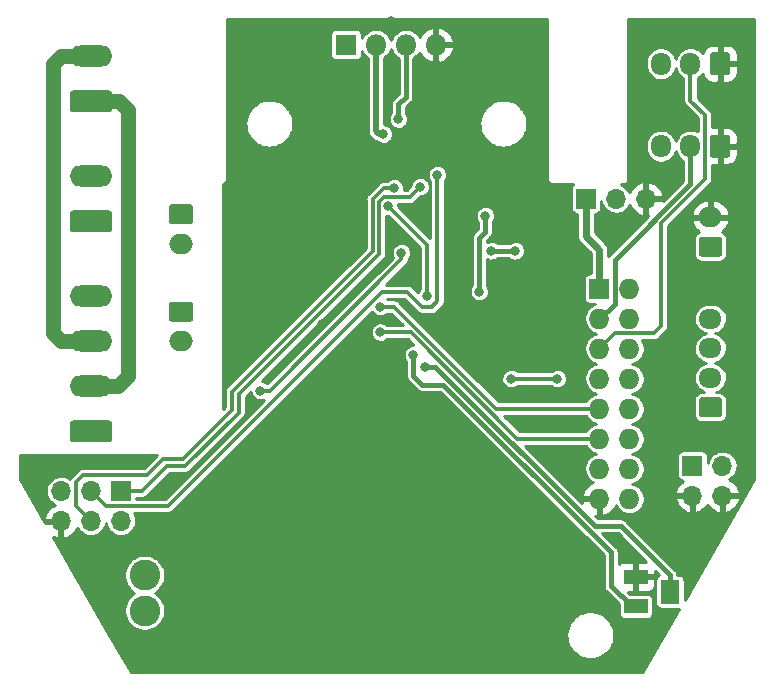
<source format=gbr>
G04 #@! TF.GenerationSoftware,KiCad,Pcbnew,(5.1.0-1252-g029b624e9)*
G04 #@! TF.CreationDate,2019-07-23T23:54:41+03:00*
G04 #@! TF.ProjectId,123,3132332e-6b69-4636-9164-5f7063625858,rev?*
G04 #@! TF.SameCoordinates,Original*
G04 #@! TF.FileFunction,Copper,L1,Top*
G04 #@! TF.FilePolarity,Positive*
%FSLAX46Y46*%
G04 Gerber Fmt 4.6, Leading zero omitted, Abs format (unit mm)*
G04 Created by KiCad (PCBNEW (5.1.0-1252-g029b624e9)) date 2019-07-23 23:54:41*
%MOMM*%
%LPD*%
G04 APERTURE LIST*
%ADD10O,1.800000X1.800000*%
%ADD11R,1.800000X1.800000*%
%ADD12R,2.000000X1.300000*%
%ADD13R,1.600000X2.000000*%
%ADD14C,2.600000*%
%ADD15O,2.000000X1.700000*%
%ADD16C,0.100000*%
%ADD17C,1.700000*%
%ADD18O,3.600000X1.800000*%
%ADD19C,1.800000*%
%ADD20O,1.700000X1.700000*%
%ADD21R,1.700000X1.700000*%
%ADD22O,1.700000X1.950000*%
%ADD23O,1.950000X1.700000*%
%ADD24O,1.727200X1.727200*%
%ADD25R,1.727200X1.727200*%
%ADD26C,0.800000*%
%ADD27C,0.400000*%
%ADD28C,0.500000*%
%ADD29C,1.250000*%
%ADD30C,0.630000*%
%ADD31C,0.350000*%
%ADD32C,0.254000*%
G04 APERTURE END LIST*
D10*
X106045000Y-49200000D03*
X103505000Y-49200000D03*
X100965000Y-49200000D03*
D11*
X98425000Y-49200000D03*
D12*
X122957000Y-94254000D03*
X122957000Y-96754000D03*
D13*
X125857000Y-95504000D03*
D14*
X81380692Y-94108526D03*
X81380692Y-97108526D03*
D15*
X84455000Y-74295000D03*
D16*
G36*
X85300671Y-70964030D02*
G01*
X85381777Y-71018223D01*
X85435970Y-71099329D01*
X85455000Y-71195000D01*
X85455000Y-72395000D01*
X85435970Y-72490671D01*
X85381777Y-72571777D01*
X85300671Y-72625970D01*
X85205000Y-72645000D01*
X83705000Y-72645000D01*
X83609329Y-72625970D01*
X83528223Y-72571777D01*
X83474030Y-72490671D01*
X83455000Y-72395000D01*
X83455000Y-71195000D01*
X83474030Y-71099329D01*
X83528223Y-71018223D01*
X83609329Y-70964030D01*
X83705000Y-70945000D01*
X85205000Y-70945000D01*
X85300671Y-70964030D01*
X85300671Y-70964030D01*
G37*
D17*
X84455000Y-71795000D03*
D15*
X84455000Y-66040000D03*
D16*
G36*
X85300671Y-62709030D02*
G01*
X85381777Y-62763223D01*
X85435970Y-62844329D01*
X85455000Y-62940000D01*
X85455000Y-64140000D01*
X85435970Y-64235671D01*
X85381777Y-64316777D01*
X85300671Y-64370970D01*
X85205000Y-64390000D01*
X83705000Y-64390000D01*
X83609329Y-64370970D01*
X83528223Y-64316777D01*
X83474030Y-64235671D01*
X83455000Y-64140000D01*
X83455000Y-62940000D01*
X83474030Y-62844329D01*
X83528223Y-62763223D01*
X83609329Y-62709030D01*
X83705000Y-62690000D01*
X85205000Y-62690000D01*
X85300671Y-62709030D01*
X85300671Y-62709030D01*
G37*
D17*
X84455000Y-63540000D03*
D18*
X76835000Y-50165000D03*
D16*
G36*
X78480671Y-53094030D02*
G01*
X78561777Y-53148223D01*
X78615970Y-53229329D01*
X78635000Y-53325000D01*
X78635000Y-54625000D01*
X78615970Y-54720671D01*
X78561777Y-54801777D01*
X78480671Y-54855970D01*
X78385000Y-54875000D01*
X75285000Y-54875000D01*
X75189329Y-54855970D01*
X75108223Y-54801777D01*
X75054030Y-54720671D01*
X75035000Y-54625000D01*
X75035000Y-53325000D01*
X75054030Y-53229329D01*
X75108223Y-53148223D01*
X75189329Y-53094030D01*
X75285000Y-53075000D01*
X78385000Y-53075000D01*
X78480671Y-53094030D01*
X78480671Y-53094030D01*
G37*
D19*
X76835000Y-53975000D03*
D18*
X76835000Y-60325000D03*
D16*
G36*
X78480671Y-63254030D02*
G01*
X78561777Y-63308223D01*
X78615970Y-63389329D01*
X78635000Y-63485000D01*
X78635000Y-64785000D01*
X78615970Y-64880671D01*
X78561777Y-64961777D01*
X78480671Y-65015970D01*
X78385000Y-65035000D01*
X75285000Y-65035000D01*
X75189329Y-65015970D01*
X75108223Y-64961777D01*
X75054030Y-64880671D01*
X75035000Y-64785000D01*
X75035000Y-63485000D01*
X75054030Y-63389329D01*
X75108223Y-63308223D01*
X75189329Y-63254030D01*
X75285000Y-63235000D01*
X78385000Y-63235000D01*
X78480671Y-63254030D01*
X78480671Y-63254030D01*
G37*
D19*
X76835000Y-64135000D03*
D18*
X76835000Y-70485000D03*
X76835000Y-74295000D03*
X76835000Y-78105000D03*
D16*
G36*
X78480671Y-81034030D02*
G01*
X78561777Y-81088223D01*
X78615970Y-81169329D01*
X78635000Y-81265000D01*
X78635000Y-82565000D01*
X78615970Y-82660671D01*
X78561777Y-82741777D01*
X78480671Y-82795970D01*
X78385000Y-82815000D01*
X75285000Y-82815000D01*
X75189329Y-82795970D01*
X75108223Y-82741777D01*
X75054030Y-82660671D01*
X75035000Y-82565000D01*
X75035000Y-81265000D01*
X75054030Y-81169329D01*
X75108223Y-81088223D01*
X75189329Y-81034030D01*
X75285000Y-81015000D01*
X78385000Y-81015000D01*
X78480671Y-81034030D01*
X78480671Y-81034030D01*
G37*
D19*
X76835000Y-81915000D03*
D20*
X130302000Y-87376000D03*
X127762000Y-87376000D03*
X130302000Y-84836000D03*
D21*
X127762000Y-84836000D03*
D20*
X123825000Y-62230000D03*
X121285000Y-62230000D03*
D21*
X118745000Y-62230000D03*
D15*
X129286000Y-63794000D03*
D16*
G36*
X130131671Y-65463030D02*
G01*
X130212777Y-65517223D01*
X130266970Y-65598329D01*
X130286000Y-65694000D01*
X130286000Y-66894000D01*
X130266970Y-66989671D01*
X130212777Y-67070777D01*
X130131671Y-67124970D01*
X130036000Y-67144000D01*
X128536000Y-67144000D01*
X128440329Y-67124970D01*
X128359223Y-67070777D01*
X128305030Y-66989671D01*
X128286000Y-66894000D01*
X128286000Y-65694000D01*
X128305030Y-65598329D01*
X128359223Y-65517223D01*
X128440329Y-65463030D01*
X128536000Y-65444000D01*
X130036000Y-65444000D01*
X130131671Y-65463030D01*
X130131671Y-65463030D01*
G37*
D17*
X129286000Y-66294000D03*
D22*
X125095000Y-50800000D03*
X127595000Y-50800000D03*
D16*
G36*
X130790671Y-49844030D02*
G01*
X130871777Y-49898223D01*
X130925970Y-49979329D01*
X130945000Y-50075000D01*
X130945000Y-51525000D01*
X130925970Y-51620671D01*
X130871777Y-51701777D01*
X130790671Y-51755970D01*
X130695000Y-51775000D01*
X129495000Y-51775000D01*
X129399329Y-51755970D01*
X129318223Y-51701777D01*
X129264030Y-51620671D01*
X129245000Y-51525000D01*
X129245000Y-50075000D01*
X129264030Y-49979329D01*
X129318223Y-49898223D01*
X129399329Y-49844030D01*
X129495000Y-49825000D01*
X130695000Y-49825000D01*
X130790671Y-49844030D01*
X130790671Y-49844030D01*
G37*
D17*
X130095000Y-50800000D03*
D23*
X129286000Y-72390000D03*
X129286000Y-74890000D03*
X129286000Y-77390000D03*
D16*
G36*
X130106671Y-79059030D02*
G01*
X130187777Y-79113223D01*
X130241970Y-79194329D01*
X130261000Y-79290000D01*
X130261000Y-80490000D01*
X130241970Y-80585671D01*
X130187777Y-80666777D01*
X130106671Y-80720970D01*
X130011000Y-80740000D01*
X128561000Y-80740000D01*
X128465329Y-80720970D01*
X128384223Y-80666777D01*
X128330030Y-80585671D01*
X128311000Y-80490000D01*
X128311000Y-79290000D01*
X128330030Y-79194329D01*
X128384223Y-79113223D01*
X128465329Y-79059030D01*
X128561000Y-79040000D01*
X130011000Y-79040000D01*
X130106671Y-79059030D01*
X130106671Y-79059030D01*
G37*
D17*
X129286000Y-79890000D03*
D22*
X125095000Y-57785000D03*
X127595000Y-57785000D03*
D16*
G36*
X130790671Y-56829030D02*
G01*
X130871777Y-56883223D01*
X130925970Y-56964329D01*
X130945000Y-57060000D01*
X130945000Y-58510000D01*
X130925970Y-58605671D01*
X130871777Y-58686777D01*
X130790671Y-58740970D01*
X130695000Y-58760000D01*
X129495000Y-58760000D01*
X129399329Y-58740970D01*
X129318223Y-58686777D01*
X129264030Y-58605671D01*
X129245000Y-58510000D01*
X129245000Y-57060000D01*
X129264030Y-56964329D01*
X129318223Y-56883223D01*
X129399329Y-56829030D01*
X129495000Y-56810000D01*
X130695000Y-56810000D01*
X130790671Y-56829030D01*
X130790671Y-56829030D01*
G37*
D17*
X130095000Y-57785000D03*
D24*
X122428000Y-87630000D03*
X119888000Y-87630000D03*
X122428000Y-85090000D03*
X119888000Y-85090000D03*
X122428000Y-82550000D03*
X119888000Y-82550000D03*
X122428000Y-80010000D03*
X119888000Y-80010000D03*
X122428000Y-77470000D03*
X119888000Y-77470000D03*
X122428000Y-74930000D03*
X119888000Y-74930000D03*
X122428000Y-72390000D03*
X119888000Y-72390000D03*
X122428000Y-69850000D03*
D25*
X119888000Y-69850000D03*
D21*
X79375000Y-86995000D03*
D20*
X79375000Y-89535000D03*
X76835000Y-86995000D03*
X76835000Y-89535000D03*
X74295000Y-86995000D03*
X74295000Y-89535000D03*
D26*
X117600000Y-91000000D03*
X117600000Y-83500000D03*
X102200000Y-47200000D03*
X107000000Y-53800000D03*
X102870000Y-55499000D03*
X83666154Y-85800000D03*
X99441000Y-61595000D03*
X101473000Y-75692000D03*
X90170000Y-84328000D03*
X109220000Y-100965000D03*
X93345000Y-101092000D03*
X131826000Y-81915000D03*
X131445000Y-69342000D03*
X116459000Y-65786000D03*
X117348000Y-70866000D03*
X117602000Y-81280000D03*
X89408000Y-64770000D03*
X89408000Y-69850000D03*
X89408000Y-74422000D03*
X88392000Y-99060000D03*
X83820000Y-91694000D03*
X113030000Y-89916000D03*
X113030000Y-93726000D03*
X113030000Y-96774000D03*
X105918000Y-89916000D03*
X105918000Y-93726000D03*
X105918000Y-96774000D03*
X99060000Y-89916000D03*
X99060000Y-93472000D03*
X99060000Y-96774000D03*
X105918000Y-82042000D03*
X102870000Y-79756000D03*
X99568000Y-82296000D03*
X96266000Y-79756000D03*
X96266000Y-84836000D03*
X102870000Y-84836000D03*
X108966000Y-84836000D03*
X109728000Y-70104000D03*
X110236000Y-63665000D03*
X104140000Y-75438000D03*
X122957000Y-92710000D03*
X112776000Y-66649500D03*
X110744000Y-66649500D03*
X105156000Y-76454000D03*
X96266000Y-65278000D03*
X96139000Y-63881000D03*
X107569000Y-64516000D03*
X98044000Y-53848000D03*
X101600000Y-56769000D03*
X102235000Y-52883000D03*
X92022396Y-97229395D03*
X90371395Y-92911396D03*
X95885000Y-93980000D03*
X83910395Y-99134395D03*
X86180395Y-93927396D03*
X95250000Y-96863500D03*
X92329000Y-60274000D03*
X95631000Y-67117000D03*
X95631000Y-68707000D03*
X90200000Y-49784000D03*
X114046000Y-49657000D03*
X96393000Y-72882000D03*
X116332000Y-77470000D03*
X112395000Y-77470000D03*
X108204000Y-68250000D03*
X105283000Y-70485000D03*
X104722000Y-61214000D03*
X106172000Y-60198000D03*
X101346000Y-71374000D03*
X101346000Y-73533000D03*
X109855000Y-60553500D03*
X103124000Y-66802000D03*
X91186000Y-78486000D03*
X102011010Y-62865000D03*
X102489000Y-61310991D03*
X102235000Y-57814989D03*
D27*
X109728000Y-65532000D02*
X110236000Y-65024000D01*
X110236000Y-65024000D02*
X110236000Y-63665000D01*
X109728000Y-70104000D02*
X109728000Y-65532000D01*
X122957000Y-94254000D02*
X122957000Y-92710000D01*
X112776000Y-66649500D02*
X110744000Y-66649500D01*
D28*
X101600000Y-56769000D02*
X101219000Y-56769000D01*
X100965000Y-56515000D02*
X100965000Y-49530000D01*
X101219000Y-56769000D02*
X100965000Y-56515000D01*
D29*
X74295000Y-50165000D02*
X76835000Y-50165000D01*
X73648693Y-50811307D02*
X74295000Y-50165000D01*
X73648693Y-73648693D02*
X73648693Y-50811307D01*
X76835000Y-74295000D02*
X74295000Y-74295000D01*
X74295000Y-74295000D02*
X73648693Y-73648693D01*
X79184500Y-53975000D02*
X76835000Y-53975000D01*
X79968148Y-54758648D02*
X79184500Y-53975000D01*
X79968148Y-77257852D02*
X79968148Y-54758648D01*
X76835000Y-78105000D02*
X79121000Y-78105000D01*
X79121000Y-78105000D02*
X79968148Y-77257852D01*
D30*
X118745000Y-65405000D02*
X118745000Y-62230000D01*
X119888000Y-69850000D02*
X119888000Y-66548000D01*
X119888000Y-66548000D02*
X118745000Y-65405000D01*
D31*
X115766315Y-77470000D02*
X112395000Y-77470000D01*
X116332000Y-77470000D02*
X115766315Y-77470000D01*
X92005685Y-78486000D02*
X91186000Y-78486000D01*
X103124000Y-66802000D02*
X103124000Y-67367685D01*
X103124000Y-67367685D02*
X92005685Y-78486000D01*
D27*
X103505000Y-50732081D02*
X103505000Y-49530000D01*
X103505000Y-53595000D02*
X103505000Y-50732081D01*
X102870000Y-55499000D02*
X102870000Y-54230000D01*
X102870000Y-54230000D02*
X103505000Y-53595000D01*
D31*
X104322001Y-61613999D02*
X104722000Y-61214000D01*
X103849999Y-62086001D02*
X104322001Y-61613999D01*
X101236000Y-62507399D02*
X101657398Y-62086001D01*
X101236000Y-66885406D02*
X101236000Y-62507399D01*
X89331203Y-78790203D02*
X101236000Y-66885406D01*
X89331203Y-80340797D02*
X89331203Y-78790203D01*
X84836000Y-84836000D02*
X89331203Y-80340797D01*
X83285406Y-84836000D02*
X84836000Y-84836000D01*
X79375000Y-86995000D02*
X81126406Y-86995000D01*
X105283000Y-70485000D02*
X105283000Y-66136990D01*
X102411009Y-63264999D02*
X102011010Y-62865000D01*
X105283000Y-66136990D02*
X102411009Y-63264999D01*
X82914010Y-84285990D02*
X84608180Y-84285990D01*
X81126406Y-86995000D02*
X83285406Y-84836000D01*
X81600000Y-85600000D02*
X82914010Y-84285990D01*
X84608180Y-84285990D02*
X88781193Y-80112977D01*
X101923315Y-61310991D02*
X102489000Y-61310991D01*
X88781193Y-78562382D02*
X100685990Y-66657586D01*
X100685990Y-62279578D02*
X101654577Y-61310991D01*
X100685990Y-66657586D02*
X100685990Y-62279578D01*
X101654577Y-61310991D02*
X101923315Y-61310991D01*
X76198000Y-85600000D02*
X81600000Y-85600000D01*
X101657398Y-62086001D02*
X103849999Y-62086001D01*
X76835000Y-89535000D02*
X75571453Y-88271453D01*
X75571453Y-88271453D02*
X75571453Y-86226547D01*
X88781193Y-80112977D02*
X88781193Y-78562382D01*
X75571453Y-86226547D02*
X76198000Y-85600000D01*
X106172000Y-60763685D02*
X106172000Y-60198000D01*
X105700000Y-71400000D02*
X106172000Y-70928000D01*
X78091691Y-88251691D02*
X83325309Y-88251691D01*
X106172000Y-70928000D02*
X106172000Y-60763685D01*
X76835000Y-86995000D02*
X78091691Y-88251691D01*
X83325309Y-88251691D02*
X101449601Y-70127399D01*
X101449601Y-70127399D02*
X103627399Y-70127399D01*
X103627399Y-70127399D02*
X104900000Y-71400000D01*
X104900000Y-71400000D02*
X105700000Y-71400000D01*
D27*
X127595000Y-60992927D02*
X127595000Y-59160000D01*
X121164399Y-71113601D02*
X121164399Y-67423528D01*
X119888000Y-72390000D02*
X121164399Y-71113601D01*
X127595000Y-59160000D02*
X127595000Y-57785000D01*
X121164399Y-67423528D02*
X127595000Y-60992927D01*
D31*
X128815010Y-57147585D02*
X128815010Y-55155010D01*
X128820010Y-57152585D02*
X128815010Y-57147585D01*
X128815010Y-58422415D02*
X128820010Y-58417415D01*
X128815010Y-60586105D02*
X128815010Y-58422415D01*
X125095000Y-64306115D02*
X128815010Y-60586105D01*
X124496399Y-73623601D02*
X125095000Y-73025000D01*
X125095000Y-73025000D02*
X125095000Y-64306115D01*
X119888000Y-74930000D02*
X121194399Y-73623601D01*
X128820010Y-58417415D02*
X128820010Y-57152585D01*
X121194399Y-73623601D02*
X121828471Y-73623601D01*
X121833471Y-73628601D02*
X123022529Y-73628601D01*
X121828471Y-73623601D02*
X121833471Y-73628601D01*
X123022529Y-73628601D02*
X123027529Y-73623601D01*
X127595000Y-53935000D02*
X127595000Y-50800000D01*
X128815010Y-55155010D02*
X127595000Y-53935000D01*
X123027529Y-73623601D02*
X124496399Y-73623601D01*
D27*
X104140000Y-77216000D02*
X104140000Y-75438000D01*
X104902000Y-77978000D02*
X104140000Y-77216000D01*
X120876500Y-92176500D02*
X106678000Y-77978000D01*
X125857000Y-94104000D02*
X125857000Y-95504000D01*
X120876500Y-95023500D02*
X120876500Y-92176500D01*
D31*
X119888000Y-82550000D02*
X112911730Y-82550000D01*
D27*
X122957000Y-96754000D02*
X122607000Y-96754000D01*
X106678000Y-77978000D02*
X104902000Y-77978000D01*
D31*
X101911685Y-73533000D02*
X101346000Y-73533000D01*
X102513564Y-71374000D02*
X111149562Y-80010000D01*
X101346000Y-71374000D02*
X102513564Y-71374000D01*
X118666686Y-80010000D02*
X119888000Y-80010000D01*
D27*
X119479043Y-89930501D02*
X121683501Y-89930501D01*
X105156000Y-76454000D02*
X106002542Y-76454000D01*
D31*
X111149562Y-80010000D02*
X118666686Y-80010000D01*
X103894730Y-73533000D02*
X101911685Y-73533000D01*
D27*
X121683501Y-89930501D02*
X125857000Y-94104000D01*
D31*
X112911730Y-82550000D02*
X103894730Y-73533000D01*
D27*
X106002542Y-76454000D02*
X119479043Y-89930501D01*
X122607000Y-96754000D02*
X120876500Y-95023500D01*
D32*
G36*
X100642095Y-71820752D02*
G01*
X100663047Y-71852169D01*
X100804575Y-72007979D01*
X100833840Y-72031846D01*
X101014926Y-72139153D01*
X101049914Y-72153360D01*
X101254547Y-72202677D01*
X101292165Y-72205968D01*
X101502253Y-72192935D01*
X101539178Y-72185020D01*
X101736147Y-72110788D01*
X101769111Y-72092365D01*
X101919398Y-71976000D01*
X102264207Y-71976000D01*
X103219207Y-72931000D01*
X101917232Y-72931000D01*
X101781583Y-72822130D01*
X101748946Y-72803134D01*
X101553303Y-72725476D01*
X101516523Y-72716917D01*
X101306694Y-72700218D01*
X101269023Y-72702853D01*
X101063560Y-72748592D01*
X101028329Y-72762186D01*
X100845398Y-72866316D01*
X100815722Y-72889669D01*
X100671496Y-73042986D01*
X100649998Y-73074033D01*
X100557230Y-73262980D01*
X100545812Y-73298974D01*
X100512702Y-73506845D01*
X100512372Y-73544607D01*
X100541849Y-73753026D01*
X100552638Y-73789215D01*
X100642095Y-73979752D01*
X100663047Y-74011169D01*
X100804575Y-74166979D01*
X100833840Y-74190846D01*
X101014926Y-74298153D01*
X101049914Y-74312360D01*
X101254547Y-74361677D01*
X101292165Y-74364968D01*
X101502253Y-74351935D01*
X101539178Y-74344020D01*
X101736147Y-74269788D01*
X101769111Y-74251365D01*
X101919398Y-74135000D01*
X103645373Y-74135000D01*
X104116879Y-74606506D01*
X104100694Y-74605218D01*
X104063023Y-74607853D01*
X103857560Y-74653592D01*
X103822329Y-74667186D01*
X103639398Y-74771316D01*
X103609722Y-74794669D01*
X103465496Y-74947986D01*
X103443998Y-74979033D01*
X103351230Y-75167980D01*
X103339812Y-75203974D01*
X103306702Y-75411845D01*
X103306372Y-75449607D01*
X103335849Y-75658026D01*
X103346638Y-75694215D01*
X103436095Y-75884752D01*
X103457048Y-75916169D01*
X103513001Y-75977768D01*
X103513000Y-77188628D01*
X103507702Y-77249180D01*
X103511547Y-77293121D01*
X103527279Y-77351831D01*
X103537835Y-77411700D01*
X103552921Y-77453148D01*
X103555730Y-77458013D01*
X103557183Y-77463437D01*
X103575824Y-77503412D01*
X103610683Y-77553195D01*
X103641083Y-77605851D01*
X103669435Y-77639640D01*
X103716003Y-77678715D01*
X104439292Y-78402004D01*
X104478360Y-78448564D01*
X104512148Y-78476916D01*
X104564800Y-78507315D01*
X104614587Y-78542176D01*
X104654562Y-78560817D01*
X104659986Y-78562270D01*
X104664851Y-78565079D01*
X104706298Y-78580164D01*
X104766156Y-78590719D01*
X104824881Y-78606454D01*
X104868819Y-78610298D01*
X104929374Y-78605000D01*
X106418288Y-78605000D01*
X120249501Y-92436214D01*
X120249500Y-94996128D01*
X120244202Y-95056680D01*
X120248047Y-95100621D01*
X120263779Y-95159331D01*
X120274335Y-95219200D01*
X120289421Y-95260648D01*
X120292230Y-95265513D01*
X120293683Y-95270937D01*
X120312324Y-95310912D01*
X120347183Y-95360695D01*
X120377583Y-95413351D01*
X120405935Y-95447140D01*
X120452503Y-95486215D01*
X121524123Y-96557835D01*
X121524123Y-97404000D01*
X121526563Y-97428777D01*
X121549847Y-97545831D01*
X121568810Y-97591611D01*
X121635115Y-97690845D01*
X121670155Y-97725885D01*
X121769389Y-97792190D01*
X121815169Y-97811153D01*
X121932223Y-97834437D01*
X121957000Y-97836877D01*
X123957000Y-97836877D01*
X123981777Y-97834437D01*
X124098831Y-97811153D01*
X124144611Y-97792190D01*
X124243845Y-97725885D01*
X124278885Y-97690845D01*
X124345190Y-97591611D01*
X124364153Y-97545831D01*
X124387437Y-97428777D01*
X124389877Y-97404000D01*
X124389877Y-96104000D01*
X124387437Y-96079223D01*
X124364153Y-95962169D01*
X124345190Y-95916389D01*
X124278885Y-95817155D01*
X124243845Y-95782115D01*
X124144611Y-95715810D01*
X124098831Y-95696847D01*
X123981777Y-95673563D01*
X123957000Y-95671123D01*
X122410835Y-95671123D01*
X122286549Y-95546837D01*
X122703000Y-95546837D01*
X122771661Y-95526676D01*
X122818523Y-95472595D01*
X122830000Y-95419837D01*
X122830000Y-94508000D01*
X123084000Y-94508000D01*
X123084000Y-95419837D01*
X123104161Y-95488498D01*
X123158242Y-95535360D01*
X123211000Y-95546837D01*
X123957000Y-95546837D01*
X123989870Y-95542510D01*
X124247789Y-95473401D01*
X124296553Y-95448016D01*
X124433788Y-95332862D01*
X124462139Y-95299074D01*
X124551713Y-95143927D01*
X124566799Y-95102480D01*
X124597908Y-94926053D01*
X124599837Y-94904000D01*
X124599837Y-94508000D01*
X124579676Y-94439339D01*
X124525595Y-94392477D01*
X124472837Y-94381000D01*
X123211000Y-94381000D01*
X123142339Y-94401161D01*
X123095477Y-94455242D01*
X123084000Y-94508000D01*
X122830000Y-94508000D01*
X122830000Y-93088163D01*
X122809839Y-93019502D01*
X122755758Y-92972640D01*
X122703000Y-92961163D01*
X121957000Y-92961163D01*
X121924130Y-92965490D01*
X121666212Y-93034599D01*
X121617448Y-93059984D01*
X121503500Y-93155597D01*
X121503500Y-92203871D01*
X121508798Y-92143319D01*
X121504953Y-92099378D01*
X121489222Y-92040672D01*
X121478665Y-91980799D01*
X121463581Y-91939354D01*
X121460769Y-91934483D01*
X121459315Y-91929058D01*
X121440676Y-91889087D01*
X121405813Y-91839297D01*
X121375417Y-91786649D01*
X121347065Y-91752860D01*
X121300503Y-91713790D01*
X120144214Y-90557501D01*
X121423789Y-90557501D01*
X123827450Y-92961163D01*
X123211000Y-92961163D01*
X123142339Y-92981324D01*
X123095477Y-93035405D01*
X123084000Y-93088163D01*
X123084000Y-94000000D01*
X123104161Y-94068661D01*
X123158242Y-94115523D01*
X123211000Y-94127000D01*
X124472837Y-94127000D01*
X124541498Y-94106839D01*
X124588360Y-94052758D01*
X124599837Y-94000000D01*
X124599837Y-93733550D01*
X124955176Y-94088889D01*
X124915169Y-94096847D01*
X124869389Y-94115810D01*
X124770155Y-94182115D01*
X124735115Y-94217155D01*
X124668810Y-94316389D01*
X124649847Y-94362169D01*
X124626563Y-94479223D01*
X124624123Y-94504000D01*
X124624123Y-96504000D01*
X124626563Y-96528777D01*
X124649847Y-96645831D01*
X124668810Y-96691611D01*
X124735115Y-96790845D01*
X124770155Y-96825885D01*
X124869389Y-96892190D01*
X124915169Y-96911153D01*
X125032223Y-96934437D01*
X125057000Y-96936877D01*
X126657000Y-96936877D01*
X126657118Y-96936865D01*
X123591703Y-102261009D01*
X123475252Y-102316000D01*
X80260660Y-102316000D01*
X80212387Y-102285480D01*
X78401041Y-99139457D01*
X117094787Y-99139457D01*
X117107054Y-99414917D01*
X117109198Y-99433173D01*
X117161102Y-99703978D01*
X117165860Y-99721733D01*
X117256312Y-99982208D01*
X117263583Y-99999091D01*
X117390689Y-100243780D01*
X117400320Y-100259436D01*
X117561417Y-100483214D01*
X117573208Y-100497315D01*
X117764922Y-100695494D01*
X117778625Y-100707746D01*
X117996939Y-100876174D01*
X118012267Y-100886320D01*
X118252608Y-101021469D01*
X118269240Y-101029295D01*
X118526572Y-101128333D01*
X118544159Y-101133676D01*
X118813094Y-101194530D01*
X118831269Y-101197279D01*
X119106171Y-101218673D01*
X119124552Y-101218769D01*
X119399663Y-101200255D01*
X119417866Y-101197697D01*
X119687423Y-101139663D01*
X119705066Y-101134504D01*
X119963422Y-101038165D01*
X119980134Y-101030513D01*
X120221877Y-100897889D01*
X120237311Y-100887905D01*
X120457376Y-100721772D01*
X120471206Y-100709665D01*
X120664985Y-100513505D01*
X120676923Y-100499527D01*
X120840354Y-100277448D01*
X120850149Y-100261894D01*
X120979811Y-100018549D01*
X120987258Y-100001743D01*
X121080433Y-99742229D01*
X121085377Y-99724525D01*
X121140113Y-99454279D01*
X121142590Y-99432614D01*
X121153156Y-99054338D01*
X121151892Y-99032569D01*
X121112327Y-98759689D01*
X121108380Y-98741736D01*
X121029837Y-98477425D01*
X121023339Y-98460230D01*
X120907463Y-98210027D01*
X120898552Y-98193950D01*
X120747772Y-97963094D01*
X120736633Y-97948472D01*
X120554107Y-97741801D01*
X120540974Y-97728940D01*
X120330525Y-97550782D01*
X120315673Y-97539952D01*
X120081711Y-97394040D01*
X120065451Y-97385467D01*
X119812875Y-97274857D01*
X119795548Y-97268722D01*
X119529651Y-97195731D01*
X119511619Y-97192160D01*
X119237971Y-97158318D01*
X119219614Y-97157388D01*
X118943946Y-97163403D01*
X118925646Y-97165133D01*
X118653734Y-97210879D01*
X118635875Y-97215233D01*
X118373415Y-97299753D01*
X118356372Y-97306638D01*
X118108862Y-97428160D01*
X118092992Y-97437434D01*
X117865616Y-97593412D01*
X117851250Y-97604880D01*
X117648773Y-97792048D01*
X117636214Y-97805469D01*
X117462876Y-98019906D01*
X117452385Y-98035001D01*
X117311819Y-98272214D01*
X117303618Y-98288663D01*
X117198766Y-98543682D01*
X117193024Y-98561145D01*
X117126085Y-98828630D01*
X117122925Y-98846737D01*
X117095300Y-99121083D01*
X117094787Y-99139457D01*
X78401041Y-99139457D01*
X75431943Y-93982603D01*
X79653693Y-93982603D01*
X79653693Y-94234449D01*
X79655257Y-94254316D01*
X79694654Y-94503060D01*
X79699306Y-94522438D01*
X79777130Y-94761958D01*
X79784756Y-94780370D01*
X79899092Y-95004766D01*
X79909505Y-95021758D01*
X80057536Y-95225505D01*
X80070478Y-95240659D01*
X80248559Y-95418740D01*
X80263713Y-95431682D01*
X80467460Y-95579713D01*
X80484452Y-95590126D01*
X80520564Y-95608526D01*
X80484452Y-95626926D01*
X80467460Y-95637339D01*
X80263713Y-95785370D01*
X80248559Y-95798312D01*
X80070478Y-95976393D01*
X80057536Y-95991547D01*
X79909505Y-96195294D01*
X79899092Y-96212286D01*
X79784756Y-96436682D01*
X79777130Y-96455094D01*
X79699306Y-96694614D01*
X79694654Y-96713992D01*
X79655257Y-96962736D01*
X79653693Y-96982603D01*
X79653693Y-97234449D01*
X79655257Y-97254316D01*
X79694654Y-97503060D01*
X79699306Y-97522438D01*
X79777130Y-97761958D01*
X79784756Y-97780370D01*
X79899092Y-98004766D01*
X79909505Y-98021758D01*
X80057536Y-98225505D01*
X80070478Y-98240659D01*
X80248559Y-98418740D01*
X80263713Y-98431682D01*
X80467460Y-98579713D01*
X80484452Y-98590126D01*
X80708848Y-98704462D01*
X80727260Y-98712088D01*
X80966780Y-98789912D01*
X80986158Y-98794564D01*
X81234902Y-98833961D01*
X81254769Y-98835525D01*
X81506615Y-98835525D01*
X81526482Y-98833961D01*
X81775226Y-98794564D01*
X81794604Y-98789912D01*
X82034124Y-98712088D01*
X82052536Y-98704462D01*
X82276932Y-98590126D01*
X82293924Y-98579713D01*
X82497671Y-98431682D01*
X82512825Y-98418740D01*
X82690906Y-98240659D01*
X82703848Y-98225505D01*
X82851879Y-98021758D01*
X82862292Y-98004766D01*
X82976628Y-97780370D01*
X82984254Y-97761958D01*
X83062078Y-97522438D01*
X83066730Y-97503060D01*
X83106127Y-97254316D01*
X83107691Y-97234449D01*
X83107691Y-96982603D01*
X83106127Y-96962736D01*
X83066730Y-96713992D01*
X83062078Y-96694614D01*
X82984254Y-96455094D01*
X82976628Y-96436682D01*
X82862292Y-96212286D01*
X82851879Y-96195294D01*
X82703848Y-95991547D01*
X82690906Y-95976393D01*
X82512825Y-95798312D01*
X82497671Y-95785370D01*
X82293924Y-95637339D01*
X82276932Y-95626926D01*
X82240820Y-95608526D01*
X82276932Y-95590126D01*
X82293924Y-95579713D01*
X82497671Y-95431682D01*
X82512825Y-95418740D01*
X82690906Y-95240659D01*
X82703848Y-95225505D01*
X82851879Y-95021758D01*
X82862292Y-95004766D01*
X82976628Y-94780370D01*
X82984254Y-94761958D01*
X83062078Y-94522438D01*
X83066730Y-94503060D01*
X83106127Y-94254316D01*
X83107691Y-94234449D01*
X83107691Y-93982603D01*
X83106127Y-93962736D01*
X83066730Y-93713992D01*
X83062078Y-93694614D01*
X82984254Y-93455094D01*
X82976628Y-93436682D01*
X82862292Y-93212286D01*
X82851879Y-93195294D01*
X82703848Y-92991547D01*
X82690906Y-92976393D01*
X82512825Y-92798312D01*
X82497671Y-92785370D01*
X82293924Y-92637339D01*
X82276932Y-92626926D01*
X82052536Y-92512590D01*
X82034124Y-92504964D01*
X81794604Y-92427140D01*
X81775226Y-92422488D01*
X81526482Y-92383091D01*
X81506615Y-92381527D01*
X81254769Y-92381527D01*
X81234902Y-92383091D01*
X80986158Y-92422488D01*
X80966780Y-92427140D01*
X80727260Y-92504964D01*
X80708848Y-92512590D01*
X80484452Y-92626926D01*
X80467460Y-92637339D01*
X80263713Y-92785370D01*
X80248559Y-92798312D01*
X80070478Y-92976393D01*
X80057536Y-92991547D01*
X79909505Y-93195294D01*
X79899092Y-93212286D01*
X79784756Y-93436682D01*
X79777130Y-93455094D01*
X79699306Y-93694614D01*
X79694654Y-93713992D01*
X79655257Y-93962736D01*
X79653693Y-93982603D01*
X75431943Y-93982603D01*
X73640547Y-90871232D01*
X73660498Y-90882589D01*
X73679993Y-90891597D01*
X73896624Y-90970230D01*
X73923269Y-90976750D01*
X74024313Y-90990143D01*
X74095028Y-90979179D01*
X74148589Y-90931724D01*
X74168000Y-90864244D01*
X74168000Y-89789000D01*
X74147839Y-89720339D01*
X74093758Y-89673477D01*
X74041000Y-89662000D01*
X72960694Y-89662000D01*
X72946690Y-89666112D01*
X70822000Y-85975861D01*
X70822000Y-83947000D01*
X82401642Y-83947000D01*
X81350643Y-84998000D01*
X76224270Y-84998000D01*
X76167031Y-84992992D01*
X76123092Y-84996836D01*
X76067575Y-85011711D01*
X76010980Y-85021691D01*
X75969533Y-85036777D01*
X75965636Y-85039027D01*
X75961292Y-85040191D01*
X75921316Y-85058832D01*
X75874248Y-85091789D01*
X75824466Y-85120531D01*
X75790678Y-85148882D01*
X75753741Y-85192902D01*
X75164343Y-85782300D01*
X75120337Y-85819225D01*
X75091985Y-85853013D01*
X75063249Y-85902786D01*
X75030921Y-85948955D01*
X75002643Y-85926662D01*
X74983151Y-85914005D01*
X74796104Y-85815595D01*
X74774632Y-85806701D01*
X74572784Y-85744025D01*
X74548398Y-85739008D01*
X74355143Y-85718696D01*
X74341868Y-85718000D01*
X74241390Y-85718000D01*
X74229770Y-85718533D01*
X74072911Y-85732946D01*
X74050058Y-85737181D01*
X73846639Y-85794552D01*
X73824941Y-85802881D01*
X73635382Y-85896361D01*
X73615566Y-85908505D01*
X73446217Y-86034964D01*
X73428945Y-86050515D01*
X73285477Y-86205718D01*
X73271329Y-86224157D01*
X73158546Y-86402906D01*
X73147994Y-86423614D01*
X73069675Y-86619922D01*
X73063074Y-86642207D01*
X73021841Y-86849501D01*
X73019412Y-86872614D01*
X73016645Y-87083951D01*
X73018468Y-87107121D01*
X73054261Y-87315424D01*
X73060277Y-87337874D01*
X73133431Y-87536165D01*
X73143436Y-87557142D01*
X73251500Y-87738782D01*
X73265161Y-87757585D01*
X73404517Y-87916491D01*
X73421376Y-87932490D01*
X73587357Y-88063338D01*
X73606849Y-88075995D01*
X73750459Y-88151552D01*
X73580008Y-88228334D01*
X73561243Y-88238778D01*
X73370070Y-88367483D01*
X73353334Y-88380940D01*
X73186580Y-88540016D01*
X73172350Y-88556099D01*
X73034782Y-88740997D01*
X73023466Y-88759249D01*
X72919018Y-88964683D01*
X72910938Y-88984580D01*
X72842597Y-89204674D01*
X72837986Y-89225647D01*
X72832861Y-89264312D01*
X72843825Y-89335027D01*
X72891280Y-89388589D01*
X72958760Y-89408000D01*
X74422000Y-89408000D01*
X74422000Y-90872100D01*
X74442161Y-90940761D01*
X74496242Y-90987623D01*
X74580905Y-90995027D01*
X74779610Y-90943454D01*
X74799866Y-90936321D01*
X75009992Y-90841666D01*
X75028757Y-90831222D01*
X75219930Y-90702517D01*
X75236666Y-90689060D01*
X75403420Y-90529984D01*
X75417650Y-90513901D01*
X75555218Y-90329003D01*
X75566534Y-90310751D01*
X75670982Y-90105317D01*
X75678502Y-90086798D01*
X75683436Y-90097142D01*
X75791500Y-90278782D01*
X75805161Y-90297585D01*
X75944517Y-90456491D01*
X75961376Y-90472490D01*
X76127357Y-90603338D01*
X76146849Y-90615995D01*
X76333896Y-90714405D01*
X76355368Y-90723299D01*
X76557216Y-90785975D01*
X76581602Y-90790992D01*
X76774857Y-90811304D01*
X76788132Y-90812000D01*
X76888610Y-90812000D01*
X76900230Y-90811467D01*
X77057089Y-90797054D01*
X77079942Y-90792819D01*
X77283361Y-90735448D01*
X77305059Y-90727119D01*
X77494618Y-90633639D01*
X77514434Y-90621495D01*
X77683783Y-90495036D01*
X77701055Y-90479485D01*
X77844523Y-90324282D01*
X77858671Y-90305843D01*
X77971454Y-90127094D01*
X77982006Y-90106386D01*
X78060325Y-89910078D01*
X78066926Y-89887793D01*
X78106037Y-89691168D01*
X78134261Y-89855424D01*
X78140277Y-89877874D01*
X78213431Y-90076165D01*
X78223436Y-90097142D01*
X78331500Y-90278782D01*
X78345161Y-90297585D01*
X78484517Y-90456491D01*
X78501376Y-90472490D01*
X78667357Y-90603338D01*
X78686849Y-90615995D01*
X78873896Y-90714405D01*
X78895368Y-90723299D01*
X79097216Y-90785975D01*
X79121602Y-90790992D01*
X79314857Y-90811304D01*
X79328132Y-90812000D01*
X79428610Y-90812000D01*
X79440230Y-90811467D01*
X79597089Y-90797054D01*
X79619942Y-90792819D01*
X79823361Y-90735448D01*
X79845059Y-90727119D01*
X80034618Y-90633639D01*
X80054434Y-90621495D01*
X80223783Y-90495036D01*
X80241055Y-90479485D01*
X80384523Y-90324282D01*
X80398671Y-90305843D01*
X80511454Y-90127094D01*
X80522006Y-90106386D01*
X80600325Y-89910078D01*
X80606926Y-89887793D01*
X80648159Y-89680499D01*
X80650588Y-89657386D01*
X80653355Y-89446049D01*
X80651532Y-89422879D01*
X80615739Y-89214576D01*
X80609723Y-89192126D01*
X80536569Y-88993835D01*
X80526564Y-88972858D01*
X80455667Y-88853691D01*
X83299038Y-88853691D01*
X83356277Y-88858699D01*
X83400217Y-88854854D01*
X83455714Y-88839983D01*
X83512328Y-88830001D01*
X83553774Y-88814916D01*
X83557678Y-88812662D01*
X83562019Y-88811499D01*
X83601991Y-88792860D01*
X83649057Y-88759905D01*
X83698844Y-88731160D01*
X83732631Y-88702809D01*
X83769568Y-88658789D01*
X100631076Y-71797281D01*
X100642095Y-71820752D01*
X100642095Y-71820752D01*
G37*
X100642095Y-71820752D02*
X100663047Y-71852169D01*
X100804575Y-72007979D01*
X100833840Y-72031846D01*
X101014926Y-72139153D01*
X101049914Y-72153360D01*
X101254547Y-72202677D01*
X101292165Y-72205968D01*
X101502253Y-72192935D01*
X101539178Y-72185020D01*
X101736147Y-72110788D01*
X101769111Y-72092365D01*
X101919398Y-71976000D01*
X102264207Y-71976000D01*
X103219207Y-72931000D01*
X101917232Y-72931000D01*
X101781583Y-72822130D01*
X101748946Y-72803134D01*
X101553303Y-72725476D01*
X101516523Y-72716917D01*
X101306694Y-72700218D01*
X101269023Y-72702853D01*
X101063560Y-72748592D01*
X101028329Y-72762186D01*
X100845398Y-72866316D01*
X100815722Y-72889669D01*
X100671496Y-73042986D01*
X100649998Y-73074033D01*
X100557230Y-73262980D01*
X100545812Y-73298974D01*
X100512702Y-73506845D01*
X100512372Y-73544607D01*
X100541849Y-73753026D01*
X100552638Y-73789215D01*
X100642095Y-73979752D01*
X100663047Y-74011169D01*
X100804575Y-74166979D01*
X100833840Y-74190846D01*
X101014926Y-74298153D01*
X101049914Y-74312360D01*
X101254547Y-74361677D01*
X101292165Y-74364968D01*
X101502253Y-74351935D01*
X101539178Y-74344020D01*
X101736147Y-74269788D01*
X101769111Y-74251365D01*
X101919398Y-74135000D01*
X103645373Y-74135000D01*
X104116879Y-74606506D01*
X104100694Y-74605218D01*
X104063023Y-74607853D01*
X103857560Y-74653592D01*
X103822329Y-74667186D01*
X103639398Y-74771316D01*
X103609722Y-74794669D01*
X103465496Y-74947986D01*
X103443998Y-74979033D01*
X103351230Y-75167980D01*
X103339812Y-75203974D01*
X103306702Y-75411845D01*
X103306372Y-75449607D01*
X103335849Y-75658026D01*
X103346638Y-75694215D01*
X103436095Y-75884752D01*
X103457048Y-75916169D01*
X103513001Y-75977768D01*
X103513000Y-77188628D01*
X103507702Y-77249180D01*
X103511547Y-77293121D01*
X103527279Y-77351831D01*
X103537835Y-77411700D01*
X103552921Y-77453148D01*
X103555730Y-77458013D01*
X103557183Y-77463437D01*
X103575824Y-77503412D01*
X103610683Y-77553195D01*
X103641083Y-77605851D01*
X103669435Y-77639640D01*
X103716003Y-77678715D01*
X104439292Y-78402004D01*
X104478360Y-78448564D01*
X104512148Y-78476916D01*
X104564800Y-78507315D01*
X104614587Y-78542176D01*
X104654562Y-78560817D01*
X104659986Y-78562270D01*
X104664851Y-78565079D01*
X104706298Y-78580164D01*
X104766156Y-78590719D01*
X104824881Y-78606454D01*
X104868819Y-78610298D01*
X104929374Y-78605000D01*
X106418288Y-78605000D01*
X120249501Y-92436214D01*
X120249500Y-94996128D01*
X120244202Y-95056680D01*
X120248047Y-95100621D01*
X120263779Y-95159331D01*
X120274335Y-95219200D01*
X120289421Y-95260648D01*
X120292230Y-95265513D01*
X120293683Y-95270937D01*
X120312324Y-95310912D01*
X120347183Y-95360695D01*
X120377583Y-95413351D01*
X120405935Y-95447140D01*
X120452503Y-95486215D01*
X121524123Y-96557835D01*
X121524123Y-97404000D01*
X121526563Y-97428777D01*
X121549847Y-97545831D01*
X121568810Y-97591611D01*
X121635115Y-97690845D01*
X121670155Y-97725885D01*
X121769389Y-97792190D01*
X121815169Y-97811153D01*
X121932223Y-97834437D01*
X121957000Y-97836877D01*
X123957000Y-97836877D01*
X123981777Y-97834437D01*
X124098831Y-97811153D01*
X124144611Y-97792190D01*
X124243845Y-97725885D01*
X124278885Y-97690845D01*
X124345190Y-97591611D01*
X124364153Y-97545831D01*
X124387437Y-97428777D01*
X124389877Y-97404000D01*
X124389877Y-96104000D01*
X124387437Y-96079223D01*
X124364153Y-95962169D01*
X124345190Y-95916389D01*
X124278885Y-95817155D01*
X124243845Y-95782115D01*
X124144611Y-95715810D01*
X124098831Y-95696847D01*
X123981777Y-95673563D01*
X123957000Y-95671123D01*
X122410835Y-95671123D01*
X122286549Y-95546837D01*
X122703000Y-95546837D01*
X122771661Y-95526676D01*
X122818523Y-95472595D01*
X122830000Y-95419837D01*
X122830000Y-94508000D01*
X123084000Y-94508000D01*
X123084000Y-95419837D01*
X123104161Y-95488498D01*
X123158242Y-95535360D01*
X123211000Y-95546837D01*
X123957000Y-95546837D01*
X123989870Y-95542510D01*
X124247789Y-95473401D01*
X124296553Y-95448016D01*
X124433788Y-95332862D01*
X124462139Y-95299074D01*
X124551713Y-95143927D01*
X124566799Y-95102480D01*
X124597908Y-94926053D01*
X124599837Y-94904000D01*
X124599837Y-94508000D01*
X124579676Y-94439339D01*
X124525595Y-94392477D01*
X124472837Y-94381000D01*
X123211000Y-94381000D01*
X123142339Y-94401161D01*
X123095477Y-94455242D01*
X123084000Y-94508000D01*
X122830000Y-94508000D01*
X122830000Y-93088163D01*
X122809839Y-93019502D01*
X122755758Y-92972640D01*
X122703000Y-92961163D01*
X121957000Y-92961163D01*
X121924130Y-92965490D01*
X121666212Y-93034599D01*
X121617448Y-93059984D01*
X121503500Y-93155597D01*
X121503500Y-92203871D01*
X121508798Y-92143319D01*
X121504953Y-92099378D01*
X121489222Y-92040672D01*
X121478665Y-91980799D01*
X121463581Y-91939354D01*
X121460769Y-91934483D01*
X121459315Y-91929058D01*
X121440676Y-91889087D01*
X121405813Y-91839297D01*
X121375417Y-91786649D01*
X121347065Y-91752860D01*
X121300503Y-91713790D01*
X120144214Y-90557501D01*
X121423789Y-90557501D01*
X123827450Y-92961163D01*
X123211000Y-92961163D01*
X123142339Y-92981324D01*
X123095477Y-93035405D01*
X123084000Y-93088163D01*
X123084000Y-94000000D01*
X123104161Y-94068661D01*
X123158242Y-94115523D01*
X123211000Y-94127000D01*
X124472837Y-94127000D01*
X124541498Y-94106839D01*
X124588360Y-94052758D01*
X124599837Y-94000000D01*
X124599837Y-93733550D01*
X124955176Y-94088889D01*
X124915169Y-94096847D01*
X124869389Y-94115810D01*
X124770155Y-94182115D01*
X124735115Y-94217155D01*
X124668810Y-94316389D01*
X124649847Y-94362169D01*
X124626563Y-94479223D01*
X124624123Y-94504000D01*
X124624123Y-96504000D01*
X124626563Y-96528777D01*
X124649847Y-96645831D01*
X124668810Y-96691611D01*
X124735115Y-96790845D01*
X124770155Y-96825885D01*
X124869389Y-96892190D01*
X124915169Y-96911153D01*
X125032223Y-96934437D01*
X125057000Y-96936877D01*
X126657000Y-96936877D01*
X126657118Y-96936865D01*
X123591703Y-102261009D01*
X123475252Y-102316000D01*
X80260660Y-102316000D01*
X80212387Y-102285480D01*
X78401041Y-99139457D01*
X117094787Y-99139457D01*
X117107054Y-99414917D01*
X117109198Y-99433173D01*
X117161102Y-99703978D01*
X117165860Y-99721733D01*
X117256312Y-99982208D01*
X117263583Y-99999091D01*
X117390689Y-100243780D01*
X117400320Y-100259436D01*
X117561417Y-100483214D01*
X117573208Y-100497315D01*
X117764922Y-100695494D01*
X117778625Y-100707746D01*
X117996939Y-100876174D01*
X118012267Y-100886320D01*
X118252608Y-101021469D01*
X118269240Y-101029295D01*
X118526572Y-101128333D01*
X118544159Y-101133676D01*
X118813094Y-101194530D01*
X118831269Y-101197279D01*
X119106171Y-101218673D01*
X119124552Y-101218769D01*
X119399663Y-101200255D01*
X119417866Y-101197697D01*
X119687423Y-101139663D01*
X119705066Y-101134504D01*
X119963422Y-101038165D01*
X119980134Y-101030513D01*
X120221877Y-100897889D01*
X120237311Y-100887905D01*
X120457376Y-100721772D01*
X120471206Y-100709665D01*
X120664985Y-100513505D01*
X120676923Y-100499527D01*
X120840354Y-100277448D01*
X120850149Y-100261894D01*
X120979811Y-100018549D01*
X120987258Y-100001743D01*
X121080433Y-99742229D01*
X121085377Y-99724525D01*
X121140113Y-99454279D01*
X121142590Y-99432614D01*
X121153156Y-99054338D01*
X121151892Y-99032569D01*
X121112327Y-98759689D01*
X121108380Y-98741736D01*
X121029837Y-98477425D01*
X121023339Y-98460230D01*
X120907463Y-98210027D01*
X120898552Y-98193950D01*
X120747772Y-97963094D01*
X120736633Y-97948472D01*
X120554107Y-97741801D01*
X120540974Y-97728940D01*
X120330525Y-97550782D01*
X120315673Y-97539952D01*
X120081711Y-97394040D01*
X120065451Y-97385467D01*
X119812875Y-97274857D01*
X119795548Y-97268722D01*
X119529651Y-97195731D01*
X119511619Y-97192160D01*
X119237971Y-97158318D01*
X119219614Y-97157388D01*
X118943946Y-97163403D01*
X118925646Y-97165133D01*
X118653734Y-97210879D01*
X118635875Y-97215233D01*
X118373415Y-97299753D01*
X118356372Y-97306638D01*
X118108862Y-97428160D01*
X118092992Y-97437434D01*
X117865616Y-97593412D01*
X117851250Y-97604880D01*
X117648773Y-97792048D01*
X117636214Y-97805469D01*
X117462876Y-98019906D01*
X117452385Y-98035001D01*
X117311819Y-98272214D01*
X117303618Y-98288663D01*
X117198766Y-98543682D01*
X117193024Y-98561145D01*
X117126085Y-98828630D01*
X117122925Y-98846737D01*
X117095300Y-99121083D01*
X117094787Y-99139457D01*
X78401041Y-99139457D01*
X75431943Y-93982603D01*
X79653693Y-93982603D01*
X79653693Y-94234449D01*
X79655257Y-94254316D01*
X79694654Y-94503060D01*
X79699306Y-94522438D01*
X79777130Y-94761958D01*
X79784756Y-94780370D01*
X79899092Y-95004766D01*
X79909505Y-95021758D01*
X80057536Y-95225505D01*
X80070478Y-95240659D01*
X80248559Y-95418740D01*
X80263713Y-95431682D01*
X80467460Y-95579713D01*
X80484452Y-95590126D01*
X80520564Y-95608526D01*
X80484452Y-95626926D01*
X80467460Y-95637339D01*
X80263713Y-95785370D01*
X80248559Y-95798312D01*
X80070478Y-95976393D01*
X80057536Y-95991547D01*
X79909505Y-96195294D01*
X79899092Y-96212286D01*
X79784756Y-96436682D01*
X79777130Y-96455094D01*
X79699306Y-96694614D01*
X79694654Y-96713992D01*
X79655257Y-96962736D01*
X79653693Y-96982603D01*
X79653693Y-97234449D01*
X79655257Y-97254316D01*
X79694654Y-97503060D01*
X79699306Y-97522438D01*
X79777130Y-97761958D01*
X79784756Y-97780370D01*
X79899092Y-98004766D01*
X79909505Y-98021758D01*
X80057536Y-98225505D01*
X80070478Y-98240659D01*
X80248559Y-98418740D01*
X80263713Y-98431682D01*
X80467460Y-98579713D01*
X80484452Y-98590126D01*
X80708848Y-98704462D01*
X80727260Y-98712088D01*
X80966780Y-98789912D01*
X80986158Y-98794564D01*
X81234902Y-98833961D01*
X81254769Y-98835525D01*
X81506615Y-98835525D01*
X81526482Y-98833961D01*
X81775226Y-98794564D01*
X81794604Y-98789912D01*
X82034124Y-98712088D01*
X82052536Y-98704462D01*
X82276932Y-98590126D01*
X82293924Y-98579713D01*
X82497671Y-98431682D01*
X82512825Y-98418740D01*
X82690906Y-98240659D01*
X82703848Y-98225505D01*
X82851879Y-98021758D01*
X82862292Y-98004766D01*
X82976628Y-97780370D01*
X82984254Y-97761958D01*
X83062078Y-97522438D01*
X83066730Y-97503060D01*
X83106127Y-97254316D01*
X83107691Y-97234449D01*
X83107691Y-96982603D01*
X83106127Y-96962736D01*
X83066730Y-96713992D01*
X83062078Y-96694614D01*
X82984254Y-96455094D01*
X82976628Y-96436682D01*
X82862292Y-96212286D01*
X82851879Y-96195294D01*
X82703848Y-95991547D01*
X82690906Y-95976393D01*
X82512825Y-95798312D01*
X82497671Y-95785370D01*
X82293924Y-95637339D01*
X82276932Y-95626926D01*
X82240820Y-95608526D01*
X82276932Y-95590126D01*
X82293924Y-95579713D01*
X82497671Y-95431682D01*
X82512825Y-95418740D01*
X82690906Y-95240659D01*
X82703848Y-95225505D01*
X82851879Y-95021758D01*
X82862292Y-95004766D01*
X82976628Y-94780370D01*
X82984254Y-94761958D01*
X83062078Y-94522438D01*
X83066730Y-94503060D01*
X83106127Y-94254316D01*
X83107691Y-94234449D01*
X83107691Y-93982603D01*
X83106127Y-93962736D01*
X83066730Y-93713992D01*
X83062078Y-93694614D01*
X82984254Y-93455094D01*
X82976628Y-93436682D01*
X82862292Y-93212286D01*
X82851879Y-93195294D01*
X82703848Y-92991547D01*
X82690906Y-92976393D01*
X82512825Y-92798312D01*
X82497671Y-92785370D01*
X82293924Y-92637339D01*
X82276932Y-92626926D01*
X82052536Y-92512590D01*
X82034124Y-92504964D01*
X81794604Y-92427140D01*
X81775226Y-92422488D01*
X81526482Y-92383091D01*
X81506615Y-92381527D01*
X81254769Y-92381527D01*
X81234902Y-92383091D01*
X80986158Y-92422488D01*
X80966780Y-92427140D01*
X80727260Y-92504964D01*
X80708848Y-92512590D01*
X80484452Y-92626926D01*
X80467460Y-92637339D01*
X80263713Y-92785370D01*
X80248559Y-92798312D01*
X80070478Y-92976393D01*
X80057536Y-92991547D01*
X79909505Y-93195294D01*
X79899092Y-93212286D01*
X79784756Y-93436682D01*
X79777130Y-93455094D01*
X79699306Y-93694614D01*
X79694654Y-93713992D01*
X79655257Y-93962736D01*
X79653693Y-93982603D01*
X75431943Y-93982603D01*
X73640547Y-90871232D01*
X73660498Y-90882589D01*
X73679993Y-90891597D01*
X73896624Y-90970230D01*
X73923269Y-90976750D01*
X74024313Y-90990143D01*
X74095028Y-90979179D01*
X74148589Y-90931724D01*
X74168000Y-90864244D01*
X74168000Y-89789000D01*
X74147839Y-89720339D01*
X74093758Y-89673477D01*
X74041000Y-89662000D01*
X72960694Y-89662000D01*
X72946690Y-89666112D01*
X70822000Y-85975861D01*
X70822000Y-83947000D01*
X82401642Y-83947000D01*
X81350643Y-84998000D01*
X76224270Y-84998000D01*
X76167031Y-84992992D01*
X76123092Y-84996836D01*
X76067575Y-85011711D01*
X76010980Y-85021691D01*
X75969533Y-85036777D01*
X75965636Y-85039027D01*
X75961292Y-85040191D01*
X75921316Y-85058832D01*
X75874248Y-85091789D01*
X75824466Y-85120531D01*
X75790678Y-85148882D01*
X75753741Y-85192902D01*
X75164343Y-85782300D01*
X75120337Y-85819225D01*
X75091985Y-85853013D01*
X75063249Y-85902786D01*
X75030921Y-85948955D01*
X75002643Y-85926662D01*
X74983151Y-85914005D01*
X74796104Y-85815595D01*
X74774632Y-85806701D01*
X74572784Y-85744025D01*
X74548398Y-85739008D01*
X74355143Y-85718696D01*
X74341868Y-85718000D01*
X74241390Y-85718000D01*
X74229770Y-85718533D01*
X74072911Y-85732946D01*
X74050058Y-85737181D01*
X73846639Y-85794552D01*
X73824941Y-85802881D01*
X73635382Y-85896361D01*
X73615566Y-85908505D01*
X73446217Y-86034964D01*
X73428945Y-86050515D01*
X73285477Y-86205718D01*
X73271329Y-86224157D01*
X73158546Y-86402906D01*
X73147994Y-86423614D01*
X73069675Y-86619922D01*
X73063074Y-86642207D01*
X73021841Y-86849501D01*
X73019412Y-86872614D01*
X73016645Y-87083951D01*
X73018468Y-87107121D01*
X73054261Y-87315424D01*
X73060277Y-87337874D01*
X73133431Y-87536165D01*
X73143436Y-87557142D01*
X73251500Y-87738782D01*
X73265161Y-87757585D01*
X73404517Y-87916491D01*
X73421376Y-87932490D01*
X73587357Y-88063338D01*
X73606849Y-88075995D01*
X73750459Y-88151552D01*
X73580008Y-88228334D01*
X73561243Y-88238778D01*
X73370070Y-88367483D01*
X73353334Y-88380940D01*
X73186580Y-88540016D01*
X73172350Y-88556099D01*
X73034782Y-88740997D01*
X73023466Y-88759249D01*
X72919018Y-88964683D01*
X72910938Y-88984580D01*
X72842597Y-89204674D01*
X72837986Y-89225647D01*
X72832861Y-89264312D01*
X72843825Y-89335027D01*
X72891280Y-89388589D01*
X72958760Y-89408000D01*
X74422000Y-89408000D01*
X74422000Y-90872100D01*
X74442161Y-90940761D01*
X74496242Y-90987623D01*
X74580905Y-90995027D01*
X74779610Y-90943454D01*
X74799866Y-90936321D01*
X75009992Y-90841666D01*
X75028757Y-90831222D01*
X75219930Y-90702517D01*
X75236666Y-90689060D01*
X75403420Y-90529984D01*
X75417650Y-90513901D01*
X75555218Y-90329003D01*
X75566534Y-90310751D01*
X75670982Y-90105317D01*
X75678502Y-90086798D01*
X75683436Y-90097142D01*
X75791500Y-90278782D01*
X75805161Y-90297585D01*
X75944517Y-90456491D01*
X75961376Y-90472490D01*
X76127357Y-90603338D01*
X76146849Y-90615995D01*
X76333896Y-90714405D01*
X76355368Y-90723299D01*
X76557216Y-90785975D01*
X76581602Y-90790992D01*
X76774857Y-90811304D01*
X76788132Y-90812000D01*
X76888610Y-90812000D01*
X76900230Y-90811467D01*
X77057089Y-90797054D01*
X77079942Y-90792819D01*
X77283361Y-90735448D01*
X77305059Y-90727119D01*
X77494618Y-90633639D01*
X77514434Y-90621495D01*
X77683783Y-90495036D01*
X77701055Y-90479485D01*
X77844523Y-90324282D01*
X77858671Y-90305843D01*
X77971454Y-90127094D01*
X77982006Y-90106386D01*
X78060325Y-89910078D01*
X78066926Y-89887793D01*
X78106037Y-89691168D01*
X78134261Y-89855424D01*
X78140277Y-89877874D01*
X78213431Y-90076165D01*
X78223436Y-90097142D01*
X78331500Y-90278782D01*
X78345161Y-90297585D01*
X78484517Y-90456491D01*
X78501376Y-90472490D01*
X78667357Y-90603338D01*
X78686849Y-90615995D01*
X78873896Y-90714405D01*
X78895368Y-90723299D01*
X79097216Y-90785975D01*
X79121602Y-90790992D01*
X79314857Y-90811304D01*
X79328132Y-90812000D01*
X79428610Y-90812000D01*
X79440230Y-90811467D01*
X79597089Y-90797054D01*
X79619942Y-90792819D01*
X79823361Y-90735448D01*
X79845059Y-90727119D01*
X80034618Y-90633639D01*
X80054434Y-90621495D01*
X80223783Y-90495036D01*
X80241055Y-90479485D01*
X80384523Y-90324282D01*
X80398671Y-90305843D01*
X80511454Y-90127094D01*
X80522006Y-90106386D01*
X80600325Y-89910078D01*
X80606926Y-89887793D01*
X80648159Y-89680499D01*
X80650588Y-89657386D01*
X80653355Y-89446049D01*
X80651532Y-89422879D01*
X80615739Y-89214576D01*
X80609723Y-89192126D01*
X80536569Y-88993835D01*
X80526564Y-88972858D01*
X80455667Y-88853691D01*
X83299038Y-88853691D01*
X83356277Y-88858699D01*
X83400217Y-88854854D01*
X83455714Y-88839983D01*
X83512328Y-88830001D01*
X83553774Y-88814916D01*
X83557678Y-88812662D01*
X83562019Y-88811499D01*
X83601991Y-88792860D01*
X83649057Y-88759905D01*
X83698844Y-88731160D01*
X83732631Y-88702809D01*
X83769568Y-88658789D01*
X100631076Y-71797281D01*
X100642095Y-71820752D01*
G36*
X132968001Y-85975857D02*
G01*
X127089877Y-96185232D01*
X127089877Y-94504000D01*
X127087437Y-94479223D01*
X127064153Y-94362169D01*
X127045190Y-94316389D01*
X126978885Y-94217155D01*
X126943845Y-94182115D01*
X126844611Y-94115810D01*
X126798831Y-94096847D01*
X126681777Y-94073563D01*
X126657000Y-94071123D01*
X126489271Y-94071123D01*
X126489298Y-94070820D01*
X126485454Y-94026881D01*
X126469719Y-93968156D01*
X126459164Y-93908298D01*
X126444079Y-93866851D01*
X126441270Y-93861986D01*
X126439817Y-93856562D01*
X126421176Y-93816587D01*
X126386313Y-93766797D01*
X126355916Y-93714148D01*
X126327564Y-93680360D01*
X126281010Y-93641297D01*
X122146209Y-89506497D01*
X122107141Y-89459937D01*
X122073352Y-89431584D01*
X122020700Y-89401186D01*
X121970914Y-89366325D01*
X121930940Y-89347685D01*
X121925515Y-89346231D01*
X121920647Y-89343421D01*
X121879203Y-89328337D01*
X121819347Y-89317782D01*
X121760621Y-89302047D01*
X121716682Y-89298203D01*
X121656127Y-89303501D01*
X119738756Y-89303501D01*
X119521326Y-89086071D01*
X119617313Y-89098793D01*
X119688028Y-89087829D01*
X119741590Y-89040373D01*
X119761000Y-88972894D01*
X119761000Y-87884000D01*
X119740839Y-87815339D01*
X119686758Y-87768477D01*
X119634000Y-87757000D01*
X118539797Y-87757000D01*
X118471136Y-87777161D01*
X118424274Y-87831242D01*
X118415504Y-87910079D01*
X118434137Y-87998882D01*
X113587255Y-83152000D01*
X118744324Y-83152000D01*
X118833452Y-83301810D01*
X118847112Y-83320613D01*
X118988116Y-83481398D01*
X119004975Y-83497396D01*
X119172919Y-83629792D01*
X119192411Y-83642450D01*
X119381669Y-83742024D01*
X119403141Y-83750919D01*
X119607377Y-83814336D01*
X119631763Y-83819352D01*
X119636628Y-83819863D01*
X119434744Y-83876801D01*
X119413046Y-83885130D01*
X119221246Y-83979715D01*
X119201430Y-83991859D01*
X119030078Y-84119814D01*
X119012806Y-84135365D01*
X118867641Y-84292403D01*
X118853493Y-84310842D01*
X118739377Y-84491705D01*
X118728825Y-84512413D01*
X118649580Y-84711043D01*
X118642979Y-84733328D01*
X118601258Y-84943074D01*
X118598829Y-84966187D01*
X118596029Y-85180023D01*
X118597852Y-85203194D01*
X118634069Y-85413960D01*
X118640085Y-85436409D01*
X118714103Y-85637045D01*
X118724109Y-85658022D01*
X118833452Y-85841810D01*
X118847112Y-85860613D01*
X118988116Y-86021398D01*
X119004975Y-86037396D01*
X119172919Y-86169792D01*
X119192411Y-86182450D01*
X119312447Y-86245604D01*
X119166370Y-86311407D01*
X119147606Y-86321851D01*
X118954518Y-86451845D01*
X118937781Y-86465302D01*
X118769356Y-86625971D01*
X118755126Y-86642055D01*
X118616181Y-86828805D01*
X118604865Y-86847056D01*
X118499371Y-87054547D01*
X118491292Y-87074444D01*
X118422266Y-87296743D01*
X118417654Y-87317718D01*
X118412141Y-87359314D01*
X118423106Y-87430029D01*
X118470561Y-87483590D01*
X118538040Y-87503000D01*
X120015000Y-87503000D01*
X120015000Y-88981152D01*
X120035161Y-89049813D01*
X120089242Y-89096675D01*
X120173905Y-89104079D01*
X120377144Y-89051329D01*
X120397400Y-89044196D01*
X120609630Y-88948593D01*
X120628394Y-88938149D01*
X120821482Y-88808155D01*
X120838219Y-88794698D01*
X121006644Y-88634029D01*
X121020874Y-88617945D01*
X121159819Y-88431195D01*
X121171135Y-88412944D01*
X121272897Y-88212793D01*
X121373452Y-88381810D01*
X121387112Y-88400613D01*
X121528116Y-88561398D01*
X121544975Y-88577396D01*
X121712919Y-88709792D01*
X121732411Y-88722450D01*
X121921669Y-88822024D01*
X121943141Y-88830919D01*
X122147377Y-88894336D01*
X122171763Y-88899352D01*
X122367305Y-88919904D01*
X122380580Y-88920600D01*
X122482241Y-88920600D01*
X122493862Y-88920067D01*
X122652579Y-88905483D01*
X122675431Y-88901248D01*
X122881256Y-88843199D01*
X122902954Y-88834870D01*
X123094754Y-88740285D01*
X123114570Y-88728141D01*
X123285922Y-88600186D01*
X123303194Y-88584635D01*
X123448359Y-88427597D01*
X123462507Y-88409158D01*
X123576623Y-88228295D01*
X123587175Y-88207587D01*
X123666420Y-88008957D01*
X123673021Y-87986672D01*
X123714742Y-87776926D01*
X123717171Y-87753813D01*
X123718450Y-87656079D01*
X126303401Y-87656079D01*
X126332282Y-87793725D01*
X126338453Y-87814295D01*
X126423104Y-88028646D01*
X126432652Y-88047881D01*
X126552209Y-88244905D01*
X126564862Y-88262257D01*
X126715906Y-88436320D01*
X126731302Y-88451292D01*
X126909515Y-88597417D01*
X126927213Y-88609580D01*
X127127498Y-88723589D01*
X127146993Y-88732597D01*
X127363624Y-88811230D01*
X127390269Y-88817750D01*
X127491313Y-88831143D01*
X127562028Y-88820179D01*
X127615589Y-88772724D01*
X127635000Y-88705244D01*
X127635000Y-87630000D01*
X127614839Y-87561339D01*
X127560758Y-87514477D01*
X127508000Y-87503000D01*
X126427694Y-87503000D01*
X126359033Y-87523161D01*
X126312171Y-87577242D01*
X126303401Y-87656079D01*
X123718450Y-87656079D01*
X123719971Y-87539977D01*
X123718148Y-87516806D01*
X123681931Y-87306040D01*
X123675915Y-87283591D01*
X123610145Y-87105312D01*
X126299861Y-87105312D01*
X126310825Y-87176027D01*
X126358280Y-87229589D01*
X126425760Y-87249000D01*
X127889000Y-87249000D01*
X127889000Y-88713100D01*
X127909161Y-88781761D01*
X127963242Y-88828623D01*
X128047905Y-88836027D01*
X128246610Y-88784454D01*
X128266866Y-88777321D01*
X128476992Y-88682666D01*
X128495757Y-88672222D01*
X128686930Y-88543517D01*
X128703666Y-88530060D01*
X128870420Y-88370984D01*
X128884650Y-88354901D01*
X129022218Y-88170003D01*
X129033534Y-88151751D01*
X129034513Y-88149825D01*
X129092209Y-88244905D01*
X129104862Y-88262257D01*
X129255906Y-88436320D01*
X129271302Y-88451292D01*
X129449515Y-88597417D01*
X129467213Y-88609580D01*
X129667498Y-88723589D01*
X129686993Y-88732597D01*
X129903624Y-88811230D01*
X129930269Y-88817750D01*
X130031313Y-88831143D01*
X130102028Y-88820179D01*
X130155589Y-88772724D01*
X130175000Y-88705244D01*
X130175000Y-87630000D01*
X130429000Y-87630000D01*
X130429000Y-88713100D01*
X130449161Y-88781761D01*
X130503242Y-88828623D01*
X130587905Y-88836027D01*
X130786610Y-88784454D01*
X130806866Y-88777321D01*
X131016992Y-88682666D01*
X131035757Y-88672222D01*
X131226930Y-88543517D01*
X131243666Y-88530060D01*
X131410420Y-88370984D01*
X131424650Y-88354901D01*
X131562218Y-88170003D01*
X131573534Y-88151751D01*
X131677982Y-87946317D01*
X131686062Y-87926420D01*
X131754403Y-87706326D01*
X131759014Y-87685353D01*
X131764139Y-87646688D01*
X131753175Y-87575973D01*
X131705720Y-87522411D01*
X131638240Y-87503000D01*
X130556000Y-87503000D01*
X130487339Y-87523161D01*
X130440477Y-87577242D01*
X130429000Y-87630000D01*
X130175000Y-87630000D01*
X130175000Y-87249000D01*
X131636306Y-87249000D01*
X131704967Y-87228839D01*
X131751829Y-87174758D01*
X131760599Y-87095921D01*
X131731718Y-86958275D01*
X131725547Y-86937705D01*
X131640896Y-86723354D01*
X131631348Y-86704119D01*
X131511791Y-86507095D01*
X131499138Y-86489743D01*
X131348094Y-86315680D01*
X131332698Y-86300708D01*
X131154485Y-86154583D01*
X131136787Y-86142420D01*
X130936502Y-86028411D01*
X130917007Y-86019403D01*
X130843695Y-85992792D01*
X130961618Y-85934639D01*
X130981434Y-85922495D01*
X131150783Y-85796036D01*
X131168055Y-85780485D01*
X131311523Y-85625282D01*
X131325671Y-85606843D01*
X131438454Y-85428094D01*
X131449006Y-85407386D01*
X131527325Y-85211078D01*
X131533926Y-85188793D01*
X131575159Y-84981499D01*
X131577588Y-84958386D01*
X131580355Y-84747049D01*
X131578532Y-84723879D01*
X131542739Y-84515576D01*
X131536723Y-84493126D01*
X131463569Y-84294835D01*
X131453564Y-84273858D01*
X131345500Y-84092218D01*
X131331839Y-84073415D01*
X131192483Y-83914509D01*
X131175624Y-83898510D01*
X131009643Y-83767662D01*
X130990151Y-83755005D01*
X130803104Y-83656595D01*
X130781632Y-83647701D01*
X130579784Y-83585025D01*
X130555398Y-83580008D01*
X130362143Y-83559696D01*
X130348868Y-83559000D01*
X130248390Y-83559000D01*
X130236770Y-83559533D01*
X130079911Y-83573946D01*
X130057058Y-83578181D01*
X129853639Y-83635552D01*
X129831941Y-83643881D01*
X129642382Y-83737361D01*
X129622566Y-83749505D01*
X129453217Y-83875964D01*
X129435945Y-83891515D01*
X129292477Y-84046718D01*
X129278329Y-84065157D01*
X129165546Y-84243906D01*
X129154994Y-84264614D01*
X129076675Y-84460922D01*
X129070074Y-84483207D01*
X129044877Y-84609882D01*
X129044877Y-83986000D01*
X129042437Y-83961223D01*
X129019153Y-83844169D01*
X129000190Y-83798389D01*
X128933885Y-83699155D01*
X128898845Y-83664115D01*
X128799611Y-83597810D01*
X128753831Y-83578847D01*
X128636777Y-83555563D01*
X128612000Y-83553123D01*
X126912000Y-83553123D01*
X126887223Y-83555563D01*
X126770169Y-83578847D01*
X126724389Y-83597810D01*
X126625155Y-83664115D01*
X126590115Y-83699155D01*
X126523810Y-83798389D01*
X126504847Y-83844169D01*
X126481563Y-83961223D01*
X126479123Y-83986000D01*
X126479123Y-85686000D01*
X126481563Y-85710777D01*
X126504847Y-85827831D01*
X126523810Y-85873611D01*
X126590115Y-85972845D01*
X126625155Y-86007885D01*
X126724389Y-86074190D01*
X126770169Y-86093153D01*
X126887223Y-86116437D01*
X126912000Y-86118877D01*
X126970167Y-86118877D01*
X126837070Y-86208483D01*
X126820334Y-86221940D01*
X126653580Y-86381016D01*
X126639350Y-86397099D01*
X126501782Y-86581997D01*
X126490466Y-86600249D01*
X126386018Y-86805683D01*
X126377938Y-86825580D01*
X126309597Y-87045674D01*
X126304986Y-87066647D01*
X126299861Y-87105312D01*
X123610145Y-87105312D01*
X123601897Y-87082955D01*
X123591891Y-87061978D01*
X123482548Y-86878190D01*
X123468888Y-86859387D01*
X123327884Y-86698602D01*
X123311025Y-86682604D01*
X123143081Y-86550208D01*
X123123589Y-86537550D01*
X122934331Y-86437976D01*
X122912859Y-86429081D01*
X122708623Y-86365664D01*
X122684237Y-86360648D01*
X122679372Y-86360137D01*
X122881256Y-86303199D01*
X122902954Y-86294870D01*
X123094754Y-86200285D01*
X123114570Y-86188141D01*
X123285922Y-86060186D01*
X123303194Y-86044635D01*
X123448359Y-85887597D01*
X123462507Y-85869158D01*
X123576623Y-85688295D01*
X123587175Y-85667587D01*
X123666420Y-85468957D01*
X123673021Y-85446672D01*
X123714742Y-85236926D01*
X123717171Y-85213813D01*
X123719971Y-84999977D01*
X123718148Y-84976806D01*
X123681931Y-84766040D01*
X123675915Y-84743591D01*
X123601897Y-84542955D01*
X123591891Y-84521978D01*
X123482548Y-84338190D01*
X123468888Y-84319387D01*
X123327884Y-84158602D01*
X123311025Y-84142604D01*
X123143081Y-84010208D01*
X123123589Y-83997550D01*
X122934331Y-83897976D01*
X122912859Y-83889081D01*
X122708623Y-83825664D01*
X122684237Y-83820648D01*
X122679372Y-83820137D01*
X122881256Y-83763199D01*
X122902954Y-83754870D01*
X123094754Y-83660285D01*
X123114570Y-83648141D01*
X123285922Y-83520186D01*
X123303194Y-83504635D01*
X123448359Y-83347597D01*
X123462507Y-83329158D01*
X123576623Y-83148295D01*
X123587175Y-83127587D01*
X123666420Y-82928957D01*
X123673021Y-82906672D01*
X123714742Y-82696926D01*
X123717171Y-82673813D01*
X123719971Y-82459977D01*
X123718148Y-82436806D01*
X123681931Y-82226040D01*
X123675915Y-82203591D01*
X123601897Y-82002955D01*
X123591891Y-81981978D01*
X123482548Y-81798190D01*
X123468888Y-81779387D01*
X123327884Y-81618602D01*
X123311025Y-81602604D01*
X123143081Y-81470208D01*
X123123589Y-81457550D01*
X122934331Y-81357976D01*
X122912859Y-81349081D01*
X122708623Y-81285664D01*
X122684237Y-81280648D01*
X122679372Y-81280137D01*
X122881256Y-81223199D01*
X122902954Y-81214870D01*
X123094754Y-81120285D01*
X123114570Y-81108141D01*
X123285922Y-80980186D01*
X123303194Y-80964635D01*
X123448359Y-80807597D01*
X123462507Y-80789158D01*
X123576623Y-80608295D01*
X123587175Y-80587587D01*
X123666420Y-80388957D01*
X123673021Y-80366672D01*
X123714742Y-80156926D01*
X123717171Y-80133813D01*
X123719971Y-79919977D01*
X123718148Y-79896806D01*
X123681931Y-79686040D01*
X123675915Y-79663591D01*
X123601897Y-79462955D01*
X123591891Y-79441978D01*
X123503530Y-79293457D01*
X127879852Y-79293457D01*
X127879852Y-80486543D01*
X127880827Y-80502252D01*
X127897890Y-80639136D01*
X127907612Y-80674442D01*
X127981346Y-80842539D01*
X128004212Y-80877539D01*
X128128532Y-81012587D01*
X128161524Y-81038265D01*
X128322958Y-81125628D01*
X128362499Y-81139203D01*
X128543553Y-81169416D01*
X128564457Y-81171148D01*
X130007543Y-81171148D01*
X130023252Y-81170173D01*
X130160136Y-81153110D01*
X130195442Y-81143388D01*
X130363539Y-81069654D01*
X130398539Y-81046788D01*
X130533587Y-80922468D01*
X130559265Y-80889476D01*
X130646628Y-80728042D01*
X130660203Y-80688501D01*
X130690416Y-80507447D01*
X130692148Y-80486543D01*
X130692148Y-79293457D01*
X130691173Y-79277748D01*
X130674110Y-79140864D01*
X130664388Y-79105558D01*
X130590654Y-78937461D01*
X130567788Y-78902461D01*
X130443468Y-78767413D01*
X130410476Y-78741735D01*
X130249042Y-78654372D01*
X130209501Y-78640797D01*
X130028447Y-78610584D01*
X130007543Y-78608852D01*
X129794106Y-78608852D01*
X129859361Y-78590448D01*
X129881059Y-78582119D01*
X130070618Y-78488639D01*
X130090434Y-78476495D01*
X130259783Y-78350036D01*
X130277055Y-78334485D01*
X130420523Y-78179282D01*
X130434671Y-78160843D01*
X130547454Y-77982094D01*
X130558006Y-77961386D01*
X130636325Y-77765078D01*
X130642926Y-77742793D01*
X130684159Y-77535499D01*
X130686588Y-77512386D01*
X130689355Y-77301049D01*
X130687532Y-77277879D01*
X130651739Y-77069576D01*
X130645723Y-77047126D01*
X130572569Y-76848835D01*
X130562564Y-76827858D01*
X130454500Y-76646218D01*
X130440839Y-76627415D01*
X130301483Y-76468509D01*
X130284624Y-76452510D01*
X130118643Y-76321662D01*
X130099151Y-76309005D01*
X129912104Y-76210595D01*
X129890632Y-76201701D01*
X129688784Y-76139025D01*
X129687823Y-76138827D01*
X129859361Y-76090448D01*
X129881059Y-76082119D01*
X130070618Y-75988639D01*
X130090434Y-75976495D01*
X130259783Y-75850036D01*
X130277055Y-75834485D01*
X130420523Y-75679282D01*
X130434671Y-75660843D01*
X130547454Y-75482094D01*
X130558006Y-75461386D01*
X130636325Y-75265078D01*
X130642926Y-75242793D01*
X130684159Y-75035499D01*
X130686588Y-75012386D01*
X130689355Y-74801049D01*
X130687532Y-74777879D01*
X130651739Y-74569576D01*
X130645723Y-74547126D01*
X130572569Y-74348835D01*
X130562564Y-74327858D01*
X130454500Y-74146218D01*
X130440839Y-74127415D01*
X130301483Y-73968509D01*
X130284624Y-73952510D01*
X130118643Y-73821662D01*
X130099151Y-73809005D01*
X129912104Y-73710595D01*
X129890632Y-73701701D01*
X129688784Y-73639025D01*
X129687823Y-73638827D01*
X129859361Y-73590448D01*
X129881059Y-73582119D01*
X130070618Y-73488639D01*
X130090434Y-73476495D01*
X130259783Y-73350036D01*
X130277055Y-73334485D01*
X130420523Y-73179282D01*
X130434671Y-73160843D01*
X130547454Y-72982094D01*
X130558006Y-72961386D01*
X130636325Y-72765078D01*
X130642926Y-72742793D01*
X130684159Y-72535499D01*
X130686588Y-72512386D01*
X130689355Y-72301049D01*
X130687532Y-72277879D01*
X130651739Y-72069576D01*
X130645723Y-72047126D01*
X130572569Y-71848835D01*
X130562564Y-71827858D01*
X130454500Y-71646218D01*
X130440839Y-71627415D01*
X130301483Y-71468509D01*
X130284624Y-71452510D01*
X130118643Y-71321662D01*
X130099151Y-71309005D01*
X129912104Y-71210595D01*
X129890632Y-71201701D01*
X129688784Y-71139025D01*
X129664398Y-71134008D01*
X129471143Y-71113696D01*
X129457868Y-71113000D01*
X129107390Y-71113000D01*
X129095770Y-71113533D01*
X128938911Y-71127946D01*
X128916058Y-71132181D01*
X128712639Y-71189552D01*
X128690941Y-71197881D01*
X128501382Y-71291361D01*
X128481566Y-71303505D01*
X128312217Y-71429964D01*
X128294945Y-71445515D01*
X128151477Y-71600718D01*
X128137329Y-71619157D01*
X128024546Y-71797906D01*
X128013994Y-71818614D01*
X127935675Y-72014922D01*
X127929074Y-72037207D01*
X127887841Y-72244501D01*
X127885412Y-72267614D01*
X127882645Y-72478951D01*
X127884468Y-72502121D01*
X127920261Y-72710424D01*
X127926277Y-72732874D01*
X127999431Y-72931165D01*
X128009436Y-72952142D01*
X128117500Y-73133782D01*
X128131161Y-73152585D01*
X128270517Y-73311491D01*
X128287376Y-73327490D01*
X128453357Y-73458338D01*
X128472849Y-73470995D01*
X128659896Y-73569405D01*
X128681368Y-73578299D01*
X128883216Y-73640975D01*
X128884177Y-73641173D01*
X128712639Y-73689552D01*
X128690941Y-73697881D01*
X128501382Y-73791361D01*
X128481566Y-73803505D01*
X128312217Y-73929964D01*
X128294945Y-73945515D01*
X128151477Y-74100718D01*
X128137329Y-74119157D01*
X128024546Y-74297906D01*
X128013994Y-74318614D01*
X127935675Y-74514922D01*
X127929074Y-74537207D01*
X127887841Y-74744501D01*
X127885412Y-74767614D01*
X127882645Y-74978951D01*
X127884468Y-75002121D01*
X127920261Y-75210424D01*
X127926277Y-75232874D01*
X127999431Y-75431165D01*
X128009436Y-75452142D01*
X128117500Y-75633782D01*
X128131161Y-75652585D01*
X128270517Y-75811491D01*
X128287376Y-75827490D01*
X128453357Y-75958338D01*
X128472849Y-75970995D01*
X128659896Y-76069405D01*
X128681368Y-76078299D01*
X128883216Y-76140975D01*
X128884177Y-76141173D01*
X128712639Y-76189552D01*
X128690941Y-76197881D01*
X128501382Y-76291361D01*
X128481566Y-76303505D01*
X128312217Y-76429964D01*
X128294945Y-76445515D01*
X128151477Y-76600718D01*
X128137329Y-76619157D01*
X128024546Y-76797906D01*
X128013994Y-76818614D01*
X127935675Y-77014922D01*
X127929074Y-77037207D01*
X127887841Y-77244501D01*
X127885412Y-77267614D01*
X127882645Y-77478951D01*
X127884468Y-77502121D01*
X127920261Y-77710424D01*
X127926277Y-77732874D01*
X127999431Y-77931165D01*
X128009436Y-77952142D01*
X128117500Y-78133782D01*
X128131161Y-78152585D01*
X128270517Y-78311491D01*
X128287376Y-78327490D01*
X128453357Y-78458338D01*
X128472849Y-78470995D01*
X128659896Y-78569405D01*
X128681368Y-78578299D01*
X128779764Y-78608852D01*
X128564457Y-78608852D01*
X128548748Y-78609827D01*
X128411864Y-78626890D01*
X128376558Y-78636612D01*
X128208461Y-78710346D01*
X128173461Y-78733212D01*
X128038413Y-78857532D01*
X128012735Y-78890524D01*
X127925372Y-79051958D01*
X127911797Y-79091499D01*
X127881584Y-79272553D01*
X127879852Y-79293457D01*
X123503530Y-79293457D01*
X123482548Y-79258190D01*
X123468888Y-79239387D01*
X123327884Y-79078602D01*
X123311025Y-79062604D01*
X123143081Y-78930208D01*
X123123589Y-78917550D01*
X122934331Y-78817976D01*
X122912859Y-78809081D01*
X122708623Y-78745664D01*
X122684237Y-78740648D01*
X122679372Y-78740137D01*
X122881256Y-78683199D01*
X122902954Y-78674870D01*
X123094754Y-78580285D01*
X123114570Y-78568141D01*
X123285922Y-78440186D01*
X123303194Y-78424635D01*
X123448359Y-78267597D01*
X123462507Y-78249158D01*
X123576623Y-78068295D01*
X123587175Y-78047587D01*
X123666420Y-77848957D01*
X123673021Y-77826672D01*
X123714742Y-77616926D01*
X123717171Y-77593813D01*
X123719971Y-77379977D01*
X123718148Y-77356806D01*
X123681931Y-77146040D01*
X123675915Y-77123591D01*
X123601897Y-76922955D01*
X123591891Y-76901978D01*
X123482548Y-76718190D01*
X123468888Y-76699387D01*
X123327884Y-76538602D01*
X123311025Y-76522604D01*
X123143081Y-76390208D01*
X123123589Y-76377550D01*
X122934331Y-76277976D01*
X122912859Y-76269081D01*
X122708623Y-76205664D01*
X122684237Y-76200648D01*
X122679372Y-76200137D01*
X122881256Y-76143199D01*
X122902954Y-76134870D01*
X123094754Y-76040285D01*
X123114570Y-76028141D01*
X123285922Y-75900186D01*
X123303194Y-75884635D01*
X123448359Y-75727597D01*
X123462507Y-75709158D01*
X123576623Y-75528295D01*
X123587175Y-75507587D01*
X123666420Y-75308957D01*
X123673021Y-75286672D01*
X123714742Y-75076926D01*
X123717171Y-75053813D01*
X123719971Y-74839977D01*
X123718148Y-74816806D01*
X123681931Y-74606040D01*
X123675915Y-74583591D01*
X123601897Y-74382955D01*
X123591891Y-74361978D01*
X123510755Y-74225601D01*
X124470128Y-74225601D01*
X124527367Y-74230609D01*
X124571307Y-74226764D01*
X124626804Y-74211893D01*
X124683418Y-74201911D01*
X124724864Y-74186826D01*
X124728768Y-74184572D01*
X124733109Y-74183409D01*
X124773081Y-74164770D01*
X124820147Y-74131815D01*
X124869934Y-74103070D01*
X124903721Y-74074719D01*
X124940663Y-74030693D01*
X125502106Y-73469251D01*
X125546117Y-73432322D01*
X125574469Y-73398534D01*
X125603202Y-73348766D01*
X125636169Y-73301685D01*
X125654810Y-73261709D01*
X125655975Y-73257362D01*
X125658224Y-73253466D01*
X125673310Y-73212020D01*
X125683289Y-73155425D01*
X125698165Y-73099908D01*
X125702009Y-73055969D01*
X125697000Y-72998718D01*
X125697000Y-64555472D01*
X126178393Y-64074079D01*
X127677401Y-64074079D01*
X127706282Y-64211725D01*
X127712453Y-64232295D01*
X127797104Y-64446646D01*
X127806652Y-64465881D01*
X127926209Y-64662905D01*
X127938862Y-64680257D01*
X128089906Y-64854320D01*
X128105302Y-64869292D01*
X128283515Y-65015417D01*
X128301213Y-65027580D01*
X128336054Y-65047413D01*
X128183461Y-65114346D01*
X128148461Y-65137212D01*
X128013413Y-65261532D01*
X127987735Y-65294524D01*
X127900372Y-65455958D01*
X127886797Y-65495499D01*
X127856584Y-65676553D01*
X127854852Y-65697457D01*
X127854852Y-66890543D01*
X127855827Y-66906252D01*
X127872890Y-67043136D01*
X127882612Y-67078442D01*
X127956346Y-67246539D01*
X127979212Y-67281539D01*
X128103532Y-67416587D01*
X128136524Y-67442265D01*
X128297958Y-67529628D01*
X128337499Y-67543203D01*
X128518553Y-67573416D01*
X128539457Y-67575148D01*
X130032543Y-67575148D01*
X130048252Y-67574173D01*
X130185136Y-67557110D01*
X130220442Y-67547388D01*
X130388539Y-67473654D01*
X130423539Y-67450788D01*
X130558587Y-67326468D01*
X130584265Y-67293476D01*
X130671628Y-67132042D01*
X130685203Y-67092501D01*
X130715416Y-66911447D01*
X130717148Y-66890543D01*
X130717148Y-65697457D01*
X130716173Y-65681748D01*
X130699110Y-65544864D01*
X130689388Y-65509558D01*
X130615654Y-65341461D01*
X130592788Y-65306461D01*
X130468468Y-65171413D01*
X130435476Y-65145735D01*
X130274042Y-65058372D01*
X130236308Y-65045417D01*
X130360930Y-64961517D01*
X130377666Y-64948060D01*
X130544420Y-64788984D01*
X130558650Y-64772901D01*
X130696218Y-64588003D01*
X130707534Y-64569751D01*
X130811982Y-64364317D01*
X130820062Y-64344420D01*
X130888403Y-64124326D01*
X130893014Y-64103353D01*
X130898139Y-64064688D01*
X130887175Y-63993973D01*
X130839720Y-63940411D01*
X130772240Y-63921000D01*
X127801694Y-63921000D01*
X127733033Y-63941161D01*
X127686171Y-63995242D01*
X127677401Y-64074079D01*
X126178393Y-64074079D01*
X126729160Y-63523312D01*
X127673861Y-63523312D01*
X127684825Y-63594027D01*
X127732280Y-63647589D01*
X127799760Y-63667000D01*
X129032000Y-63667000D01*
X129100661Y-63646839D01*
X129147523Y-63592758D01*
X129159000Y-63540000D01*
X129159000Y-62444875D01*
X129413000Y-62444875D01*
X129413000Y-63540000D01*
X129433161Y-63608661D01*
X129487242Y-63655523D01*
X129540000Y-63667000D01*
X130770306Y-63667000D01*
X130838967Y-63646839D01*
X130885829Y-63592758D01*
X130894599Y-63513921D01*
X130865718Y-63376275D01*
X130859547Y-63355705D01*
X130774896Y-63141354D01*
X130765348Y-63122119D01*
X130645791Y-62925095D01*
X130633138Y-62907743D01*
X130482094Y-62733680D01*
X130466698Y-62718708D01*
X130288485Y-62572583D01*
X130270787Y-62560420D01*
X130070502Y-62446411D01*
X130051007Y-62437403D01*
X129834376Y-62358770D01*
X129807731Y-62352250D01*
X129556687Y-62318976D01*
X129485972Y-62329940D01*
X129432410Y-62377396D01*
X129413000Y-62444875D01*
X129159000Y-62444875D01*
X129159000Y-62439916D01*
X129138839Y-62371255D01*
X129084758Y-62324393D01*
X129021263Y-62313371D01*
X128895627Y-62324031D01*
X128874459Y-62327649D01*
X128651390Y-62385546D01*
X128631134Y-62392679D01*
X128421008Y-62487334D01*
X128402243Y-62497778D01*
X128211070Y-62626483D01*
X128194334Y-62639940D01*
X128027580Y-62799016D01*
X128013350Y-62815099D01*
X127875782Y-62999997D01*
X127864466Y-63018249D01*
X127760018Y-63223683D01*
X127751938Y-63243580D01*
X127683597Y-63463674D01*
X127678986Y-63484647D01*
X127673861Y-63523312D01*
X126729160Y-63523312D01*
X129222123Y-61030350D01*
X129266127Y-60993427D01*
X129294479Y-60959639D01*
X129323212Y-60909871D01*
X129356179Y-60862790D01*
X129374820Y-60822814D01*
X129375985Y-60818467D01*
X129378234Y-60814571D01*
X129393320Y-60773125D01*
X129403299Y-60716530D01*
X129418175Y-60661013D01*
X129422019Y-60617074D01*
X129417010Y-60559823D01*
X129417010Y-59389947D01*
X129479497Y-59398931D01*
X129497571Y-59400224D01*
X129841000Y-59400224D01*
X129909661Y-59380063D01*
X129956523Y-59325982D01*
X129968000Y-59273224D01*
X129968000Y-58039000D01*
X130222000Y-58039000D01*
X130222000Y-59273224D01*
X130242161Y-59341885D01*
X130296242Y-59388747D01*
X130349000Y-59400224D01*
X130692429Y-59400224D01*
X130719425Y-59397322D01*
X131037548Y-59328119D01*
X131079214Y-59310860D01*
X131262580Y-59193017D01*
X131289898Y-59169345D01*
X131432637Y-59004616D01*
X131452180Y-58974207D01*
X131542727Y-58775936D01*
X131552911Y-58741252D01*
X131583931Y-58525503D01*
X131585224Y-58507429D01*
X131585224Y-58039000D01*
X131565063Y-57970339D01*
X131510982Y-57923477D01*
X131458224Y-57912000D01*
X130349000Y-57912000D01*
X130280339Y-57932161D01*
X130233477Y-57986242D01*
X130222000Y-58039000D01*
X129968000Y-58039000D01*
X129968000Y-56296776D01*
X130222000Y-56296776D01*
X130222000Y-57531000D01*
X130242161Y-57599661D01*
X130296242Y-57646523D01*
X130349000Y-57658000D01*
X131458224Y-57658000D01*
X131526885Y-57637839D01*
X131573747Y-57583758D01*
X131585224Y-57531000D01*
X131585224Y-57062571D01*
X131582322Y-57035575D01*
X131513119Y-56717452D01*
X131495860Y-56675786D01*
X131378017Y-56492420D01*
X131354345Y-56465102D01*
X131189616Y-56322363D01*
X131159207Y-56302820D01*
X130960936Y-56212273D01*
X130926252Y-56202089D01*
X130710503Y-56171069D01*
X130692429Y-56169776D01*
X130349000Y-56169776D01*
X130280339Y-56189937D01*
X130233477Y-56244018D01*
X130222000Y-56296776D01*
X129968000Y-56296776D01*
X129947839Y-56228115D01*
X129893758Y-56181253D01*
X129841000Y-56169776D01*
X129497571Y-56169776D01*
X129470575Y-56172678D01*
X129417010Y-56184330D01*
X129417010Y-55181289D01*
X129422019Y-55124042D01*
X129418175Y-55080102D01*
X129403299Y-55024585D01*
X129393320Y-54967990D01*
X129378234Y-54926544D01*
X129375985Y-54922648D01*
X129374820Y-54918301D01*
X129356179Y-54878325D01*
X129323212Y-54831244D01*
X129294479Y-54781476D01*
X129266128Y-54747688D01*
X129222114Y-54710756D01*
X128197000Y-53685643D01*
X128197000Y-52052851D01*
X128338782Y-51968500D01*
X128357585Y-51954839D01*
X128516491Y-51815483D01*
X128532490Y-51798624D01*
X128633903Y-51669981D01*
X128676881Y-51867548D01*
X128694140Y-51909214D01*
X128811983Y-52092580D01*
X128835655Y-52119898D01*
X129000384Y-52262637D01*
X129030793Y-52282180D01*
X129229064Y-52372727D01*
X129263748Y-52382911D01*
X129479497Y-52413931D01*
X129497571Y-52415224D01*
X129841000Y-52415224D01*
X129909661Y-52395063D01*
X129956523Y-52340982D01*
X129968000Y-52288224D01*
X129968000Y-51054000D01*
X130222000Y-51054000D01*
X130222000Y-52288224D01*
X130242161Y-52356885D01*
X130296242Y-52403747D01*
X130349000Y-52415224D01*
X130692429Y-52415224D01*
X130719425Y-52412322D01*
X131037548Y-52343119D01*
X131079214Y-52325860D01*
X131262580Y-52208017D01*
X131289898Y-52184345D01*
X131432637Y-52019616D01*
X131452180Y-51989207D01*
X131542727Y-51790936D01*
X131552911Y-51756252D01*
X131583931Y-51540503D01*
X131585224Y-51522429D01*
X131585224Y-51054000D01*
X131565063Y-50985339D01*
X131510982Y-50938477D01*
X131458224Y-50927000D01*
X130349000Y-50927000D01*
X130280339Y-50947161D01*
X130233477Y-51001242D01*
X130222000Y-51054000D01*
X129968000Y-51054000D01*
X129968000Y-49311776D01*
X130222000Y-49311776D01*
X130222000Y-50546000D01*
X130242161Y-50614661D01*
X130296242Y-50661523D01*
X130349000Y-50673000D01*
X131458224Y-50673000D01*
X131526885Y-50652839D01*
X131573747Y-50598758D01*
X131585224Y-50546000D01*
X131585224Y-50077571D01*
X131582322Y-50050575D01*
X131513119Y-49732452D01*
X131495860Y-49690786D01*
X131378017Y-49507420D01*
X131354345Y-49480102D01*
X131189616Y-49337363D01*
X131159207Y-49317820D01*
X130960936Y-49227273D01*
X130926252Y-49217089D01*
X130710503Y-49186069D01*
X130692429Y-49184776D01*
X130349000Y-49184776D01*
X130280339Y-49204937D01*
X130233477Y-49259018D01*
X130222000Y-49311776D01*
X129968000Y-49311776D01*
X129947839Y-49243115D01*
X129893758Y-49196253D01*
X129841000Y-49184776D01*
X129497571Y-49184776D01*
X129470575Y-49187678D01*
X129152452Y-49256881D01*
X129110786Y-49274140D01*
X128927420Y-49391983D01*
X128900102Y-49415655D01*
X128757363Y-49580384D01*
X128737820Y-49610793D01*
X128647273Y-49809064D01*
X128637089Y-49843748D01*
X128625955Y-49921189D01*
X128555036Y-49826217D01*
X128539485Y-49808945D01*
X128384282Y-49665477D01*
X128365843Y-49651329D01*
X128187094Y-49538546D01*
X128166386Y-49527994D01*
X127970078Y-49449675D01*
X127947793Y-49443074D01*
X127740499Y-49401841D01*
X127717386Y-49399412D01*
X127506050Y-49396645D01*
X127482880Y-49398468D01*
X127274577Y-49434261D01*
X127252127Y-49440277D01*
X127053836Y-49513431D01*
X127032859Y-49523436D01*
X126851219Y-49631500D01*
X126832416Y-49645161D01*
X126673510Y-49784517D01*
X126657512Y-49801376D01*
X126526663Y-49967357D01*
X126514005Y-49986849D01*
X126415595Y-50173896D01*
X126406701Y-50195368D01*
X126344025Y-50397216D01*
X126343827Y-50398177D01*
X126295448Y-50226640D01*
X126287119Y-50204942D01*
X126193639Y-50015383D01*
X126181495Y-49995567D01*
X126055036Y-49826217D01*
X126039485Y-49808945D01*
X125884282Y-49665477D01*
X125865843Y-49651329D01*
X125687094Y-49538546D01*
X125666386Y-49527994D01*
X125470078Y-49449675D01*
X125447793Y-49443074D01*
X125240499Y-49401841D01*
X125217386Y-49399412D01*
X125006050Y-49396645D01*
X124982880Y-49398468D01*
X124774577Y-49434261D01*
X124752127Y-49440277D01*
X124553836Y-49513431D01*
X124532859Y-49523436D01*
X124351219Y-49631500D01*
X124332416Y-49645161D01*
X124173510Y-49784517D01*
X124157512Y-49801376D01*
X124026663Y-49967357D01*
X124014005Y-49986849D01*
X123915595Y-50173896D01*
X123906701Y-50195368D01*
X123844025Y-50397216D01*
X123839008Y-50421602D01*
X123818696Y-50614857D01*
X123818000Y-50628132D01*
X123818000Y-50978609D01*
X123818533Y-50990229D01*
X123832946Y-51147088D01*
X123837181Y-51169941D01*
X123894552Y-51373360D01*
X123902881Y-51395058D01*
X123996361Y-51584617D01*
X124008505Y-51604433D01*
X124134964Y-51773783D01*
X124150515Y-51791055D01*
X124305718Y-51934523D01*
X124324157Y-51948671D01*
X124502906Y-52061454D01*
X124523614Y-52072006D01*
X124719922Y-52150325D01*
X124742207Y-52156926D01*
X124949501Y-52198159D01*
X124972614Y-52200588D01*
X125183950Y-52203355D01*
X125207120Y-52201532D01*
X125415423Y-52165739D01*
X125437873Y-52159723D01*
X125636164Y-52086569D01*
X125657141Y-52076564D01*
X125838782Y-51968500D01*
X125857585Y-51954839D01*
X126016491Y-51815483D01*
X126032490Y-51798624D01*
X126163338Y-51632643D01*
X126175995Y-51613151D01*
X126274405Y-51426104D01*
X126283299Y-51404632D01*
X126345975Y-51202784D01*
X126346173Y-51201823D01*
X126394552Y-51373360D01*
X126402881Y-51395058D01*
X126496361Y-51584617D01*
X126508505Y-51604433D01*
X126634964Y-51773783D01*
X126650515Y-51791055D01*
X126805718Y-51934523D01*
X126824157Y-51948671D01*
X126993001Y-52055204D01*
X126993000Y-53908728D01*
X126987992Y-53965968D01*
X126991836Y-54009907D01*
X127006711Y-54065424D01*
X127016691Y-54122019D01*
X127031777Y-54163466D01*
X127034027Y-54167363D01*
X127035191Y-54171707D01*
X127053832Y-54211683D01*
X127086788Y-54258748D01*
X127115530Y-54308533D01*
X127143882Y-54342322D01*
X127187902Y-54379259D01*
X128213011Y-55404369D01*
X128213010Y-56539898D01*
X128187094Y-56523546D01*
X128166386Y-56512994D01*
X127970078Y-56434675D01*
X127947793Y-56428074D01*
X127740499Y-56386841D01*
X127717386Y-56384412D01*
X127506050Y-56381645D01*
X127482880Y-56383468D01*
X127274577Y-56419261D01*
X127252127Y-56425277D01*
X127053836Y-56498431D01*
X127032859Y-56508436D01*
X126851219Y-56616500D01*
X126832416Y-56630161D01*
X126673510Y-56769517D01*
X126657512Y-56786376D01*
X126526663Y-56952357D01*
X126514005Y-56971849D01*
X126415595Y-57158896D01*
X126406701Y-57180368D01*
X126344025Y-57382216D01*
X126343827Y-57383177D01*
X126295448Y-57211640D01*
X126287119Y-57189942D01*
X126193639Y-57000383D01*
X126181495Y-56980567D01*
X126055036Y-56811217D01*
X126039485Y-56793945D01*
X125884282Y-56650477D01*
X125865843Y-56636329D01*
X125687094Y-56523546D01*
X125666386Y-56512994D01*
X125470078Y-56434675D01*
X125447793Y-56428074D01*
X125240499Y-56386841D01*
X125217386Y-56384412D01*
X125006050Y-56381645D01*
X124982880Y-56383468D01*
X124774577Y-56419261D01*
X124752127Y-56425277D01*
X124553836Y-56498431D01*
X124532859Y-56508436D01*
X124351219Y-56616500D01*
X124332416Y-56630161D01*
X124173510Y-56769517D01*
X124157512Y-56786376D01*
X124026663Y-56952357D01*
X124014005Y-56971849D01*
X123915595Y-57158896D01*
X123906701Y-57180368D01*
X123844025Y-57382216D01*
X123839008Y-57406602D01*
X123818696Y-57599857D01*
X123818000Y-57613132D01*
X123818000Y-57963609D01*
X123818533Y-57975229D01*
X123832946Y-58132088D01*
X123837181Y-58154941D01*
X123894552Y-58358360D01*
X123902881Y-58380058D01*
X123996361Y-58569617D01*
X124008505Y-58589433D01*
X124134964Y-58758783D01*
X124150515Y-58776055D01*
X124305718Y-58919523D01*
X124324157Y-58933671D01*
X124502906Y-59046454D01*
X124523614Y-59057006D01*
X124719922Y-59135325D01*
X124742207Y-59141926D01*
X124949501Y-59183159D01*
X124972614Y-59185588D01*
X125183950Y-59188355D01*
X125207120Y-59186532D01*
X125415423Y-59150739D01*
X125437873Y-59144723D01*
X125636164Y-59071569D01*
X125657141Y-59061564D01*
X125838782Y-58953500D01*
X125857585Y-58939839D01*
X126016491Y-58800483D01*
X126032490Y-58783624D01*
X126163338Y-58617643D01*
X126175995Y-58598151D01*
X126274405Y-58411104D01*
X126283299Y-58389632D01*
X126345975Y-58187784D01*
X126346173Y-58186823D01*
X126394552Y-58358360D01*
X126402881Y-58380058D01*
X126496361Y-58569617D01*
X126508505Y-58589433D01*
X126634964Y-58758783D01*
X126650515Y-58776055D01*
X126805718Y-58919523D01*
X126824157Y-58933671D01*
X126968000Y-59024430D01*
X126968000Y-59203741D01*
X126968001Y-59203751D01*
X126968000Y-60733214D01*
X125273858Y-62427357D01*
X125228720Y-62376411D01*
X125161240Y-62357000D01*
X124079000Y-62357000D01*
X124010339Y-62377161D01*
X123963477Y-62431242D01*
X123952000Y-62484000D01*
X123952000Y-63567100D01*
X123972161Y-63635761D01*
X124022143Y-63679071D01*
X120740390Y-66960825D01*
X120693836Y-66999888D01*
X120665484Y-67033676D01*
X120635088Y-67086323D01*
X120630000Y-67093590D01*
X120630000Y-66499598D01*
X120629999Y-66499586D01*
X120629999Y-66450593D01*
X120623784Y-66411349D01*
X120611730Y-66374249D01*
X120605627Y-66335718D01*
X120593349Y-66297929D01*
X120575636Y-66263166D01*
X120563583Y-66226069D01*
X120545544Y-66190664D01*
X120522613Y-66159103D01*
X120504905Y-66124349D01*
X120481550Y-66092203D01*
X119487000Y-65097653D01*
X119487000Y-63512877D01*
X119595000Y-63512877D01*
X119619777Y-63510437D01*
X119736831Y-63487153D01*
X119782611Y-63468190D01*
X119881845Y-63401885D01*
X119916885Y-63366845D01*
X119983190Y-63267611D01*
X120002153Y-63221831D01*
X120025437Y-63104777D01*
X120027877Y-63080000D01*
X120027877Y-62455075D01*
X120044261Y-62550424D01*
X120050277Y-62572874D01*
X120123431Y-62771165D01*
X120133436Y-62792142D01*
X120241500Y-62973782D01*
X120255161Y-62992585D01*
X120394517Y-63151491D01*
X120411376Y-63167490D01*
X120577357Y-63298338D01*
X120596849Y-63310995D01*
X120783896Y-63409405D01*
X120805368Y-63418299D01*
X121007216Y-63480975D01*
X121031602Y-63485992D01*
X121224857Y-63506304D01*
X121238132Y-63507000D01*
X121338610Y-63507000D01*
X121350230Y-63506467D01*
X121507089Y-63492054D01*
X121529942Y-63487819D01*
X121733361Y-63430448D01*
X121755059Y-63422119D01*
X121944618Y-63328639D01*
X121964434Y-63316495D01*
X122133783Y-63190036D01*
X122151055Y-63174485D01*
X122294523Y-63019282D01*
X122308671Y-63000843D01*
X122421454Y-62822094D01*
X122432006Y-62801386D01*
X122443066Y-62773665D01*
X122486104Y-62882646D01*
X122495652Y-62901881D01*
X122615209Y-63098905D01*
X122627862Y-63116257D01*
X122778906Y-63290320D01*
X122794302Y-63305292D01*
X122972515Y-63451417D01*
X122990213Y-63463580D01*
X123190498Y-63577589D01*
X123209993Y-63586597D01*
X123426624Y-63665230D01*
X123453269Y-63671750D01*
X123554313Y-63685143D01*
X123625028Y-63674179D01*
X123678589Y-63626724D01*
X123698000Y-63559244D01*
X123698000Y-60900756D01*
X123952000Y-60900756D01*
X123952000Y-61976000D01*
X123972161Y-62044661D01*
X124026242Y-62091523D01*
X124079000Y-62103000D01*
X125159306Y-62103000D01*
X125227967Y-62082839D01*
X125274829Y-62028758D01*
X125283599Y-61949921D01*
X125254718Y-61812275D01*
X125248547Y-61791705D01*
X125163896Y-61577354D01*
X125154348Y-61558119D01*
X125034791Y-61361095D01*
X125022138Y-61343743D01*
X124871094Y-61169680D01*
X124855698Y-61154708D01*
X124677485Y-61008583D01*
X124659787Y-60996420D01*
X124459502Y-60882411D01*
X124440007Y-60873403D01*
X124223376Y-60794770D01*
X124196731Y-60788250D01*
X124095687Y-60774857D01*
X124024972Y-60785821D01*
X123971411Y-60833276D01*
X123952000Y-60900756D01*
X123698000Y-60900756D01*
X123698000Y-60892900D01*
X123677839Y-60824239D01*
X123623758Y-60777377D01*
X123539095Y-60769973D01*
X123340390Y-60821546D01*
X123320134Y-60828679D01*
X123110008Y-60923334D01*
X123091243Y-60933778D01*
X122900070Y-61062483D01*
X122883334Y-61075940D01*
X122716580Y-61235016D01*
X122702350Y-61251099D01*
X122564782Y-61435997D01*
X122553466Y-61454249D01*
X122449018Y-61659683D01*
X122441498Y-61678202D01*
X122436564Y-61667858D01*
X122328500Y-61486218D01*
X122314839Y-61467415D01*
X122175483Y-61308509D01*
X122158624Y-61292510D01*
X121992643Y-61161662D01*
X121973151Y-61149005D01*
X121786104Y-61050595D01*
X121764632Y-61041701D01*
X121685082Y-61017000D01*
X121842876Y-61017000D01*
X121876176Y-61020265D01*
X121913875Y-61017000D01*
X121922900Y-61017000D01*
X121946150Y-61014854D01*
X121952666Y-61013641D01*
X121987518Y-61010622D01*
X122025642Y-61000050D01*
X122028126Y-60999587D01*
X122030209Y-60998783D01*
X122032330Y-60998195D01*
X122034569Y-60997101D01*
X122071512Y-60982844D01*
X122101300Y-60964482D01*
X122132736Y-60949116D01*
X122164508Y-60925520D01*
X122166648Y-60924201D01*
X122168294Y-60922708D01*
X122170072Y-60921388D01*
X122171776Y-60919551D01*
X122201098Y-60892963D01*
X122222275Y-60865113D01*
X122246079Y-60839453D01*
X122258549Y-60817412D01*
X122268746Y-60804002D01*
X122289641Y-60762456D01*
X122320727Y-60655108D01*
X122325265Y-60608824D01*
X122322000Y-60571125D01*
X122322000Y-47017000D01*
X132968000Y-47017000D01*
X132968001Y-85975857D01*
X132968001Y-85975857D01*
G37*
X132968001Y-85975857D02*
X127089877Y-96185232D01*
X127089877Y-94504000D01*
X127087437Y-94479223D01*
X127064153Y-94362169D01*
X127045190Y-94316389D01*
X126978885Y-94217155D01*
X126943845Y-94182115D01*
X126844611Y-94115810D01*
X126798831Y-94096847D01*
X126681777Y-94073563D01*
X126657000Y-94071123D01*
X126489271Y-94071123D01*
X126489298Y-94070820D01*
X126485454Y-94026881D01*
X126469719Y-93968156D01*
X126459164Y-93908298D01*
X126444079Y-93866851D01*
X126441270Y-93861986D01*
X126439817Y-93856562D01*
X126421176Y-93816587D01*
X126386313Y-93766797D01*
X126355916Y-93714148D01*
X126327564Y-93680360D01*
X126281010Y-93641297D01*
X122146209Y-89506497D01*
X122107141Y-89459937D01*
X122073352Y-89431584D01*
X122020700Y-89401186D01*
X121970914Y-89366325D01*
X121930940Y-89347685D01*
X121925515Y-89346231D01*
X121920647Y-89343421D01*
X121879203Y-89328337D01*
X121819347Y-89317782D01*
X121760621Y-89302047D01*
X121716682Y-89298203D01*
X121656127Y-89303501D01*
X119738756Y-89303501D01*
X119521326Y-89086071D01*
X119617313Y-89098793D01*
X119688028Y-89087829D01*
X119741590Y-89040373D01*
X119761000Y-88972894D01*
X119761000Y-87884000D01*
X119740839Y-87815339D01*
X119686758Y-87768477D01*
X119634000Y-87757000D01*
X118539797Y-87757000D01*
X118471136Y-87777161D01*
X118424274Y-87831242D01*
X118415504Y-87910079D01*
X118434137Y-87998882D01*
X113587255Y-83152000D01*
X118744324Y-83152000D01*
X118833452Y-83301810D01*
X118847112Y-83320613D01*
X118988116Y-83481398D01*
X119004975Y-83497396D01*
X119172919Y-83629792D01*
X119192411Y-83642450D01*
X119381669Y-83742024D01*
X119403141Y-83750919D01*
X119607377Y-83814336D01*
X119631763Y-83819352D01*
X119636628Y-83819863D01*
X119434744Y-83876801D01*
X119413046Y-83885130D01*
X119221246Y-83979715D01*
X119201430Y-83991859D01*
X119030078Y-84119814D01*
X119012806Y-84135365D01*
X118867641Y-84292403D01*
X118853493Y-84310842D01*
X118739377Y-84491705D01*
X118728825Y-84512413D01*
X118649580Y-84711043D01*
X118642979Y-84733328D01*
X118601258Y-84943074D01*
X118598829Y-84966187D01*
X118596029Y-85180023D01*
X118597852Y-85203194D01*
X118634069Y-85413960D01*
X118640085Y-85436409D01*
X118714103Y-85637045D01*
X118724109Y-85658022D01*
X118833452Y-85841810D01*
X118847112Y-85860613D01*
X118988116Y-86021398D01*
X119004975Y-86037396D01*
X119172919Y-86169792D01*
X119192411Y-86182450D01*
X119312447Y-86245604D01*
X119166370Y-86311407D01*
X119147606Y-86321851D01*
X118954518Y-86451845D01*
X118937781Y-86465302D01*
X118769356Y-86625971D01*
X118755126Y-86642055D01*
X118616181Y-86828805D01*
X118604865Y-86847056D01*
X118499371Y-87054547D01*
X118491292Y-87074444D01*
X118422266Y-87296743D01*
X118417654Y-87317718D01*
X118412141Y-87359314D01*
X118423106Y-87430029D01*
X118470561Y-87483590D01*
X118538040Y-87503000D01*
X120015000Y-87503000D01*
X120015000Y-88981152D01*
X120035161Y-89049813D01*
X120089242Y-89096675D01*
X120173905Y-89104079D01*
X120377144Y-89051329D01*
X120397400Y-89044196D01*
X120609630Y-88948593D01*
X120628394Y-88938149D01*
X120821482Y-88808155D01*
X120838219Y-88794698D01*
X121006644Y-88634029D01*
X121020874Y-88617945D01*
X121159819Y-88431195D01*
X121171135Y-88412944D01*
X121272897Y-88212793D01*
X121373452Y-88381810D01*
X121387112Y-88400613D01*
X121528116Y-88561398D01*
X121544975Y-88577396D01*
X121712919Y-88709792D01*
X121732411Y-88722450D01*
X121921669Y-88822024D01*
X121943141Y-88830919D01*
X122147377Y-88894336D01*
X122171763Y-88899352D01*
X122367305Y-88919904D01*
X122380580Y-88920600D01*
X122482241Y-88920600D01*
X122493862Y-88920067D01*
X122652579Y-88905483D01*
X122675431Y-88901248D01*
X122881256Y-88843199D01*
X122902954Y-88834870D01*
X123094754Y-88740285D01*
X123114570Y-88728141D01*
X123285922Y-88600186D01*
X123303194Y-88584635D01*
X123448359Y-88427597D01*
X123462507Y-88409158D01*
X123576623Y-88228295D01*
X123587175Y-88207587D01*
X123666420Y-88008957D01*
X123673021Y-87986672D01*
X123714742Y-87776926D01*
X123717171Y-87753813D01*
X123718450Y-87656079D01*
X126303401Y-87656079D01*
X126332282Y-87793725D01*
X126338453Y-87814295D01*
X126423104Y-88028646D01*
X126432652Y-88047881D01*
X126552209Y-88244905D01*
X126564862Y-88262257D01*
X126715906Y-88436320D01*
X126731302Y-88451292D01*
X126909515Y-88597417D01*
X126927213Y-88609580D01*
X127127498Y-88723589D01*
X127146993Y-88732597D01*
X127363624Y-88811230D01*
X127390269Y-88817750D01*
X127491313Y-88831143D01*
X127562028Y-88820179D01*
X127615589Y-88772724D01*
X127635000Y-88705244D01*
X127635000Y-87630000D01*
X127614839Y-87561339D01*
X127560758Y-87514477D01*
X127508000Y-87503000D01*
X126427694Y-87503000D01*
X126359033Y-87523161D01*
X126312171Y-87577242D01*
X126303401Y-87656079D01*
X123718450Y-87656079D01*
X123719971Y-87539977D01*
X123718148Y-87516806D01*
X123681931Y-87306040D01*
X123675915Y-87283591D01*
X123610145Y-87105312D01*
X126299861Y-87105312D01*
X126310825Y-87176027D01*
X126358280Y-87229589D01*
X126425760Y-87249000D01*
X127889000Y-87249000D01*
X127889000Y-88713100D01*
X127909161Y-88781761D01*
X127963242Y-88828623D01*
X128047905Y-88836027D01*
X128246610Y-88784454D01*
X128266866Y-88777321D01*
X128476992Y-88682666D01*
X128495757Y-88672222D01*
X128686930Y-88543517D01*
X128703666Y-88530060D01*
X128870420Y-88370984D01*
X128884650Y-88354901D01*
X129022218Y-88170003D01*
X129033534Y-88151751D01*
X129034513Y-88149825D01*
X129092209Y-88244905D01*
X129104862Y-88262257D01*
X129255906Y-88436320D01*
X129271302Y-88451292D01*
X129449515Y-88597417D01*
X129467213Y-88609580D01*
X129667498Y-88723589D01*
X129686993Y-88732597D01*
X129903624Y-88811230D01*
X129930269Y-88817750D01*
X130031313Y-88831143D01*
X130102028Y-88820179D01*
X130155589Y-88772724D01*
X130175000Y-88705244D01*
X130175000Y-87630000D01*
X130429000Y-87630000D01*
X130429000Y-88713100D01*
X130449161Y-88781761D01*
X130503242Y-88828623D01*
X130587905Y-88836027D01*
X130786610Y-88784454D01*
X130806866Y-88777321D01*
X131016992Y-88682666D01*
X131035757Y-88672222D01*
X131226930Y-88543517D01*
X131243666Y-88530060D01*
X131410420Y-88370984D01*
X131424650Y-88354901D01*
X131562218Y-88170003D01*
X131573534Y-88151751D01*
X131677982Y-87946317D01*
X131686062Y-87926420D01*
X131754403Y-87706326D01*
X131759014Y-87685353D01*
X131764139Y-87646688D01*
X131753175Y-87575973D01*
X131705720Y-87522411D01*
X131638240Y-87503000D01*
X130556000Y-87503000D01*
X130487339Y-87523161D01*
X130440477Y-87577242D01*
X130429000Y-87630000D01*
X130175000Y-87630000D01*
X130175000Y-87249000D01*
X131636306Y-87249000D01*
X131704967Y-87228839D01*
X131751829Y-87174758D01*
X131760599Y-87095921D01*
X131731718Y-86958275D01*
X131725547Y-86937705D01*
X131640896Y-86723354D01*
X131631348Y-86704119D01*
X131511791Y-86507095D01*
X131499138Y-86489743D01*
X131348094Y-86315680D01*
X131332698Y-86300708D01*
X131154485Y-86154583D01*
X131136787Y-86142420D01*
X130936502Y-86028411D01*
X130917007Y-86019403D01*
X130843695Y-85992792D01*
X130961618Y-85934639D01*
X130981434Y-85922495D01*
X131150783Y-85796036D01*
X131168055Y-85780485D01*
X131311523Y-85625282D01*
X131325671Y-85606843D01*
X131438454Y-85428094D01*
X131449006Y-85407386D01*
X131527325Y-85211078D01*
X131533926Y-85188793D01*
X131575159Y-84981499D01*
X131577588Y-84958386D01*
X131580355Y-84747049D01*
X131578532Y-84723879D01*
X131542739Y-84515576D01*
X131536723Y-84493126D01*
X131463569Y-84294835D01*
X131453564Y-84273858D01*
X131345500Y-84092218D01*
X131331839Y-84073415D01*
X131192483Y-83914509D01*
X131175624Y-83898510D01*
X131009643Y-83767662D01*
X130990151Y-83755005D01*
X130803104Y-83656595D01*
X130781632Y-83647701D01*
X130579784Y-83585025D01*
X130555398Y-83580008D01*
X130362143Y-83559696D01*
X130348868Y-83559000D01*
X130248390Y-83559000D01*
X130236770Y-83559533D01*
X130079911Y-83573946D01*
X130057058Y-83578181D01*
X129853639Y-83635552D01*
X129831941Y-83643881D01*
X129642382Y-83737361D01*
X129622566Y-83749505D01*
X129453217Y-83875964D01*
X129435945Y-83891515D01*
X129292477Y-84046718D01*
X129278329Y-84065157D01*
X129165546Y-84243906D01*
X129154994Y-84264614D01*
X129076675Y-84460922D01*
X129070074Y-84483207D01*
X129044877Y-84609882D01*
X129044877Y-83986000D01*
X129042437Y-83961223D01*
X129019153Y-83844169D01*
X129000190Y-83798389D01*
X128933885Y-83699155D01*
X128898845Y-83664115D01*
X128799611Y-83597810D01*
X128753831Y-83578847D01*
X128636777Y-83555563D01*
X128612000Y-83553123D01*
X126912000Y-83553123D01*
X126887223Y-83555563D01*
X126770169Y-83578847D01*
X126724389Y-83597810D01*
X126625155Y-83664115D01*
X126590115Y-83699155D01*
X126523810Y-83798389D01*
X126504847Y-83844169D01*
X126481563Y-83961223D01*
X126479123Y-83986000D01*
X126479123Y-85686000D01*
X126481563Y-85710777D01*
X126504847Y-85827831D01*
X126523810Y-85873611D01*
X126590115Y-85972845D01*
X126625155Y-86007885D01*
X126724389Y-86074190D01*
X126770169Y-86093153D01*
X126887223Y-86116437D01*
X126912000Y-86118877D01*
X126970167Y-86118877D01*
X126837070Y-86208483D01*
X126820334Y-86221940D01*
X126653580Y-86381016D01*
X126639350Y-86397099D01*
X126501782Y-86581997D01*
X126490466Y-86600249D01*
X126386018Y-86805683D01*
X126377938Y-86825580D01*
X126309597Y-87045674D01*
X126304986Y-87066647D01*
X126299861Y-87105312D01*
X123610145Y-87105312D01*
X123601897Y-87082955D01*
X123591891Y-87061978D01*
X123482548Y-86878190D01*
X123468888Y-86859387D01*
X123327884Y-86698602D01*
X123311025Y-86682604D01*
X123143081Y-86550208D01*
X123123589Y-86537550D01*
X122934331Y-86437976D01*
X122912859Y-86429081D01*
X122708623Y-86365664D01*
X122684237Y-86360648D01*
X122679372Y-86360137D01*
X122881256Y-86303199D01*
X122902954Y-86294870D01*
X123094754Y-86200285D01*
X123114570Y-86188141D01*
X123285922Y-86060186D01*
X123303194Y-86044635D01*
X123448359Y-85887597D01*
X123462507Y-85869158D01*
X123576623Y-85688295D01*
X123587175Y-85667587D01*
X123666420Y-85468957D01*
X123673021Y-85446672D01*
X123714742Y-85236926D01*
X123717171Y-85213813D01*
X123719971Y-84999977D01*
X123718148Y-84976806D01*
X123681931Y-84766040D01*
X123675915Y-84743591D01*
X123601897Y-84542955D01*
X123591891Y-84521978D01*
X123482548Y-84338190D01*
X123468888Y-84319387D01*
X123327884Y-84158602D01*
X123311025Y-84142604D01*
X123143081Y-84010208D01*
X123123589Y-83997550D01*
X122934331Y-83897976D01*
X122912859Y-83889081D01*
X122708623Y-83825664D01*
X122684237Y-83820648D01*
X122679372Y-83820137D01*
X122881256Y-83763199D01*
X122902954Y-83754870D01*
X123094754Y-83660285D01*
X123114570Y-83648141D01*
X123285922Y-83520186D01*
X123303194Y-83504635D01*
X123448359Y-83347597D01*
X123462507Y-83329158D01*
X123576623Y-83148295D01*
X123587175Y-83127587D01*
X123666420Y-82928957D01*
X123673021Y-82906672D01*
X123714742Y-82696926D01*
X123717171Y-82673813D01*
X123719971Y-82459977D01*
X123718148Y-82436806D01*
X123681931Y-82226040D01*
X123675915Y-82203591D01*
X123601897Y-82002955D01*
X123591891Y-81981978D01*
X123482548Y-81798190D01*
X123468888Y-81779387D01*
X123327884Y-81618602D01*
X123311025Y-81602604D01*
X123143081Y-81470208D01*
X123123589Y-81457550D01*
X122934331Y-81357976D01*
X122912859Y-81349081D01*
X122708623Y-81285664D01*
X122684237Y-81280648D01*
X122679372Y-81280137D01*
X122881256Y-81223199D01*
X122902954Y-81214870D01*
X123094754Y-81120285D01*
X123114570Y-81108141D01*
X123285922Y-80980186D01*
X123303194Y-80964635D01*
X123448359Y-80807597D01*
X123462507Y-80789158D01*
X123576623Y-80608295D01*
X123587175Y-80587587D01*
X123666420Y-80388957D01*
X123673021Y-80366672D01*
X123714742Y-80156926D01*
X123717171Y-80133813D01*
X123719971Y-79919977D01*
X123718148Y-79896806D01*
X123681931Y-79686040D01*
X123675915Y-79663591D01*
X123601897Y-79462955D01*
X123591891Y-79441978D01*
X123503530Y-79293457D01*
X127879852Y-79293457D01*
X127879852Y-80486543D01*
X127880827Y-80502252D01*
X127897890Y-80639136D01*
X127907612Y-80674442D01*
X127981346Y-80842539D01*
X128004212Y-80877539D01*
X128128532Y-81012587D01*
X128161524Y-81038265D01*
X128322958Y-81125628D01*
X128362499Y-81139203D01*
X128543553Y-81169416D01*
X128564457Y-81171148D01*
X130007543Y-81171148D01*
X130023252Y-81170173D01*
X130160136Y-81153110D01*
X130195442Y-81143388D01*
X130363539Y-81069654D01*
X130398539Y-81046788D01*
X130533587Y-80922468D01*
X130559265Y-80889476D01*
X130646628Y-80728042D01*
X130660203Y-80688501D01*
X130690416Y-80507447D01*
X130692148Y-80486543D01*
X130692148Y-79293457D01*
X130691173Y-79277748D01*
X130674110Y-79140864D01*
X130664388Y-79105558D01*
X130590654Y-78937461D01*
X130567788Y-78902461D01*
X130443468Y-78767413D01*
X130410476Y-78741735D01*
X130249042Y-78654372D01*
X130209501Y-78640797D01*
X130028447Y-78610584D01*
X130007543Y-78608852D01*
X129794106Y-78608852D01*
X129859361Y-78590448D01*
X129881059Y-78582119D01*
X130070618Y-78488639D01*
X130090434Y-78476495D01*
X130259783Y-78350036D01*
X130277055Y-78334485D01*
X130420523Y-78179282D01*
X130434671Y-78160843D01*
X130547454Y-77982094D01*
X130558006Y-77961386D01*
X130636325Y-77765078D01*
X130642926Y-77742793D01*
X130684159Y-77535499D01*
X130686588Y-77512386D01*
X130689355Y-77301049D01*
X130687532Y-77277879D01*
X130651739Y-77069576D01*
X130645723Y-77047126D01*
X130572569Y-76848835D01*
X130562564Y-76827858D01*
X130454500Y-76646218D01*
X130440839Y-76627415D01*
X130301483Y-76468509D01*
X130284624Y-76452510D01*
X130118643Y-76321662D01*
X130099151Y-76309005D01*
X129912104Y-76210595D01*
X129890632Y-76201701D01*
X129688784Y-76139025D01*
X129687823Y-76138827D01*
X129859361Y-76090448D01*
X129881059Y-76082119D01*
X130070618Y-75988639D01*
X130090434Y-75976495D01*
X130259783Y-75850036D01*
X130277055Y-75834485D01*
X130420523Y-75679282D01*
X130434671Y-75660843D01*
X130547454Y-75482094D01*
X130558006Y-75461386D01*
X130636325Y-75265078D01*
X130642926Y-75242793D01*
X130684159Y-75035499D01*
X130686588Y-75012386D01*
X130689355Y-74801049D01*
X130687532Y-74777879D01*
X130651739Y-74569576D01*
X130645723Y-74547126D01*
X130572569Y-74348835D01*
X130562564Y-74327858D01*
X130454500Y-74146218D01*
X130440839Y-74127415D01*
X130301483Y-73968509D01*
X130284624Y-73952510D01*
X130118643Y-73821662D01*
X130099151Y-73809005D01*
X129912104Y-73710595D01*
X129890632Y-73701701D01*
X129688784Y-73639025D01*
X129687823Y-73638827D01*
X129859361Y-73590448D01*
X129881059Y-73582119D01*
X130070618Y-73488639D01*
X130090434Y-73476495D01*
X130259783Y-73350036D01*
X130277055Y-73334485D01*
X130420523Y-73179282D01*
X130434671Y-73160843D01*
X130547454Y-72982094D01*
X130558006Y-72961386D01*
X130636325Y-72765078D01*
X130642926Y-72742793D01*
X130684159Y-72535499D01*
X130686588Y-72512386D01*
X130689355Y-72301049D01*
X130687532Y-72277879D01*
X130651739Y-72069576D01*
X130645723Y-72047126D01*
X130572569Y-71848835D01*
X130562564Y-71827858D01*
X130454500Y-71646218D01*
X130440839Y-71627415D01*
X130301483Y-71468509D01*
X130284624Y-71452510D01*
X130118643Y-71321662D01*
X130099151Y-71309005D01*
X129912104Y-71210595D01*
X129890632Y-71201701D01*
X129688784Y-71139025D01*
X129664398Y-71134008D01*
X129471143Y-71113696D01*
X129457868Y-71113000D01*
X129107390Y-71113000D01*
X129095770Y-71113533D01*
X128938911Y-71127946D01*
X128916058Y-71132181D01*
X128712639Y-71189552D01*
X128690941Y-71197881D01*
X128501382Y-71291361D01*
X128481566Y-71303505D01*
X128312217Y-71429964D01*
X128294945Y-71445515D01*
X128151477Y-71600718D01*
X128137329Y-71619157D01*
X128024546Y-71797906D01*
X128013994Y-71818614D01*
X127935675Y-72014922D01*
X127929074Y-72037207D01*
X127887841Y-72244501D01*
X127885412Y-72267614D01*
X127882645Y-72478951D01*
X127884468Y-72502121D01*
X127920261Y-72710424D01*
X127926277Y-72732874D01*
X127999431Y-72931165D01*
X128009436Y-72952142D01*
X128117500Y-73133782D01*
X128131161Y-73152585D01*
X128270517Y-73311491D01*
X128287376Y-73327490D01*
X128453357Y-73458338D01*
X128472849Y-73470995D01*
X128659896Y-73569405D01*
X128681368Y-73578299D01*
X128883216Y-73640975D01*
X128884177Y-73641173D01*
X128712639Y-73689552D01*
X128690941Y-73697881D01*
X128501382Y-73791361D01*
X128481566Y-73803505D01*
X128312217Y-73929964D01*
X128294945Y-73945515D01*
X128151477Y-74100718D01*
X128137329Y-74119157D01*
X128024546Y-74297906D01*
X128013994Y-74318614D01*
X127935675Y-74514922D01*
X127929074Y-74537207D01*
X127887841Y-74744501D01*
X127885412Y-74767614D01*
X127882645Y-74978951D01*
X127884468Y-75002121D01*
X127920261Y-75210424D01*
X127926277Y-75232874D01*
X127999431Y-75431165D01*
X128009436Y-75452142D01*
X128117500Y-75633782D01*
X128131161Y-75652585D01*
X128270517Y-75811491D01*
X128287376Y-75827490D01*
X128453357Y-75958338D01*
X128472849Y-75970995D01*
X128659896Y-76069405D01*
X128681368Y-76078299D01*
X128883216Y-76140975D01*
X128884177Y-76141173D01*
X128712639Y-76189552D01*
X128690941Y-76197881D01*
X128501382Y-76291361D01*
X128481566Y-76303505D01*
X128312217Y-76429964D01*
X128294945Y-76445515D01*
X128151477Y-76600718D01*
X128137329Y-76619157D01*
X128024546Y-76797906D01*
X128013994Y-76818614D01*
X127935675Y-77014922D01*
X127929074Y-77037207D01*
X127887841Y-77244501D01*
X127885412Y-77267614D01*
X127882645Y-77478951D01*
X127884468Y-77502121D01*
X127920261Y-77710424D01*
X127926277Y-77732874D01*
X127999431Y-77931165D01*
X128009436Y-77952142D01*
X128117500Y-78133782D01*
X128131161Y-78152585D01*
X128270517Y-78311491D01*
X128287376Y-78327490D01*
X128453357Y-78458338D01*
X128472849Y-78470995D01*
X128659896Y-78569405D01*
X128681368Y-78578299D01*
X128779764Y-78608852D01*
X128564457Y-78608852D01*
X128548748Y-78609827D01*
X128411864Y-78626890D01*
X128376558Y-78636612D01*
X128208461Y-78710346D01*
X128173461Y-78733212D01*
X128038413Y-78857532D01*
X128012735Y-78890524D01*
X127925372Y-79051958D01*
X127911797Y-79091499D01*
X127881584Y-79272553D01*
X127879852Y-79293457D01*
X123503530Y-79293457D01*
X123482548Y-79258190D01*
X123468888Y-79239387D01*
X123327884Y-79078602D01*
X123311025Y-79062604D01*
X123143081Y-78930208D01*
X123123589Y-78917550D01*
X122934331Y-78817976D01*
X122912859Y-78809081D01*
X122708623Y-78745664D01*
X122684237Y-78740648D01*
X122679372Y-78740137D01*
X122881256Y-78683199D01*
X122902954Y-78674870D01*
X123094754Y-78580285D01*
X123114570Y-78568141D01*
X123285922Y-78440186D01*
X123303194Y-78424635D01*
X123448359Y-78267597D01*
X123462507Y-78249158D01*
X123576623Y-78068295D01*
X123587175Y-78047587D01*
X123666420Y-77848957D01*
X123673021Y-77826672D01*
X123714742Y-77616926D01*
X123717171Y-77593813D01*
X123719971Y-77379977D01*
X123718148Y-77356806D01*
X123681931Y-77146040D01*
X123675915Y-77123591D01*
X123601897Y-76922955D01*
X123591891Y-76901978D01*
X123482548Y-76718190D01*
X123468888Y-76699387D01*
X123327884Y-76538602D01*
X123311025Y-76522604D01*
X123143081Y-76390208D01*
X123123589Y-76377550D01*
X122934331Y-76277976D01*
X122912859Y-76269081D01*
X122708623Y-76205664D01*
X122684237Y-76200648D01*
X122679372Y-76200137D01*
X122881256Y-76143199D01*
X122902954Y-76134870D01*
X123094754Y-76040285D01*
X123114570Y-76028141D01*
X123285922Y-75900186D01*
X123303194Y-75884635D01*
X123448359Y-75727597D01*
X123462507Y-75709158D01*
X123576623Y-75528295D01*
X123587175Y-75507587D01*
X123666420Y-75308957D01*
X123673021Y-75286672D01*
X123714742Y-75076926D01*
X123717171Y-75053813D01*
X123719971Y-74839977D01*
X123718148Y-74816806D01*
X123681931Y-74606040D01*
X123675915Y-74583591D01*
X123601897Y-74382955D01*
X123591891Y-74361978D01*
X123510755Y-74225601D01*
X124470128Y-74225601D01*
X124527367Y-74230609D01*
X124571307Y-74226764D01*
X124626804Y-74211893D01*
X124683418Y-74201911D01*
X124724864Y-74186826D01*
X124728768Y-74184572D01*
X124733109Y-74183409D01*
X124773081Y-74164770D01*
X124820147Y-74131815D01*
X124869934Y-74103070D01*
X124903721Y-74074719D01*
X124940663Y-74030693D01*
X125502106Y-73469251D01*
X125546117Y-73432322D01*
X125574469Y-73398534D01*
X125603202Y-73348766D01*
X125636169Y-73301685D01*
X125654810Y-73261709D01*
X125655975Y-73257362D01*
X125658224Y-73253466D01*
X125673310Y-73212020D01*
X125683289Y-73155425D01*
X125698165Y-73099908D01*
X125702009Y-73055969D01*
X125697000Y-72998718D01*
X125697000Y-64555472D01*
X126178393Y-64074079D01*
X127677401Y-64074079D01*
X127706282Y-64211725D01*
X127712453Y-64232295D01*
X127797104Y-64446646D01*
X127806652Y-64465881D01*
X127926209Y-64662905D01*
X127938862Y-64680257D01*
X128089906Y-64854320D01*
X128105302Y-64869292D01*
X128283515Y-65015417D01*
X128301213Y-65027580D01*
X128336054Y-65047413D01*
X128183461Y-65114346D01*
X128148461Y-65137212D01*
X128013413Y-65261532D01*
X127987735Y-65294524D01*
X127900372Y-65455958D01*
X127886797Y-65495499D01*
X127856584Y-65676553D01*
X127854852Y-65697457D01*
X127854852Y-66890543D01*
X127855827Y-66906252D01*
X127872890Y-67043136D01*
X127882612Y-67078442D01*
X127956346Y-67246539D01*
X127979212Y-67281539D01*
X128103532Y-67416587D01*
X128136524Y-67442265D01*
X128297958Y-67529628D01*
X128337499Y-67543203D01*
X128518553Y-67573416D01*
X128539457Y-67575148D01*
X130032543Y-67575148D01*
X130048252Y-67574173D01*
X130185136Y-67557110D01*
X130220442Y-67547388D01*
X130388539Y-67473654D01*
X130423539Y-67450788D01*
X130558587Y-67326468D01*
X130584265Y-67293476D01*
X130671628Y-67132042D01*
X130685203Y-67092501D01*
X130715416Y-66911447D01*
X130717148Y-66890543D01*
X130717148Y-65697457D01*
X130716173Y-65681748D01*
X130699110Y-65544864D01*
X130689388Y-65509558D01*
X130615654Y-65341461D01*
X130592788Y-65306461D01*
X130468468Y-65171413D01*
X130435476Y-65145735D01*
X130274042Y-65058372D01*
X130236308Y-65045417D01*
X130360930Y-64961517D01*
X130377666Y-64948060D01*
X130544420Y-64788984D01*
X130558650Y-64772901D01*
X130696218Y-64588003D01*
X130707534Y-64569751D01*
X130811982Y-64364317D01*
X130820062Y-64344420D01*
X130888403Y-64124326D01*
X130893014Y-64103353D01*
X130898139Y-64064688D01*
X130887175Y-63993973D01*
X130839720Y-63940411D01*
X130772240Y-63921000D01*
X127801694Y-63921000D01*
X127733033Y-63941161D01*
X127686171Y-63995242D01*
X127677401Y-64074079D01*
X126178393Y-64074079D01*
X126729160Y-63523312D01*
X127673861Y-63523312D01*
X127684825Y-63594027D01*
X127732280Y-63647589D01*
X127799760Y-63667000D01*
X129032000Y-63667000D01*
X129100661Y-63646839D01*
X129147523Y-63592758D01*
X129159000Y-63540000D01*
X129159000Y-62444875D01*
X129413000Y-62444875D01*
X129413000Y-63540000D01*
X129433161Y-63608661D01*
X129487242Y-63655523D01*
X129540000Y-63667000D01*
X130770306Y-63667000D01*
X130838967Y-63646839D01*
X130885829Y-63592758D01*
X130894599Y-63513921D01*
X130865718Y-63376275D01*
X130859547Y-63355705D01*
X130774896Y-63141354D01*
X130765348Y-63122119D01*
X130645791Y-62925095D01*
X130633138Y-62907743D01*
X130482094Y-62733680D01*
X130466698Y-62718708D01*
X130288485Y-62572583D01*
X130270787Y-62560420D01*
X130070502Y-62446411D01*
X130051007Y-62437403D01*
X129834376Y-62358770D01*
X129807731Y-62352250D01*
X129556687Y-62318976D01*
X129485972Y-62329940D01*
X129432410Y-62377396D01*
X129413000Y-62444875D01*
X129159000Y-62444875D01*
X129159000Y-62439916D01*
X129138839Y-62371255D01*
X129084758Y-62324393D01*
X129021263Y-62313371D01*
X128895627Y-62324031D01*
X128874459Y-62327649D01*
X128651390Y-62385546D01*
X128631134Y-62392679D01*
X128421008Y-62487334D01*
X128402243Y-62497778D01*
X128211070Y-62626483D01*
X128194334Y-62639940D01*
X128027580Y-62799016D01*
X128013350Y-62815099D01*
X127875782Y-62999997D01*
X127864466Y-63018249D01*
X127760018Y-63223683D01*
X127751938Y-63243580D01*
X127683597Y-63463674D01*
X127678986Y-63484647D01*
X127673861Y-63523312D01*
X126729160Y-63523312D01*
X129222123Y-61030350D01*
X129266127Y-60993427D01*
X129294479Y-60959639D01*
X129323212Y-60909871D01*
X129356179Y-60862790D01*
X129374820Y-60822814D01*
X129375985Y-60818467D01*
X129378234Y-60814571D01*
X129393320Y-60773125D01*
X129403299Y-60716530D01*
X129418175Y-60661013D01*
X129422019Y-60617074D01*
X129417010Y-60559823D01*
X129417010Y-59389947D01*
X129479497Y-59398931D01*
X129497571Y-59400224D01*
X129841000Y-59400224D01*
X129909661Y-59380063D01*
X129956523Y-59325982D01*
X129968000Y-59273224D01*
X129968000Y-58039000D01*
X130222000Y-58039000D01*
X130222000Y-59273224D01*
X130242161Y-59341885D01*
X130296242Y-59388747D01*
X130349000Y-59400224D01*
X130692429Y-59400224D01*
X130719425Y-59397322D01*
X131037548Y-59328119D01*
X131079214Y-59310860D01*
X131262580Y-59193017D01*
X131289898Y-59169345D01*
X131432637Y-59004616D01*
X131452180Y-58974207D01*
X131542727Y-58775936D01*
X131552911Y-58741252D01*
X131583931Y-58525503D01*
X131585224Y-58507429D01*
X131585224Y-58039000D01*
X131565063Y-57970339D01*
X131510982Y-57923477D01*
X131458224Y-57912000D01*
X130349000Y-57912000D01*
X130280339Y-57932161D01*
X130233477Y-57986242D01*
X130222000Y-58039000D01*
X129968000Y-58039000D01*
X129968000Y-56296776D01*
X130222000Y-56296776D01*
X130222000Y-57531000D01*
X130242161Y-57599661D01*
X130296242Y-57646523D01*
X130349000Y-57658000D01*
X131458224Y-57658000D01*
X131526885Y-57637839D01*
X131573747Y-57583758D01*
X131585224Y-57531000D01*
X131585224Y-57062571D01*
X131582322Y-57035575D01*
X131513119Y-56717452D01*
X131495860Y-56675786D01*
X131378017Y-56492420D01*
X131354345Y-56465102D01*
X131189616Y-56322363D01*
X131159207Y-56302820D01*
X130960936Y-56212273D01*
X130926252Y-56202089D01*
X130710503Y-56171069D01*
X130692429Y-56169776D01*
X130349000Y-56169776D01*
X130280339Y-56189937D01*
X130233477Y-56244018D01*
X130222000Y-56296776D01*
X129968000Y-56296776D01*
X129947839Y-56228115D01*
X129893758Y-56181253D01*
X129841000Y-56169776D01*
X129497571Y-56169776D01*
X129470575Y-56172678D01*
X129417010Y-56184330D01*
X129417010Y-55181289D01*
X129422019Y-55124042D01*
X129418175Y-55080102D01*
X129403299Y-55024585D01*
X129393320Y-54967990D01*
X129378234Y-54926544D01*
X129375985Y-54922648D01*
X129374820Y-54918301D01*
X129356179Y-54878325D01*
X129323212Y-54831244D01*
X129294479Y-54781476D01*
X129266128Y-54747688D01*
X129222114Y-54710756D01*
X128197000Y-53685643D01*
X128197000Y-52052851D01*
X128338782Y-51968500D01*
X128357585Y-51954839D01*
X128516491Y-51815483D01*
X128532490Y-51798624D01*
X128633903Y-51669981D01*
X128676881Y-51867548D01*
X128694140Y-51909214D01*
X128811983Y-52092580D01*
X128835655Y-52119898D01*
X129000384Y-52262637D01*
X129030793Y-52282180D01*
X129229064Y-52372727D01*
X129263748Y-52382911D01*
X129479497Y-52413931D01*
X129497571Y-52415224D01*
X129841000Y-52415224D01*
X129909661Y-52395063D01*
X129956523Y-52340982D01*
X129968000Y-52288224D01*
X129968000Y-51054000D01*
X130222000Y-51054000D01*
X130222000Y-52288224D01*
X130242161Y-52356885D01*
X130296242Y-52403747D01*
X130349000Y-52415224D01*
X130692429Y-52415224D01*
X130719425Y-52412322D01*
X131037548Y-52343119D01*
X131079214Y-52325860D01*
X131262580Y-52208017D01*
X131289898Y-52184345D01*
X131432637Y-52019616D01*
X131452180Y-51989207D01*
X131542727Y-51790936D01*
X131552911Y-51756252D01*
X131583931Y-51540503D01*
X131585224Y-51522429D01*
X131585224Y-51054000D01*
X131565063Y-50985339D01*
X131510982Y-50938477D01*
X131458224Y-50927000D01*
X130349000Y-50927000D01*
X130280339Y-50947161D01*
X130233477Y-51001242D01*
X130222000Y-51054000D01*
X129968000Y-51054000D01*
X129968000Y-49311776D01*
X130222000Y-49311776D01*
X130222000Y-50546000D01*
X130242161Y-50614661D01*
X130296242Y-50661523D01*
X130349000Y-50673000D01*
X131458224Y-50673000D01*
X131526885Y-50652839D01*
X131573747Y-50598758D01*
X131585224Y-50546000D01*
X131585224Y-50077571D01*
X131582322Y-50050575D01*
X131513119Y-49732452D01*
X131495860Y-49690786D01*
X131378017Y-49507420D01*
X131354345Y-49480102D01*
X131189616Y-49337363D01*
X131159207Y-49317820D01*
X130960936Y-49227273D01*
X130926252Y-49217089D01*
X130710503Y-49186069D01*
X130692429Y-49184776D01*
X130349000Y-49184776D01*
X130280339Y-49204937D01*
X130233477Y-49259018D01*
X130222000Y-49311776D01*
X129968000Y-49311776D01*
X129947839Y-49243115D01*
X129893758Y-49196253D01*
X129841000Y-49184776D01*
X129497571Y-49184776D01*
X129470575Y-49187678D01*
X129152452Y-49256881D01*
X129110786Y-49274140D01*
X128927420Y-49391983D01*
X128900102Y-49415655D01*
X128757363Y-49580384D01*
X128737820Y-49610793D01*
X128647273Y-49809064D01*
X128637089Y-49843748D01*
X128625955Y-49921189D01*
X128555036Y-49826217D01*
X128539485Y-49808945D01*
X128384282Y-49665477D01*
X128365843Y-49651329D01*
X128187094Y-49538546D01*
X128166386Y-49527994D01*
X127970078Y-49449675D01*
X127947793Y-49443074D01*
X127740499Y-49401841D01*
X127717386Y-49399412D01*
X127506050Y-49396645D01*
X127482880Y-49398468D01*
X127274577Y-49434261D01*
X127252127Y-49440277D01*
X127053836Y-49513431D01*
X127032859Y-49523436D01*
X126851219Y-49631500D01*
X126832416Y-49645161D01*
X126673510Y-49784517D01*
X126657512Y-49801376D01*
X126526663Y-49967357D01*
X126514005Y-49986849D01*
X126415595Y-50173896D01*
X126406701Y-50195368D01*
X126344025Y-50397216D01*
X126343827Y-50398177D01*
X126295448Y-50226640D01*
X126287119Y-50204942D01*
X126193639Y-50015383D01*
X126181495Y-49995567D01*
X126055036Y-49826217D01*
X126039485Y-49808945D01*
X125884282Y-49665477D01*
X125865843Y-49651329D01*
X125687094Y-49538546D01*
X125666386Y-49527994D01*
X125470078Y-49449675D01*
X125447793Y-49443074D01*
X125240499Y-49401841D01*
X125217386Y-49399412D01*
X125006050Y-49396645D01*
X124982880Y-49398468D01*
X124774577Y-49434261D01*
X124752127Y-49440277D01*
X124553836Y-49513431D01*
X124532859Y-49523436D01*
X124351219Y-49631500D01*
X124332416Y-49645161D01*
X124173510Y-49784517D01*
X124157512Y-49801376D01*
X124026663Y-49967357D01*
X124014005Y-49986849D01*
X123915595Y-50173896D01*
X123906701Y-50195368D01*
X123844025Y-50397216D01*
X123839008Y-50421602D01*
X123818696Y-50614857D01*
X123818000Y-50628132D01*
X123818000Y-50978609D01*
X123818533Y-50990229D01*
X123832946Y-51147088D01*
X123837181Y-51169941D01*
X123894552Y-51373360D01*
X123902881Y-51395058D01*
X123996361Y-51584617D01*
X124008505Y-51604433D01*
X124134964Y-51773783D01*
X124150515Y-51791055D01*
X124305718Y-51934523D01*
X124324157Y-51948671D01*
X124502906Y-52061454D01*
X124523614Y-52072006D01*
X124719922Y-52150325D01*
X124742207Y-52156926D01*
X124949501Y-52198159D01*
X124972614Y-52200588D01*
X125183950Y-52203355D01*
X125207120Y-52201532D01*
X125415423Y-52165739D01*
X125437873Y-52159723D01*
X125636164Y-52086569D01*
X125657141Y-52076564D01*
X125838782Y-51968500D01*
X125857585Y-51954839D01*
X126016491Y-51815483D01*
X126032490Y-51798624D01*
X126163338Y-51632643D01*
X126175995Y-51613151D01*
X126274405Y-51426104D01*
X126283299Y-51404632D01*
X126345975Y-51202784D01*
X126346173Y-51201823D01*
X126394552Y-51373360D01*
X126402881Y-51395058D01*
X126496361Y-51584617D01*
X126508505Y-51604433D01*
X126634964Y-51773783D01*
X126650515Y-51791055D01*
X126805718Y-51934523D01*
X126824157Y-51948671D01*
X126993001Y-52055204D01*
X126993000Y-53908728D01*
X126987992Y-53965968D01*
X126991836Y-54009907D01*
X127006711Y-54065424D01*
X127016691Y-54122019D01*
X127031777Y-54163466D01*
X127034027Y-54167363D01*
X127035191Y-54171707D01*
X127053832Y-54211683D01*
X127086788Y-54258748D01*
X127115530Y-54308533D01*
X127143882Y-54342322D01*
X127187902Y-54379259D01*
X128213011Y-55404369D01*
X128213010Y-56539898D01*
X128187094Y-56523546D01*
X128166386Y-56512994D01*
X127970078Y-56434675D01*
X127947793Y-56428074D01*
X127740499Y-56386841D01*
X127717386Y-56384412D01*
X127506050Y-56381645D01*
X127482880Y-56383468D01*
X127274577Y-56419261D01*
X127252127Y-56425277D01*
X127053836Y-56498431D01*
X127032859Y-56508436D01*
X126851219Y-56616500D01*
X126832416Y-56630161D01*
X126673510Y-56769517D01*
X126657512Y-56786376D01*
X126526663Y-56952357D01*
X126514005Y-56971849D01*
X126415595Y-57158896D01*
X126406701Y-57180368D01*
X126344025Y-57382216D01*
X126343827Y-57383177D01*
X126295448Y-57211640D01*
X126287119Y-57189942D01*
X126193639Y-57000383D01*
X126181495Y-56980567D01*
X126055036Y-56811217D01*
X126039485Y-56793945D01*
X125884282Y-56650477D01*
X125865843Y-56636329D01*
X125687094Y-56523546D01*
X125666386Y-56512994D01*
X125470078Y-56434675D01*
X125447793Y-56428074D01*
X125240499Y-56386841D01*
X125217386Y-56384412D01*
X125006050Y-56381645D01*
X124982880Y-56383468D01*
X124774577Y-56419261D01*
X124752127Y-56425277D01*
X124553836Y-56498431D01*
X124532859Y-56508436D01*
X124351219Y-56616500D01*
X124332416Y-56630161D01*
X124173510Y-56769517D01*
X124157512Y-56786376D01*
X124026663Y-56952357D01*
X124014005Y-56971849D01*
X123915595Y-57158896D01*
X123906701Y-57180368D01*
X123844025Y-57382216D01*
X123839008Y-57406602D01*
X123818696Y-57599857D01*
X123818000Y-57613132D01*
X123818000Y-57963609D01*
X123818533Y-57975229D01*
X123832946Y-58132088D01*
X123837181Y-58154941D01*
X123894552Y-58358360D01*
X123902881Y-58380058D01*
X123996361Y-58569617D01*
X124008505Y-58589433D01*
X124134964Y-58758783D01*
X124150515Y-58776055D01*
X124305718Y-58919523D01*
X124324157Y-58933671D01*
X124502906Y-59046454D01*
X124523614Y-59057006D01*
X124719922Y-59135325D01*
X124742207Y-59141926D01*
X124949501Y-59183159D01*
X124972614Y-59185588D01*
X125183950Y-59188355D01*
X125207120Y-59186532D01*
X125415423Y-59150739D01*
X125437873Y-59144723D01*
X125636164Y-59071569D01*
X125657141Y-59061564D01*
X125838782Y-58953500D01*
X125857585Y-58939839D01*
X126016491Y-58800483D01*
X126032490Y-58783624D01*
X126163338Y-58617643D01*
X126175995Y-58598151D01*
X126274405Y-58411104D01*
X126283299Y-58389632D01*
X126345975Y-58187784D01*
X126346173Y-58186823D01*
X126394552Y-58358360D01*
X126402881Y-58380058D01*
X126496361Y-58569617D01*
X126508505Y-58589433D01*
X126634964Y-58758783D01*
X126650515Y-58776055D01*
X126805718Y-58919523D01*
X126824157Y-58933671D01*
X126968000Y-59024430D01*
X126968000Y-59203741D01*
X126968001Y-59203751D01*
X126968000Y-60733214D01*
X125273858Y-62427357D01*
X125228720Y-62376411D01*
X125161240Y-62357000D01*
X124079000Y-62357000D01*
X124010339Y-62377161D01*
X123963477Y-62431242D01*
X123952000Y-62484000D01*
X123952000Y-63567100D01*
X123972161Y-63635761D01*
X124022143Y-63679071D01*
X120740390Y-66960825D01*
X120693836Y-66999888D01*
X120665484Y-67033676D01*
X120635088Y-67086323D01*
X120630000Y-67093590D01*
X120630000Y-66499598D01*
X120629999Y-66499586D01*
X120629999Y-66450593D01*
X120623784Y-66411349D01*
X120611730Y-66374249D01*
X120605627Y-66335718D01*
X120593349Y-66297929D01*
X120575636Y-66263166D01*
X120563583Y-66226069D01*
X120545544Y-66190664D01*
X120522613Y-66159103D01*
X120504905Y-66124349D01*
X120481550Y-66092203D01*
X119487000Y-65097653D01*
X119487000Y-63512877D01*
X119595000Y-63512877D01*
X119619777Y-63510437D01*
X119736831Y-63487153D01*
X119782611Y-63468190D01*
X119881845Y-63401885D01*
X119916885Y-63366845D01*
X119983190Y-63267611D01*
X120002153Y-63221831D01*
X120025437Y-63104777D01*
X120027877Y-63080000D01*
X120027877Y-62455075D01*
X120044261Y-62550424D01*
X120050277Y-62572874D01*
X120123431Y-62771165D01*
X120133436Y-62792142D01*
X120241500Y-62973782D01*
X120255161Y-62992585D01*
X120394517Y-63151491D01*
X120411376Y-63167490D01*
X120577357Y-63298338D01*
X120596849Y-63310995D01*
X120783896Y-63409405D01*
X120805368Y-63418299D01*
X121007216Y-63480975D01*
X121031602Y-63485992D01*
X121224857Y-63506304D01*
X121238132Y-63507000D01*
X121338610Y-63507000D01*
X121350230Y-63506467D01*
X121507089Y-63492054D01*
X121529942Y-63487819D01*
X121733361Y-63430448D01*
X121755059Y-63422119D01*
X121944618Y-63328639D01*
X121964434Y-63316495D01*
X122133783Y-63190036D01*
X122151055Y-63174485D01*
X122294523Y-63019282D01*
X122308671Y-63000843D01*
X122421454Y-62822094D01*
X122432006Y-62801386D01*
X122443066Y-62773665D01*
X122486104Y-62882646D01*
X122495652Y-62901881D01*
X122615209Y-63098905D01*
X122627862Y-63116257D01*
X122778906Y-63290320D01*
X122794302Y-63305292D01*
X122972515Y-63451417D01*
X122990213Y-63463580D01*
X123190498Y-63577589D01*
X123209993Y-63586597D01*
X123426624Y-63665230D01*
X123453269Y-63671750D01*
X123554313Y-63685143D01*
X123625028Y-63674179D01*
X123678589Y-63626724D01*
X123698000Y-63559244D01*
X123698000Y-60900756D01*
X123952000Y-60900756D01*
X123952000Y-61976000D01*
X123972161Y-62044661D01*
X124026242Y-62091523D01*
X124079000Y-62103000D01*
X125159306Y-62103000D01*
X125227967Y-62082839D01*
X125274829Y-62028758D01*
X125283599Y-61949921D01*
X125254718Y-61812275D01*
X125248547Y-61791705D01*
X125163896Y-61577354D01*
X125154348Y-61558119D01*
X125034791Y-61361095D01*
X125022138Y-61343743D01*
X124871094Y-61169680D01*
X124855698Y-61154708D01*
X124677485Y-61008583D01*
X124659787Y-60996420D01*
X124459502Y-60882411D01*
X124440007Y-60873403D01*
X124223376Y-60794770D01*
X124196731Y-60788250D01*
X124095687Y-60774857D01*
X124024972Y-60785821D01*
X123971411Y-60833276D01*
X123952000Y-60900756D01*
X123698000Y-60900756D01*
X123698000Y-60892900D01*
X123677839Y-60824239D01*
X123623758Y-60777377D01*
X123539095Y-60769973D01*
X123340390Y-60821546D01*
X123320134Y-60828679D01*
X123110008Y-60923334D01*
X123091243Y-60933778D01*
X122900070Y-61062483D01*
X122883334Y-61075940D01*
X122716580Y-61235016D01*
X122702350Y-61251099D01*
X122564782Y-61435997D01*
X122553466Y-61454249D01*
X122449018Y-61659683D01*
X122441498Y-61678202D01*
X122436564Y-61667858D01*
X122328500Y-61486218D01*
X122314839Y-61467415D01*
X122175483Y-61308509D01*
X122158624Y-61292510D01*
X121992643Y-61161662D01*
X121973151Y-61149005D01*
X121786104Y-61050595D01*
X121764632Y-61041701D01*
X121685082Y-61017000D01*
X121842876Y-61017000D01*
X121876176Y-61020265D01*
X121913875Y-61017000D01*
X121922900Y-61017000D01*
X121946150Y-61014854D01*
X121952666Y-61013641D01*
X121987518Y-61010622D01*
X122025642Y-61000050D01*
X122028126Y-60999587D01*
X122030209Y-60998783D01*
X122032330Y-60998195D01*
X122034569Y-60997101D01*
X122071512Y-60982844D01*
X122101300Y-60964482D01*
X122132736Y-60949116D01*
X122164508Y-60925520D01*
X122166648Y-60924201D01*
X122168294Y-60922708D01*
X122170072Y-60921388D01*
X122171776Y-60919551D01*
X122201098Y-60892963D01*
X122222275Y-60865113D01*
X122246079Y-60839453D01*
X122258549Y-60817412D01*
X122268746Y-60804002D01*
X122289641Y-60762456D01*
X122320727Y-60655108D01*
X122325265Y-60608824D01*
X122322000Y-60571125D01*
X122322000Y-47017000D01*
X132968000Y-47017000D01*
X132968001Y-85975857D01*
G36*
X90381849Y-78706026D02*
G01*
X90392638Y-78742215D01*
X90482095Y-78932752D01*
X90503047Y-78964169D01*
X90644575Y-79119979D01*
X90673840Y-79143846D01*
X90854926Y-79251153D01*
X90889914Y-79265360D01*
X91094547Y-79314677D01*
X91132165Y-79317968D01*
X91342253Y-79304935D01*
X91379178Y-79297020D01*
X91458528Y-79267115D01*
X83075952Y-87649691D01*
X80657877Y-87649691D01*
X80657877Y-87597000D01*
X81100135Y-87597000D01*
X81157374Y-87602008D01*
X81201314Y-87598163D01*
X81256811Y-87583292D01*
X81313425Y-87573310D01*
X81354871Y-87558225D01*
X81358775Y-87555971D01*
X81363116Y-87554808D01*
X81403088Y-87536169D01*
X81450154Y-87503214D01*
X81499941Y-87474469D01*
X81533728Y-87446118D01*
X81570665Y-87402098D01*
X83534764Y-85438000D01*
X84809729Y-85438000D01*
X84866968Y-85443008D01*
X84910908Y-85439163D01*
X84966405Y-85424292D01*
X85023019Y-85414310D01*
X85064465Y-85399225D01*
X85068369Y-85396971D01*
X85072710Y-85395808D01*
X85112682Y-85377169D01*
X85159748Y-85344214D01*
X85209535Y-85315469D01*
X85243322Y-85287118D01*
X85280259Y-85243098D01*
X89738316Y-80785042D01*
X89782320Y-80748119D01*
X89810673Y-80714330D01*
X89839413Y-80664549D01*
X89872371Y-80617481D01*
X89891012Y-80577505D01*
X89892176Y-80573161D01*
X89894426Y-80569264D01*
X89909512Y-80527817D01*
X89919492Y-80471222D01*
X89934367Y-80415705D01*
X89938211Y-80371766D01*
X89933203Y-80314523D01*
X89933203Y-79039560D01*
X90367586Y-78605177D01*
X90381849Y-78706026D01*
X90381849Y-78706026D01*
G37*
X90381849Y-78706026D02*
X90392638Y-78742215D01*
X90482095Y-78932752D01*
X90503047Y-78964169D01*
X90644575Y-79119979D01*
X90673840Y-79143846D01*
X90854926Y-79251153D01*
X90889914Y-79265360D01*
X91094547Y-79314677D01*
X91132165Y-79317968D01*
X91342253Y-79304935D01*
X91379178Y-79297020D01*
X91458528Y-79267115D01*
X83075952Y-87649691D01*
X80657877Y-87649691D01*
X80657877Y-87597000D01*
X81100135Y-87597000D01*
X81157374Y-87602008D01*
X81201314Y-87598163D01*
X81256811Y-87583292D01*
X81313425Y-87573310D01*
X81354871Y-87558225D01*
X81358775Y-87555971D01*
X81363116Y-87554808D01*
X81403088Y-87536169D01*
X81450154Y-87503214D01*
X81499941Y-87474469D01*
X81533728Y-87446118D01*
X81570665Y-87402098D01*
X83534764Y-85438000D01*
X84809729Y-85438000D01*
X84866968Y-85443008D01*
X84910908Y-85439163D01*
X84966405Y-85424292D01*
X85023019Y-85414310D01*
X85064465Y-85399225D01*
X85068369Y-85396971D01*
X85072710Y-85395808D01*
X85112682Y-85377169D01*
X85159748Y-85344214D01*
X85209535Y-85315469D01*
X85243322Y-85287118D01*
X85280259Y-85243098D01*
X89738316Y-80785042D01*
X89782320Y-80748119D01*
X89810673Y-80714330D01*
X89839413Y-80664549D01*
X89872371Y-80617481D01*
X89891012Y-80577505D01*
X89892176Y-80573161D01*
X89894426Y-80569264D01*
X89909512Y-80527817D01*
X89919492Y-80471222D01*
X89934367Y-80415705D01*
X89938211Y-80371766D01*
X89933203Y-80314523D01*
X89933203Y-79039560D01*
X90367586Y-78605177D01*
X90381849Y-78706026D01*
G36*
X118833452Y-80761810D02*
G01*
X118847112Y-80780613D01*
X118988116Y-80941398D01*
X119004975Y-80957396D01*
X119172919Y-81089792D01*
X119192411Y-81102450D01*
X119381669Y-81202024D01*
X119403141Y-81210919D01*
X119607377Y-81274336D01*
X119631763Y-81279352D01*
X119636628Y-81279863D01*
X119434744Y-81336801D01*
X119413046Y-81345130D01*
X119221246Y-81439715D01*
X119201430Y-81451859D01*
X119030078Y-81579814D01*
X119012806Y-81595365D01*
X118867641Y-81752403D01*
X118853493Y-81770842D01*
X118741715Y-81948000D01*
X113161088Y-81948000D01*
X111825088Y-80612000D01*
X118744324Y-80612000D01*
X118833452Y-80761810D01*
X118833452Y-80761810D01*
G37*
X118833452Y-80761810D02*
X118847112Y-80780613D01*
X118988116Y-80941398D01*
X119004975Y-80957396D01*
X119172919Y-81089792D01*
X119192411Y-81102450D01*
X119381669Y-81202024D01*
X119403141Y-81210919D01*
X119607377Y-81274336D01*
X119631763Y-81279352D01*
X119636628Y-81279863D01*
X119434744Y-81336801D01*
X119413046Y-81345130D01*
X119221246Y-81439715D01*
X119201430Y-81451859D01*
X119030078Y-81579814D01*
X119012806Y-81595365D01*
X118867641Y-81752403D01*
X118853493Y-81770842D01*
X118741715Y-81948000D01*
X113161088Y-81948000D01*
X111825088Y-80612000D01*
X118744324Y-80612000D01*
X118833452Y-80761810D01*
G36*
X115468001Y-60537865D02*
G01*
X115464735Y-60571176D01*
X115468001Y-60608887D01*
X115468001Y-60617900D01*
X115470148Y-60641151D01*
X115471358Y-60647647D01*
X115474378Y-60682519D01*
X115484955Y-60720658D01*
X115485414Y-60723125D01*
X115486212Y-60725194D01*
X115486805Y-60727331D01*
X115487907Y-60729586D01*
X115502156Y-60766511D01*
X115520514Y-60796292D01*
X115535884Y-60827737D01*
X115559490Y-60859524D01*
X115560800Y-60861648D01*
X115562282Y-60863282D01*
X115563611Y-60865072D01*
X115565461Y-60866788D01*
X115592039Y-60896099D01*
X115619888Y-60917275D01*
X115645547Y-60941078D01*
X115667596Y-60953554D01*
X115681000Y-60963746D01*
X115722545Y-60984641D01*
X115829893Y-61015727D01*
X115876177Y-61020265D01*
X115913876Y-61017000D01*
X117669689Y-61017000D01*
X117608155Y-61058115D01*
X117573115Y-61093155D01*
X117506810Y-61192389D01*
X117487847Y-61238169D01*
X117464563Y-61355223D01*
X117462123Y-61380000D01*
X117462123Y-63080000D01*
X117464563Y-63104777D01*
X117487847Y-63221831D01*
X117506810Y-63267611D01*
X117573115Y-63366845D01*
X117608155Y-63401885D01*
X117707389Y-63468190D01*
X117753169Y-63487153D01*
X117870223Y-63510437D01*
X117895000Y-63512877D01*
X118003001Y-63512877D01*
X118003000Y-65453401D01*
X118003001Y-65453413D01*
X118003001Y-65502406D01*
X118009216Y-65541650D01*
X118021270Y-65578750D01*
X118027373Y-65617281D01*
X118039651Y-65655070D01*
X118057364Y-65689833D01*
X118069417Y-65726930D01*
X118087456Y-65762334D01*
X118110386Y-65793895D01*
X118128095Y-65828650D01*
X118151450Y-65860796D01*
X118186099Y-65895445D01*
X118186101Y-65895448D01*
X119146001Y-66855348D01*
X119146000Y-68553523D01*
X119024400Y-68553523D01*
X118999623Y-68555963D01*
X118882569Y-68579247D01*
X118836789Y-68598210D01*
X118737555Y-68664515D01*
X118702515Y-68699555D01*
X118636210Y-68798789D01*
X118617247Y-68844569D01*
X118593963Y-68961623D01*
X118591523Y-68986400D01*
X118591523Y-70713600D01*
X118593963Y-70738377D01*
X118617247Y-70855431D01*
X118636210Y-70901211D01*
X118702515Y-71000445D01*
X118737555Y-71035485D01*
X118836789Y-71101790D01*
X118882569Y-71120753D01*
X118999623Y-71144037D01*
X119024400Y-71146477D01*
X119542264Y-71146477D01*
X119434744Y-71176801D01*
X119413046Y-71185130D01*
X119221246Y-71279715D01*
X119201430Y-71291859D01*
X119030078Y-71419814D01*
X119012806Y-71435365D01*
X118867641Y-71592403D01*
X118853493Y-71610842D01*
X118739377Y-71791705D01*
X118728825Y-71812413D01*
X118649580Y-72011043D01*
X118642979Y-72033328D01*
X118601258Y-72243074D01*
X118598829Y-72266187D01*
X118596029Y-72480023D01*
X118597852Y-72503194D01*
X118634069Y-72713960D01*
X118640085Y-72736409D01*
X118714103Y-72937045D01*
X118724109Y-72958022D01*
X118833452Y-73141810D01*
X118847112Y-73160613D01*
X118988116Y-73321398D01*
X119004975Y-73337396D01*
X119172919Y-73469792D01*
X119192411Y-73482450D01*
X119381669Y-73582024D01*
X119403141Y-73590919D01*
X119607377Y-73654336D01*
X119631763Y-73659352D01*
X119636628Y-73659863D01*
X119434744Y-73716801D01*
X119413046Y-73725130D01*
X119221246Y-73819715D01*
X119201430Y-73831859D01*
X119030078Y-73959814D01*
X119012806Y-73975365D01*
X118867641Y-74132403D01*
X118853493Y-74150842D01*
X118739377Y-74331705D01*
X118728825Y-74352413D01*
X118649580Y-74551043D01*
X118642979Y-74573328D01*
X118601258Y-74783074D01*
X118598829Y-74806187D01*
X118596029Y-75020023D01*
X118597852Y-75043194D01*
X118634069Y-75253960D01*
X118640085Y-75276409D01*
X118714103Y-75477045D01*
X118724109Y-75498022D01*
X118833452Y-75681810D01*
X118847112Y-75700613D01*
X118988116Y-75861398D01*
X119004975Y-75877396D01*
X119172919Y-76009792D01*
X119192411Y-76022450D01*
X119381669Y-76122024D01*
X119403141Y-76130919D01*
X119607377Y-76194336D01*
X119631763Y-76199352D01*
X119636628Y-76199863D01*
X119434744Y-76256801D01*
X119413046Y-76265130D01*
X119221246Y-76359715D01*
X119201430Y-76371859D01*
X119030078Y-76499814D01*
X119012806Y-76515365D01*
X118867641Y-76672403D01*
X118853493Y-76690842D01*
X118739377Y-76871705D01*
X118728825Y-76892413D01*
X118649580Y-77091043D01*
X118642979Y-77113328D01*
X118601258Y-77323074D01*
X118598829Y-77346187D01*
X118596029Y-77560023D01*
X118597852Y-77583194D01*
X118634069Y-77793960D01*
X118640085Y-77816409D01*
X118714103Y-78017045D01*
X118724109Y-78038022D01*
X118833452Y-78221810D01*
X118847112Y-78240613D01*
X118988116Y-78401398D01*
X119004975Y-78417396D01*
X119172919Y-78549792D01*
X119192411Y-78562450D01*
X119381669Y-78662024D01*
X119403141Y-78670919D01*
X119607377Y-78734336D01*
X119631763Y-78739352D01*
X119636628Y-78739863D01*
X119434744Y-78796801D01*
X119413046Y-78805130D01*
X119221246Y-78899715D01*
X119201430Y-78911859D01*
X119030078Y-79039814D01*
X119012806Y-79055365D01*
X118867641Y-79212403D01*
X118853493Y-79230842D01*
X118741715Y-79408000D01*
X111398920Y-79408000D01*
X109472528Y-77481607D01*
X111561372Y-77481607D01*
X111590849Y-77690026D01*
X111601638Y-77726215D01*
X111691095Y-77916752D01*
X111712047Y-77948169D01*
X111853575Y-78103979D01*
X111882840Y-78127846D01*
X112063926Y-78235153D01*
X112098914Y-78249360D01*
X112303547Y-78298677D01*
X112341165Y-78301968D01*
X112551253Y-78288935D01*
X112588178Y-78281020D01*
X112785147Y-78206788D01*
X112818111Y-78188365D01*
X112968398Y-78072000D01*
X115761528Y-78072000D01*
X115790576Y-78103979D01*
X115819840Y-78127846D01*
X116000926Y-78235153D01*
X116035914Y-78249360D01*
X116240547Y-78298677D01*
X116278165Y-78301968D01*
X116488253Y-78288935D01*
X116525178Y-78281020D01*
X116722147Y-78206788D01*
X116755111Y-78188365D01*
X116921545Y-78059498D01*
X116947634Y-78032196D01*
X117068818Y-77860087D01*
X117085727Y-77826321D01*
X117150947Y-77626188D01*
X117157192Y-77587946D01*
X117159125Y-77366473D01*
X117153548Y-77328128D01*
X117091831Y-77126887D01*
X117075514Y-77092831D01*
X116957351Y-76918634D01*
X116931742Y-76890882D01*
X116767583Y-76759130D01*
X116734946Y-76740134D01*
X116539303Y-76662476D01*
X116502523Y-76653917D01*
X116292694Y-76637218D01*
X116255023Y-76639853D01*
X116049560Y-76685592D01*
X116014329Y-76699186D01*
X115831398Y-76803316D01*
X115801722Y-76826669D01*
X115762841Y-76868000D01*
X112966232Y-76868000D01*
X112830583Y-76759130D01*
X112797946Y-76740134D01*
X112602303Y-76662476D01*
X112565523Y-76653917D01*
X112355694Y-76637218D01*
X112318023Y-76639853D01*
X112112560Y-76685592D01*
X112077329Y-76699186D01*
X111894398Y-76803316D01*
X111864722Y-76826669D01*
X111720496Y-76979986D01*
X111698998Y-77011033D01*
X111606230Y-77199980D01*
X111594812Y-77235974D01*
X111561702Y-77443845D01*
X111561372Y-77481607D01*
X109472528Y-77481607D01*
X102957822Y-70966901D01*
X102920886Y-70922882D01*
X102887099Y-70894531D01*
X102837312Y-70865786D01*
X102790246Y-70832831D01*
X102750274Y-70814192D01*
X102745933Y-70813029D01*
X102742029Y-70810775D01*
X102700583Y-70795690D01*
X102643969Y-70785708D01*
X102588472Y-70770837D01*
X102544532Y-70766992D01*
X102487289Y-70772000D01*
X101917232Y-70772000D01*
X101864152Y-70729399D01*
X103378042Y-70729399D01*
X104455752Y-71807109D01*
X104492677Y-71851116D01*
X104526466Y-71879469D01*
X104576234Y-71908202D01*
X104623315Y-71941169D01*
X104663291Y-71959810D01*
X104667638Y-71960975D01*
X104671534Y-71963224D01*
X104712980Y-71978310D01*
X104769575Y-71988289D01*
X104825092Y-72003165D01*
X104869031Y-72007009D01*
X104926282Y-72002000D01*
X105673729Y-72002000D01*
X105730968Y-72007008D01*
X105774908Y-72003163D01*
X105830405Y-71988292D01*
X105887019Y-71978310D01*
X105928465Y-71963225D01*
X105932369Y-71960971D01*
X105936710Y-71959808D01*
X105976682Y-71941169D01*
X106023748Y-71908214D01*
X106073535Y-71879469D01*
X106107322Y-71851118D01*
X106144264Y-71807092D01*
X106579106Y-71372251D01*
X106623117Y-71335322D01*
X106651469Y-71301534D01*
X106680202Y-71251766D01*
X106713169Y-71204685D01*
X106731810Y-71164709D01*
X106732975Y-71160362D01*
X106735224Y-71156466D01*
X106750310Y-71115019D01*
X106760290Y-71058419D01*
X106775164Y-71002908D01*
X106779008Y-70958969D01*
X106774000Y-70901726D01*
X106774000Y-70115607D01*
X108894372Y-70115607D01*
X108923849Y-70324026D01*
X108934638Y-70360215D01*
X109024095Y-70550752D01*
X109045047Y-70582169D01*
X109186575Y-70737979D01*
X109215840Y-70761846D01*
X109396926Y-70869153D01*
X109431914Y-70883360D01*
X109636547Y-70932677D01*
X109674165Y-70935968D01*
X109884253Y-70922935D01*
X109921178Y-70915020D01*
X110118147Y-70840788D01*
X110151111Y-70822365D01*
X110317545Y-70693498D01*
X110343634Y-70666196D01*
X110464818Y-70494087D01*
X110481727Y-70460321D01*
X110546947Y-70260188D01*
X110553192Y-70221946D01*
X110555125Y-70000473D01*
X110549548Y-69962128D01*
X110487831Y-69760887D01*
X110471514Y-69726831D01*
X110355000Y-69555065D01*
X110355000Y-67380328D01*
X110412926Y-67414653D01*
X110447914Y-67428860D01*
X110652547Y-67478177D01*
X110690165Y-67481468D01*
X110900253Y-67468435D01*
X110937178Y-67460520D01*
X111134147Y-67386288D01*
X111167110Y-67367865D01*
X111285110Y-67276500D01*
X112228237Y-67276500D01*
X112234575Y-67283478D01*
X112263840Y-67307346D01*
X112444926Y-67414653D01*
X112479914Y-67428860D01*
X112684547Y-67478177D01*
X112722165Y-67481468D01*
X112932253Y-67468435D01*
X112969178Y-67460520D01*
X113166147Y-67386288D01*
X113199111Y-67367865D01*
X113365545Y-67238998D01*
X113391634Y-67211696D01*
X113512818Y-67039587D01*
X113529727Y-67005821D01*
X113594947Y-66805688D01*
X113601192Y-66767446D01*
X113603125Y-66545973D01*
X113597548Y-66507628D01*
X113535831Y-66306387D01*
X113519514Y-66272331D01*
X113401351Y-66098134D01*
X113375742Y-66070382D01*
X113211583Y-65938630D01*
X113178946Y-65919634D01*
X112983303Y-65841976D01*
X112946523Y-65833417D01*
X112736694Y-65816718D01*
X112699023Y-65819353D01*
X112493560Y-65865092D01*
X112458329Y-65878686D01*
X112275398Y-65982816D01*
X112245722Y-66006169D01*
X112230359Y-66022500D01*
X111284083Y-66022500D01*
X111179583Y-65938630D01*
X111146946Y-65919634D01*
X110951303Y-65841976D01*
X110914523Y-65833417D01*
X110704694Y-65816718D01*
X110667023Y-65819353D01*
X110461560Y-65865092D01*
X110426329Y-65878686D01*
X110355000Y-65919289D01*
X110355000Y-65791711D01*
X110660006Y-65486706D01*
X110706564Y-65447640D01*
X110734917Y-65413851D01*
X110765316Y-65361198D01*
X110800175Y-65311414D01*
X110818816Y-65271440D01*
X110820270Y-65266013D01*
X110823079Y-65261148D01*
X110838164Y-65219702D01*
X110848720Y-65159835D01*
X110864453Y-65101121D01*
X110868298Y-65057181D01*
X110863000Y-64996629D01*
X110863000Y-64211054D01*
X110972818Y-64055087D01*
X110989727Y-64021321D01*
X111054947Y-63821188D01*
X111061192Y-63782946D01*
X111063125Y-63561473D01*
X111057548Y-63523128D01*
X110995831Y-63321887D01*
X110979514Y-63287831D01*
X110861351Y-63113634D01*
X110835742Y-63085882D01*
X110671583Y-62954130D01*
X110638946Y-62935134D01*
X110443303Y-62857476D01*
X110406523Y-62848917D01*
X110196694Y-62832218D01*
X110159023Y-62834853D01*
X109953560Y-62880592D01*
X109918329Y-62894186D01*
X109735398Y-62998316D01*
X109705722Y-63021669D01*
X109561496Y-63174986D01*
X109539998Y-63206033D01*
X109447230Y-63394980D01*
X109435812Y-63430974D01*
X109402702Y-63638845D01*
X109402372Y-63676607D01*
X109431849Y-63885026D01*
X109442638Y-63921215D01*
X109532095Y-64111752D01*
X109553048Y-64143169D01*
X109609001Y-64204768D01*
X109609000Y-64764288D01*
X109303996Y-65069293D01*
X109257437Y-65108360D01*
X109229085Y-65142148D01*
X109198689Y-65194795D01*
X109163824Y-65244588D01*
X109145184Y-65284561D01*
X109143729Y-65289989D01*
X109140922Y-65294852D01*
X109125836Y-65336298D01*
X109115282Y-65396154D01*
X109099546Y-65454880D01*
X109095702Y-65498819D01*
X109101001Y-65559386D01*
X109101000Y-69563488D01*
X109053496Y-69613986D01*
X109031998Y-69645033D01*
X108939230Y-69833980D01*
X108927812Y-69869974D01*
X108894702Y-70077845D01*
X108894372Y-70115607D01*
X106774000Y-70115607D01*
X106774000Y-60774463D01*
X106787634Y-60760196D01*
X106908818Y-60588087D01*
X106925727Y-60554321D01*
X106990947Y-60354188D01*
X106997192Y-60315946D01*
X106999125Y-60094473D01*
X106993548Y-60056128D01*
X106931831Y-59854887D01*
X106915514Y-59820831D01*
X106797351Y-59646634D01*
X106771742Y-59618882D01*
X106607583Y-59487130D01*
X106574946Y-59468134D01*
X106379303Y-59390476D01*
X106342523Y-59381917D01*
X106132694Y-59365218D01*
X106095023Y-59367853D01*
X105889560Y-59413592D01*
X105854329Y-59427186D01*
X105671398Y-59531316D01*
X105641722Y-59554669D01*
X105497496Y-59707986D01*
X105475998Y-59739033D01*
X105383230Y-59927980D01*
X105371812Y-59963974D01*
X105338702Y-60171845D01*
X105338372Y-60209607D01*
X105367849Y-60418026D01*
X105378638Y-60454215D01*
X105468095Y-60644752D01*
X105489047Y-60676168D01*
X105570000Y-60765291D01*
X105570000Y-60805237D01*
X105570001Y-60805249D01*
X105570000Y-65572632D01*
X102866072Y-62868705D01*
X102866070Y-62868702D01*
X102837449Y-62840081D01*
X102838135Y-62761474D01*
X102832558Y-62723128D01*
X102821785Y-62688001D01*
X103823728Y-62688001D01*
X103880967Y-62693009D01*
X103924907Y-62689164D01*
X103980404Y-62674293D01*
X104037018Y-62664311D01*
X104078464Y-62649226D01*
X104082368Y-62646972D01*
X104086709Y-62645809D01*
X104126681Y-62627170D01*
X104173747Y-62594215D01*
X104223534Y-62565470D01*
X104257321Y-62537119D01*
X104294263Y-62493093D01*
X104746232Y-62041125D01*
X104878253Y-62032935D01*
X104915178Y-62025020D01*
X105112147Y-61950788D01*
X105145111Y-61932365D01*
X105311545Y-61803498D01*
X105337634Y-61776196D01*
X105458818Y-61604087D01*
X105475727Y-61570321D01*
X105540947Y-61370188D01*
X105547192Y-61331946D01*
X105549125Y-61110473D01*
X105543548Y-61072128D01*
X105481831Y-60870887D01*
X105465514Y-60836831D01*
X105347351Y-60662634D01*
X105321742Y-60634882D01*
X105157583Y-60503130D01*
X105124946Y-60484134D01*
X104929303Y-60406476D01*
X104892523Y-60397917D01*
X104682694Y-60381218D01*
X104645023Y-60383853D01*
X104439560Y-60429592D01*
X104404329Y-60443186D01*
X104221398Y-60547316D01*
X104191722Y-60570669D01*
X104047496Y-60723986D01*
X104025998Y-60755033D01*
X103933230Y-60943980D01*
X103921812Y-60979974D01*
X103888702Y-61187845D01*
X103888631Y-61196012D01*
X103600643Y-61484001D01*
X103302465Y-61484001D01*
X103307947Y-61467180D01*
X103314192Y-61428937D01*
X103316125Y-61207464D01*
X103310548Y-61169119D01*
X103248831Y-60967878D01*
X103232514Y-60933822D01*
X103114351Y-60759625D01*
X103088742Y-60731873D01*
X102924583Y-60600121D01*
X102891946Y-60581125D01*
X102696303Y-60503467D01*
X102659523Y-60494908D01*
X102449694Y-60478209D01*
X102412023Y-60480844D01*
X102206560Y-60526583D01*
X102171329Y-60540177D01*
X101988398Y-60644307D01*
X101958722Y-60667660D01*
X101919841Y-60708991D01*
X101680847Y-60708991D01*
X101623608Y-60703983D01*
X101579669Y-60707827D01*
X101524158Y-60722701D01*
X101467558Y-60732681D01*
X101426111Y-60747767D01*
X101422215Y-60750016D01*
X101417868Y-60751181D01*
X101377892Y-60769822D01*
X101330811Y-60802789D01*
X101281043Y-60831522D01*
X101247254Y-60859874D01*
X101210322Y-60903889D01*
X100278880Y-61835331D01*
X100234874Y-61872256D01*
X100206522Y-61906044D01*
X100177786Y-61955817D01*
X100144821Y-62002896D01*
X100126182Y-62042868D01*
X100125017Y-62047214D01*
X100122767Y-62051112D01*
X100107681Y-62092559D01*
X100097701Y-62149162D01*
X100082827Y-62204670D01*
X100078982Y-62248610D01*
X100083991Y-62305864D01*
X100083990Y-66408228D01*
X88374083Y-78118135D01*
X88330077Y-78155060D01*
X88301725Y-78188848D01*
X88272989Y-78238621D01*
X88240024Y-78285700D01*
X88221385Y-78325672D01*
X88220220Y-78330018D01*
X88217970Y-78333916D01*
X88202884Y-78375363D01*
X88192904Y-78431966D01*
X88178030Y-78487474D01*
X88174185Y-78531414D01*
X88179194Y-78588668D01*
X88179193Y-79863619D01*
X88011000Y-80031812D01*
X88011000Y-61004110D01*
X88025642Y-61000050D01*
X88028126Y-60999587D01*
X88030209Y-60998783D01*
X88032330Y-60998195D01*
X88034569Y-60997101D01*
X88071512Y-60982844D01*
X88101300Y-60964482D01*
X88132736Y-60949116D01*
X88164508Y-60925520D01*
X88166648Y-60924201D01*
X88168294Y-60922708D01*
X88170072Y-60921388D01*
X88171776Y-60919551D01*
X88201098Y-60892963D01*
X88222275Y-60865113D01*
X88246079Y-60839453D01*
X88258549Y-60817412D01*
X88268746Y-60804002D01*
X88289641Y-60762456D01*
X88320727Y-60655108D01*
X88325265Y-60608824D01*
X88322000Y-60571125D01*
X88322000Y-55832457D01*
X89916787Y-55832457D01*
X89929054Y-56107917D01*
X89931198Y-56126173D01*
X89983102Y-56396978D01*
X89987860Y-56414733D01*
X90078312Y-56675208D01*
X90085583Y-56692091D01*
X90212689Y-56936780D01*
X90222320Y-56952436D01*
X90383417Y-57176214D01*
X90395208Y-57190315D01*
X90586922Y-57388494D01*
X90600625Y-57400746D01*
X90818939Y-57569174D01*
X90834267Y-57579320D01*
X91074608Y-57714469D01*
X91091240Y-57722295D01*
X91348572Y-57821333D01*
X91366159Y-57826676D01*
X91635094Y-57887530D01*
X91653269Y-57890279D01*
X91928171Y-57911673D01*
X91946552Y-57911769D01*
X92221663Y-57893255D01*
X92239866Y-57890697D01*
X92509423Y-57832663D01*
X92527066Y-57827504D01*
X92785422Y-57731165D01*
X92802134Y-57723513D01*
X93043877Y-57590889D01*
X93059311Y-57580905D01*
X93279376Y-57414772D01*
X93293206Y-57402665D01*
X93486985Y-57206505D01*
X93498923Y-57192527D01*
X93662354Y-56970448D01*
X93672149Y-56954894D01*
X93801811Y-56711549D01*
X93809258Y-56694743D01*
X93902433Y-56435229D01*
X93907377Y-56417525D01*
X93962113Y-56147279D01*
X93964590Y-56125614D01*
X93975156Y-55747338D01*
X93973892Y-55725569D01*
X93934327Y-55452689D01*
X93930380Y-55434736D01*
X93851837Y-55170425D01*
X93845339Y-55153230D01*
X93729463Y-54903027D01*
X93720552Y-54886950D01*
X93569772Y-54656094D01*
X93558633Y-54641472D01*
X93376107Y-54434801D01*
X93362974Y-54421940D01*
X93152525Y-54243782D01*
X93137673Y-54232952D01*
X92903711Y-54087040D01*
X92887451Y-54078467D01*
X92634875Y-53967857D01*
X92617548Y-53961722D01*
X92351651Y-53888731D01*
X92333619Y-53885160D01*
X92059971Y-53851318D01*
X92041614Y-53850388D01*
X91765946Y-53856403D01*
X91747646Y-53858133D01*
X91475734Y-53903879D01*
X91457875Y-53908233D01*
X91195415Y-53992753D01*
X91178372Y-53999638D01*
X90930862Y-54121160D01*
X90914992Y-54130434D01*
X90687616Y-54286412D01*
X90673250Y-54297880D01*
X90470773Y-54485048D01*
X90458214Y-54498469D01*
X90284876Y-54712906D01*
X90274385Y-54728001D01*
X90133819Y-54965214D01*
X90125618Y-54981663D01*
X90020766Y-55236682D01*
X90015024Y-55254145D01*
X89948085Y-55521630D01*
X89944925Y-55539737D01*
X89917300Y-55814083D01*
X89916787Y-55832457D01*
X88322000Y-55832457D01*
X88322000Y-48300000D01*
X97092123Y-48300000D01*
X97092123Y-50100000D01*
X97094563Y-50124777D01*
X97117847Y-50241831D01*
X97136810Y-50287611D01*
X97203115Y-50386845D01*
X97238155Y-50421885D01*
X97337389Y-50488190D01*
X97383169Y-50507153D01*
X97500223Y-50530437D01*
X97525000Y-50532877D01*
X99325000Y-50532877D01*
X99349777Y-50530437D01*
X99466831Y-50507153D01*
X99512611Y-50488190D01*
X99611845Y-50421885D01*
X99646885Y-50386845D01*
X99713190Y-50287611D01*
X99732153Y-50241831D01*
X99755437Y-50124777D01*
X99757877Y-50100000D01*
X99757877Y-49762157D01*
X99758108Y-49762783D01*
X99768113Y-49783760D01*
X99880876Y-49973298D01*
X99894537Y-49992101D01*
X100039952Y-50157915D01*
X100056812Y-50173914D01*
X100230010Y-50310451D01*
X100249500Y-50323108D01*
X100288001Y-50343365D01*
X100288000Y-56442775D01*
X100283860Y-56462005D01*
X100281895Y-56503661D01*
X100288000Y-56555243D01*
X100288000Y-56560690D01*
X100289723Y-56581540D01*
X100294531Y-56610430D01*
X100303416Y-56685495D01*
X100310528Y-56706536D01*
X100312182Y-56716471D01*
X100325690Y-56755924D01*
X100412638Y-56917067D01*
X100438198Y-56950019D01*
X100496380Y-57003802D01*
X100689213Y-57196635D01*
X100699887Y-57213166D01*
X100727953Y-57244010D01*
X100768748Y-57276170D01*
X100772597Y-57280019D01*
X100788559Y-57293543D01*
X100812368Y-57310558D01*
X100871747Y-57357368D01*
X100891654Y-57367218D01*
X100899849Y-57373074D01*
X100937299Y-57391419D01*
X101112725Y-57443882D01*
X101117636Y-57444502D01*
X101268926Y-57534153D01*
X101303914Y-57548360D01*
X101508547Y-57597677D01*
X101546165Y-57600968D01*
X101756253Y-57587935D01*
X101793178Y-57580020D01*
X101990147Y-57505788D01*
X102023111Y-57487365D01*
X102189545Y-57358498D01*
X102215634Y-57331196D01*
X102336818Y-57159087D01*
X102353727Y-57125321D01*
X102418947Y-56925188D01*
X102425192Y-56886946D01*
X102427125Y-56665473D01*
X102421548Y-56627128D01*
X102359831Y-56425887D01*
X102343514Y-56391831D01*
X102225351Y-56217634D01*
X102199742Y-56189882D01*
X102035583Y-56058130D01*
X102002946Y-56039134D01*
X101807303Y-55961476D01*
X101770523Y-55952917D01*
X101642000Y-55942689D01*
X101642000Y-50345821D01*
X101650855Y-50341454D01*
X101670671Y-50329310D01*
X101847383Y-50197353D01*
X101864655Y-50181802D01*
X102014361Y-50019851D01*
X102028509Y-50001412D01*
X102146195Y-49814891D01*
X102156747Y-49794183D01*
X102236211Y-49595004D01*
X102298108Y-49762783D01*
X102308113Y-49783760D01*
X102420876Y-49973298D01*
X102434537Y-49992101D01*
X102579952Y-50157915D01*
X102596812Y-50173914D01*
X102770010Y-50310451D01*
X102789500Y-50323108D01*
X102878000Y-50369671D01*
X102878000Y-50775822D01*
X102878001Y-50775834D01*
X102878000Y-53335288D01*
X102445991Y-53767297D01*
X102399437Y-53806360D01*
X102371085Y-53840148D01*
X102340689Y-53892795D01*
X102305824Y-53942588D01*
X102287184Y-53982561D01*
X102285729Y-53987989D01*
X102282922Y-53992852D01*
X102267836Y-54034298D01*
X102257282Y-54094154D01*
X102241546Y-54152880D01*
X102237702Y-54196819D01*
X102243001Y-54257385D01*
X102243000Y-54958487D01*
X102195496Y-55008986D01*
X102173998Y-55040033D01*
X102081230Y-55228980D01*
X102069812Y-55264974D01*
X102036702Y-55472845D01*
X102036372Y-55510607D01*
X102065849Y-55719026D01*
X102076638Y-55755215D01*
X102166095Y-55945752D01*
X102187047Y-55977169D01*
X102328575Y-56132979D01*
X102357840Y-56156846D01*
X102538926Y-56264153D01*
X102573914Y-56278360D01*
X102778547Y-56327677D01*
X102816165Y-56330968D01*
X103026253Y-56317935D01*
X103063178Y-56310020D01*
X103260147Y-56235788D01*
X103293111Y-56217365D01*
X103459545Y-56088498D01*
X103485634Y-56061196D01*
X103606818Y-55889087D01*
X103623727Y-55855321D01*
X103631177Y-55832457D01*
X109728787Y-55832457D01*
X109741054Y-56107917D01*
X109743198Y-56126173D01*
X109795102Y-56396978D01*
X109799860Y-56414733D01*
X109890312Y-56675208D01*
X109897583Y-56692091D01*
X110024689Y-56936780D01*
X110034320Y-56952436D01*
X110195417Y-57176214D01*
X110207208Y-57190315D01*
X110398922Y-57388494D01*
X110412625Y-57400746D01*
X110630939Y-57569174D01*
X110646267Y-57579320D01*
X110886608Y-57714469D01*
X110903240Y-57722295D01*
X111160572Y-57821333D01*
X111178159Y-57826676D01*
X111447094Y-57887530D01*
X111465269Y-57890279D01*
X111740171Y-57911673D01*
X111758552Y-57911769D01*
X112033663Y-57893255D01*
X112051866Y-57890697D01*
X112321423Y-57832663D01*
X112339066Y-57827504D01*
X112597422Y-57731165D01*
X112614134Y-57723513D01*
X112855877Y-57590889D01*
X112871311Y-57580905D01*
X113091376Y-57414772D01*
X113105206Y-57402665D01*
X113298985Y-57206505D01*
X113310923Y-57192527D01*
X113474354Y-56970448D01*
X113484149Y-56954894D01*
X113613811Y-56711549D01*
X113621258Y-56694743D01*
X113714433Y-56435229D01*
X113719377Y-56417525D01*
X113774113Y-56147279D01*
X113776590Y-56125614D01*
X113787156Y-55747338D01*
X113785892Y-55725569D01*
X113746327Y-55452689D01*
X113742380Y-55434736D01*
X113663837Y-55170425D01*
X113657339Y-55153230D01*
X113541463Y-54903027D01*
X113532552Y-54886950D01*
X113381772Y-54656094D01*
X113370633Y-54641472D01*
X113188107Y-54434801D01*
X113174974Y-54421940D01*
X112964525Y-54243782D01*
X112949673Y-54232952D01*
X112715711Y-54087040D01*
X112699451Y-54078467D01*
X112446875Y-53967857D01*
X112429548Y-53961722D01*
X112163651Y-53888731D01*
X112145619Y-53885160D01*
X111871971Y-53851318D01*
X111853614Y-53850388D01*
X111577946Y-53856403D01*
X111559646Y-53858133D01*
X111287734Y-53903879D01*
X111269875Y-53908233D01*
X111007415Y-53992753D01*
X110990372Y-53999638D01*
X110742862Y-54121160D01*
X110726992Y-54130434D01*
X110499616Y-54286412D01*
X110485250Y-54297880D01*
X110282773Y-54485048D01*
X110270214Y-54498469D01*
X110096876Y-54712906D01*
X110086385Y-54728001D01*
X109945819Y-54965214D01*
X109937618Y-54981663D01*
X109832766Y-55236682D01*
X109827024Y-55254145D01*
X109760085Y-55521630D01*
X109756925Y-55539737D01*
X109729300Y-55814083D01*
X109728787Y-55832457D01*
X103631177Y-55832457D01*
X103688947Y-55655188D01*
X103695192Y-55616946D01*
X103697125Y-55395473D01*
X103691548Y-55357128D01*
X103629831Y-55155887D01*
X103613514Y-55121831D01*
X103497000Y-54950065D01*
X103497000Y-54489712D01*
X103929006Y-54057706D01*
X103975564Y-54018640D01*
X104003916Y-53984852D01*
X104034315Y-53932200D01*
X104069176Y-53882413D01*
X104087817Y-53842438D01*
X104089270Y-53837014D01*
X104092079Y-53832149D01*
X104107164Y-53790702D01*
X104117719Y-53730844D01*
X104133454Y-53672119D01*
X104137298Y-53628181D01*
X104132000Y-53567626D01*
X104132000Y-50370478D01*
X104190855Y-50341454D01*
X104210671Y-50329310D01*
X104387383Y-50197353D01*
X104404655Y-50181802D01*
X104554361Y-50019851D01*
X104568509Y-50001412D01*
X104656206Y-49862421D01*
X104661157Y-49874959D01*
X104670705Y-49894194D01*
X104794664Y-50098471D01*
X104807317Y-50115823D01*
X104963922Y-50296295D01*
X104979318Y-50311267D01*
X105164092Y-50462772D01*
X105181790Y-50474935D01*
X105389449Y-50593142D01*
X105408943Y-50602150D01*
X105633551Y-50683679D01*
X105660197Y-50690199D01*
X105774313Y-50705324D01*
X105845028Y-50694359D01*
X105898590Y-50646904D01*
X105918000Y-50579425D01*
X105918000Y-49454000D01*
X106172000Y-49454000D01*
X106172000Y-50588759D01*
X106192161Y-50657420D01*
X106246242Y-50704282D01*
X106330906Y-50711686D01*
X106546280Y-50655786D01*
X106566535Y-50648653D01*
X106784397Y-50550513D01*
X106803162Y-50540069D01*
X107001374Y-50406625D01*
X107018110Y-50393168D01*
X107191004Y-50228235D01*
X107205234Y-50212151D01*
X107347867Y-50020445D01*
X107359183Y-50002194D01*
X107467476Y-49789197D01*
X107475555Y-49769300D01*
X107546413Y-49541101D01*
X107551025Y-49520127D01*
X107557578Y-49470687D01*
X107546614Y-49399972D01*
X107499159Y-49346410D01*
X107431679Y-49327000D01*
X106299000Y-49327000D01*
X106230339Y-49347161D01*
X106183477Y-49401242D01*
X106172000Y-49454000D01*
X105918000Y-49454000D01*
X105918000Y-47820575D01*
X106172000Y-47820575D01*
X106172000Y-48946000D01*
X106192161Y-49014661D01*
X106246242Y-49061523D01*
X106299000Y-49073000D01*
X107430396Y-49073000D01*
X107499057Y-49052839D01*
X107545919Y-48998758D01*
X107554689Y-48919920D01*
X107522782Y-48767854D01*
X107516611Y-48747285D01*
X107428843Y-48525041D01*
X107419295Y-48505806D01*
X107295336Y-48301529D01*
X107282683Y-48284177D01*
X107126078Y-48103705D01*
X107110682Y-48088733D01*
X106925908Y-47937228D01*
X106908210Y-47925065D01*
X106700551Y-47806858D01*
X106681057Y-47797850D01*
X106456449Y-47716321D01*
X106429803Y-47709801D01*
X106315687Y-47694676D01*
X106244972Y-47705641D01*
X106191410Y-47753096D01*
X106172000Y-47820575D01*
X105918000Y-47820575D01*
X105918000Y-47811241D01*
X105897839Y-47742580D01*
X105843758Y-47695718D01*
X105759094Y-47688314D01*
X105543720Y-47744214D01*
X105523465Y-47751347D01*
X105305603Y-47849487D01*
X105286838Y-47859931D01*
X105088626Y-47993375D01*
X105071890Y-48006832D01*
X104898996Y-48171765D01*
X104884766Y-48187849D01*
X104742133Y-48379555D01*
X104730817Y-48397806D01*
X104657604Y-48541806D01*
X104589124Y-48426702D01*
X104575463Y-48407899D01*
X104430048Y-48242085D01*
X104413188Y-48226086D01*
X104239990Y-48089549D01*
X104220499Y-48076892D01*
X104025320Y-47974203D01*
X104003848Y-47965309D01*
X103793224Y-47899908D01*
X103768838Y-47894891D01*
X103567179Y-47873696D01*
X103553904Y-47873000D01*
X103449061Y-47873000D01*
X103437440Y-47873533D01*
X103273760Y-47888573D01*
X103250908Y-47892808D01*
X103038643Y-47952673D01*
X103016945Y-47961002D01*
X102819145Y-48058546D01*
X102799329Y-48070690D01*
X102622617Y-48202647D01*
X102605345Y-48218198D01*
X102455639Y-48380149D01*
X102441491Y-48398588D01*
X102323805Y-48585109D01*
X102313253Y-48605817D01*
X102233789Y-48804996D01*
X102171892Y-48637217D01*
X102161887Y-48616240D01*
X102049124Y-48426702D01*
X102035463Y-48407899D01*
X101890048Y-48242085D01*
X101873188Y-48226086D01*
X101699990Y-48089549D01*
X101680499Y-48076892D01*
X101485320Y-47974203D01*
X101463848Y-47965309D01*
X101253224Y-47899908D01*
X101228838Y-47894891D01*
X101027179Y-47873696D01*
X101013904Y-47873000D01*
X100909061Y-47873000D01*
X100897440Y-47873533D01*
X100733760Y-47888573D01*
X100710908Y-47892808D01*
X100498643Y-47952673D01*
X100476945Y-47961002D01*
X100279145Y-48058546D01*
X100259329Y-48070690D01*
X100082617Y-48202647D01*
X100065345Y-48218198D01*
X99915639Y-48380149D01*
X99901491Y-48398588D01*
X99783805Y-48585109D01*
X99773253Y-48605817D01*
X99757877Y-48644357D01*
X99757877Y-48300000D01*
X99755437Y-48275223D01*
X99732153Y-48158169D01*
X99713190Y-48112389D01*
X99646885Y-48013155D01*
X99611845Y-47978115D01*
X99512611Y-47911810D01*
X99466831Y-47892847D01*
X99349777Y-47869563D01*
X99325000Y-47867123D01*
X97525000Y-47867123D01*
X97500223Y-47869563D01*
X97383169Y-47892847D01*
X97337389Y-47911810D01*
X97238155Y-47978115D01*
X97203115Y-48013155D01*
X97136810Y-48112389D01*
X97117847Y-48158169D01*
X97094563Y-48275223D01*
X97092123Y-48300000D01*
X88322000Y-48300000D01*
X88322000Y-47017000D01*
X115468000Y-47017000D01*
X115468001Y-60537865D01*
X115468001Y-60537865D01*
G37*
X115468001Y-60537865D02*
X115464735Y-60571176D01*
X115468001Y-60608887D01*
X115468001Y-60617900D01*
X115470148Y-60641151D01*
X115471358Y-60647647D01*
X115474378Y-60682519D01*
X115484955Y-60720658D01*
X115485414Y-60723125D01*
X115486212Y-60725194D01*
X115486805Y-60727331D01*
X115487907Y-60729586D01*
X115502156Y-60766511D01*
X115520514Y-60796292D01*
X115535884Y-60827737D01*
X115559490Y-60859524D01*
X115560800Y-60861648D01*
X115562282Y-60863282D01*
X115563611Y-60865072D01*
X115565461Y-60866788D01*
X115592039Y-60896099D01*
X115619888Y-60917275D01*
X115645547Y-60941078D01*
X115667596Y-60953554D01*
X115681000Y-60963746D01*
X115722545Y-60984641D01*
X115829893Y-61015727D01*
X115876177Y-61020265D01*
X115913876Y-61017000D01*
X117669689Y-61017000D01*
X117608155Y-61058115D01*
X117573115Y-61093155D01*
X117506810Y-61192389D01*
X117487847Y-61238169D01*
X117464563Y-61355223D01*
X117462123Y-61380000D01*
X117462123Y-63080000D01*
X117464563Y-63104777D01*
X117487847Y-63221831D01*
X117506810Y-63267611D01*
X117573115Y-63366845D01*
X117608155Y-63401885D01*
X117707389Y-63468190D01*
X117753169Y-63487153D01*
X117870223Y-63510437D01*
X117895000Y-63512877D01*
X118003001Y-63512877D01*
X118003000Y-65453401D01*
X118003001Y-65453413D01*
X118003001Y-65502406D01*
X118009216Y-65541650D01*
X118021270Y-65578750D01*
X118027373Y-65617281D01*
X118039651Y-65655070D01*
X118057364Y-65689833D01*
X118069417Y-65726930D01*
X118087456Y-65762334D01*
X118110386Y-65793895D01*
X118128095Y-65828650D01*
X118151450Y-65860796D01*
X118186099Y-65895445D01*
X118186101Y-65895448D01*
X119146001Y-66855348D01*
X119146000Y-68553523D01*
X119024400Y-68553523D01*
X118999623Y-68555963D01*
X118882569Y-68579247D01*
X118836789Y-68598210D01*
X118737555Y-68664515D01*
X118702515Y-68699555D01*
X118636210Y-68798789D01*
X118617247Y-68844569D01*
X118593963Y-68961623D01*
X118591523Y-68986400D01*
X118591523Y-70713600D01*
X118593963Y-70738377D01*
X118617247Y-70855431D01*
X118636210Y-70901211D01*
X118702515Y-71000445D01*
X118737555Y-71035485D01*
X118836789Y-71101790D01*
X118882569Y-71120753D01*
X118999623Y-71144037D01*
X119024400Y-71146477D01*
X119542264Y-71146477D01*
X119434744Y-71176801D01*
X119413046Y-71185130D01*
X119221246Y-71279715D01*
X119201430Y-71291859D01*
X119030078Y-71419814D01*
X119012806Y-71435365D01*
X118867641Y-71592403D01*
X118853493Y-71610842D01*
X118739377Y-71791705D01*
X118728825Y-71812413D01*
X118649580Y-72011043D01*
X118642979Y-72033328D01*
X118601258Y-72243074D01*
X118598829Y-72266187D01*
X118596029Y-72480023D01*
X118597852Y-72503194D01*
X118634069Y-72713960D01*
X118640085Y-72736409D01*
X118714103Y-72937045D01*
X118724109Y-72958022D01*
X118833452Y-73141810D01*
X118847112Y-73160613D01*
X118988116Y-73321398D01*
X119004975Y-73337396D01*
X119172919Y-73469792D01*
X119192411Y-73482450D01*
X119381669Y-73582024D01*
X119403141Y-73590919D01*
X119607377Y-73654336D01*
X119631763Y-73659352D01*
X119636628Y-73659863D01*
X119434744Y-73716801D01*
X119413046Y-73725130D01*
X119221246Y-73819715D01*
X119201430Y-73831859D01*
X119030078Y-73959814D01*
X119012806Y-73975365D01*
X118867641Y-74132403D01*
X118853493Y-74150842D01*
X118739377Y-74331705D01*
X118728825Y-74352413D01*
X118649580Y-74551043D01*
X118642979Y-74573328D01*
X118601258Y-74783074D01*
X118598829Y-74806187D01*
X118596029Y-75020023D01*
X118597852Y-75043194D01*
X118634069Y-75253960D01*
X118640085Y-75276409D01*
X118714103Y-75477045D01*
X118724109Y-75498022D01*
X118833452Y-75681810D01*
X118847112Y-75700613D01*
X118988116Y-75861398D01*
X119004975Y-75877396D01*
X119172919Y-76009792D01*
X119192411Y-76022450D01*
X119381669Y-76122024D01*
X119403141Y-76130919D01*
X119607377Y-76194336D01*
X119631763Y-76199352D01*
X119636628Y-76199863D01*
X119434744Y-76256801D01*
X119413046Y-76265130D01*
X119221246Y-76359715D01*
X119201430Y-76371859D01*
X119030078Y-76499814D01*
X119012806Y-76515365D01*
X118867641Y-76672403D01*
X118853493Y-76690842D01*
X118739377Y-76871705D01*
X118728825Y-76892413D01*
X118649580Y-77091043D01*
X118642979Y-77113328D01*
X118601258Y-77323074D01*
X118598829Y-77346187D01*
X118596029Y-77560023D01*
X118597852Y-77583194D01*
X118634069Y-77793960D01*
X118640085Y-77816409D01*
X118714103Y-78017045D01*
X118724109Y-78038022D01*
X118833452Y-78221810D01*
X118847112Y-78240613D01*
X118988116Y-78401398D01*
X119004975Y-78417396D01*
X119172919Y-78549792D01*
X119192411Y-78562450D01*
X119381669Y-78662024D01*
X119403141Y-78670919D01*
X119607377Y-78734336D01*
X119631763Y-78739352D01*
X119636628Y-78739863D01*
X119434744Y-78796801D01*
X119413046Y-78805130D01*
X119221246Y-78899715D01*
X119201430Y-78911859D01*
X119030078Y-79039814D01*
X119012806Y-79055365D01*
X118867641Y-79212403D01*
X118853493Y-79230842D01*
X118741715Y-79408000D01*
X111398920Y-79408000D01*
X109472528Y-77481607D01*
X111561372Y-77481607D01*
X111590849Y-77690026D01*
X111601638Y-77726215D01*
X111691095Y-77916752D01*
X111712047Y-77948169D01*
X111853575Y-78103979D01*
X111882840Y-78127846D01*
X112063926Y-78235153D01*
X112098914Y-78249360D01*
X112303547Y-78298677D01*
X112341165Y-78301968D01*
X112551253Y-78288935D01*
X112588178Y-78281020D01*
X112785147Y-78206788D01*
X112818111Y-78188365D01*
X112968398Y-78072000D01*
X115761528Y-78072000D01*
X115790576Y-78103979D01*
X115819840Y-78127846D01*
X116000926Y-78235153D01*
X116035914Y-78249360D01*
X116240547Y-78298677D01*
X116278165Y-78301968D01*
X116488253Y-78288935D01*
X116525178Y-78281020D01*
X116722147Y-78206788D01*
X116755111Y-78188365D01*
X116921545Y-78059498D01*
X116947634Y-78032196D01*
X117068818Y-77860087D01*
X117085727Y-77826321D01*
X117150947Y-77626188D01*
X117157192Y-77587946D01*
X117159125Y-77366473D01*
X117153548Y-77328128D01*
X117091831Y-77126887D01*
X117075514Y-77092831D01*
X116957351Y-76918634D01*
X116931742Y-76890882D01*
X116767583Y-76759130D01*
X116734946Y-76740134D01*
X116539303Y-76662476D01*
X116502523Y-76653917D01*
X116292694Y-76637218D01*
X116255023Y-76639853D01*
X116049560Y-76685592D01*
X116014329Y-76699186D01*
X115831398Y-76803316D01*
X115801722Y-76826669D01*
X115762841Y-76868000D01*
X112966232Y-76868000D01*
X112830583Y-76759130D01*
X112797946Y-76740134D01*
X112602303Y-76662476D01*
X112565523Y-76653917D01*
X112355694Y-76637218D01*
X112318023Y-76639853D01*
X112112560Y-76685592D01*
X112077329Y-76699186D01*
X111894398Y-76803316D01*
X111864722Y-76826669D01*
X111720496Y-76979986D01*
X111698998Y-77011033D01*
X111606230Y-77199980D01*
X111594812Y-77235974D01*
X111561702Y-77443845D01*
X111561372Y-77481607D01*
X109472528Y-77481607D01*
X102957822Y-70966901D01*
X102920886Y-70922882D01*
X102887099Y-70894531D01*
X102837312Y-70865786D01*
X102790246Y-70832831D01*
X102750274Y-70814192D01*
X102745933Y-70813029D01*
X102742029Y-70810775D01*
X102700583Y-70795690D01*
X102643969Y-70785708D01*
X102588472Y-70770837D01*
X102544532Y-70766992D01*
X102487289Y-70772000D01*
X101917232Y-70772000D01*
X101864152Y-70729399D01*
X103378042Y-70729399D01*
X104455752Y-71807109D01*
X104492677Y-71851116D01*
X104526466Y-71879469D01*
X104576234Y-71908202D01*
X104623315Y-71941169D01*
X104663291Y-71959810D01*
X104667638Y-71960975D01*
X104671534Y-71963224D01*
X104712980Y-71978310D01*
X104769575Y-71988289D01*
X104825092Y-72003165D01*
X104869031Y-72007009D01*
X104926282Y-72002000D01*
X105673729Y-72002000D01*
X105730968Y-72007008D01*
X105774908Y-72003163D01*
X105830405Y-71988292D01*
X105887019Y-71978310D01*
X105928465Y-71963225D01*
X105932369Y-71960971D01*
X105936710Y-71959808D01*
X105976682Y-71941169D01*
X106023748Y-71908214D01*
X106073535Y-71879469D01*
X106107322Y-71851118D01*
X106144264Y-71807092D01*
X106579106Y-71372251D01*
X106623117Y-71335322D01*
X106651469Y-71301534D01*
X106680202Y-71251766D01*
X106713169Y-71204685D01*
X106731810Y-71164709D01*
X106732975Y-71160362D01*
X106735224Y-71156466D01*
X106750310Y-71115019D01*
X106760290Y-71058419D01*
X106775164Y-71002908D01*
X106779008Y-70958969D01*
X106774000Y-70901726D01*
X106774000Y-70115607D01*
X108894372Y-70115607D01*
X108923849Y-70324026D01*
X108934638Y-70360215D01*
X109024095Y-70550752D01*
X109045047Y-70582169D01*
X109186575Y-70737979D01*
X109215840Y-70761846D01*
X109396926Y-70869153D01*
X109431914Y-70883360D01*
X109636547Y-70932677D01*
X109674165Y-70935968D01*
X109884253Y-70922935D01*
X109921178Y-70915020D01*
X110118147Y-70840788D01*
X110151111Y-70822365D01*
X110317545Y-70693498D01*
X110343634Y-70666196D01*
X110464818Y-70494087D01*
X110481727Y-70460321D01*
X110546947Y-70260188D01*
X110553192Y-70221946D01*
X110555125Y-70000473D01*
X110549548Y-69962128D01*
X110487831Y-69760887D01*
X110471514Y-69726831D01*
X110355000Y-69555065D01*
X110355000Y-67380328D01*
X110412926Y-67414653D01*
X110447914Y-67428860D01*
X110652547Y-67478177D01*
X110690165Y-67481468D01*
X110900253Y-67468435D01*
X110937178Y-67460520D01*
X111134147Y-67386288D01*
X111167110Y-67367865D01*
X111285110Y-67276500D01*
X112228237Y-67276500D01*
X112234575Y-67283478D01*
X112263840Y-67307346D01*
X112444926Y-67414653D01*
X112479914Y-67428860D01*
X112684547Y-67478177D01*
X112722165Y-67481468D01*
X112932253Y-67468435D01*
X112969178Y-67460520D01*
X113166147Y-67386288D01*
X113199111Y-67367865D01*
X113365545Y-67238998D01*
X113391634Y-67211696D01*
X113512818Y-67039587D01*
X113529727Y-67005821D01*
X113594947Y-66805688D01*
X113601192Y-66767446D01*
X113603125Y-66545973D01*
X113597548Y-66507628D01*
X113535831Y-66306387D01*
X113519514Y-66272331D01*
X113401351Y-66098134D01*
X113375742Y-66070382D01*
X113211583Y-65938630D01*
X113178946Y-65919634D01*
X112983303Y-65841976D01*
X112946523Y-65833417D01*
X112736694Y-65816718D01*
X112699023Y-65819353D01*
X112493560Y-65865092D01*
X112458329Y-65878686D01*
X112275398Y-65982816D01*
X112245722Y-66006169D01*
X112230359Y-66022500D01*
X111284083Y-66022500D01*
X111179583Y-65938630D01*
X111146946Y-65919634D01*
X110951303Y-65841976D01*
X110914523Y-65833417D01*
X110704694Y-65816718D01*
X110667023Y-65819353D01*
X110461560Y-65865092D01*
X110426329Y-65878686D01*
X110355000Y-65919289D01*
X110355000Y-65791711D01*
X110660006Y-65486706D01*
X110706564Y-65447640D01*
X110734917Y-65413851D01*
X110765316Y-65361198D01*
X110800175Y-65311414D01*
X110818816Y-65271440D01*
X110820270Y-65266013D01*
X110823079Y-65261148D01*
X110838164Y-65219702D01*
X110848720Y-65159835D01*
X110864453Y-65101121D01*
X110868298Y-65057181D01*
X110863000Y-64996629D01*
X110863000Y-64211054D01*
X110972818Y-64055087D01*
X110989727Y-64021321D01*
X111054947Y-63821188D01*
X111061192Y-63782946D01*
X111063125Y-63561473D01*
X111057548Y-63523128D01*
X110995831Y-63321887D01*
X110979514Y-63287831D01*
X110861351Y-63113634D01*
X110835742Y-63085882D01*
X110671583Y-62954130D01*
X110638946Y-62935134D01*
X110443303Y-62857476D01*
X110406523Y-62848917D01*
X110196694Y-62832218D01*
X110159023Y-62834853D01*
X109953560Y-62880592D01*
X109918329Y-62894186D01*
X109735398Y-62998316D01*
X109705722Y-63021669D01*
X109561496Y-63174986D01*
X109539998Y-63206033D01*
X109447230Y-63394980D01*
X109435812Y-63430974D01*
X109402702Y-63638845D01*
X109402372Y-63676607D01*
X109431849Y-63885026D01*
X109442638Y-63921215D01*
X109532095Y-64111752D01*
X109553048Y-64143169D01*
X109609001Y-64204768D01*
X109609000Y-64764288D01*
X109303996Y-65069293D01*
X109257437Y-65108360D01*
X109229085Y-65142148D01*
X109198689Y-65194795D01*
X109163824Y-65244588D01*
X109145184Y-65284561D01*
X109143729Y-65289989D01*
X109140922Y-65294852D01*
X109125836Y-65336298D01*
X109115282Y-65396154D01*
X109099546Y-65454880D01*
X109095702Y-65498819D01*
X109101001Y-65559386D01*
X109101000Y-69563488D01*
X109053496Y-69613986D01*
X109031998Y-69645033D01*
X108939230Y-69833980D01*
X108927812Y-69869974D01*
X108894702Y-70077845D01*
X108894372Y-70115607D01*
X106774000Y-70115607D01*
X106774000Y-60774463D01*
X106787634Y-60760196D01*
X106908818Y-60588087D01*
X106925727Y-60554321D01*
X106990947Y-60354188D01*
X106997192Y-60315946D01*
X106999125Y-60094473D01*
X106993548Y-60056128D01*
X106931831Y-59854887D01*
X106915514Y-59820831D01*
X106797351Y-59646634D01*
X106771742Y-59618882D01*
X106607583Y-59487130D01*
X106574946Y-59468134D01*
X106379303Y-59390476D01*
X106342523Y-59381917D01*
X106132694Y-59365218D01*
X106095023Y-59367853D01*
X105889560Y-59413592D01*
X105854329Y-59427186D01*
X105671398Y-59531316D01*
X105641722Y-59554669D01*
X105497496Y-59707986D01*
X105475998Y-59739033D01*
X105383230Y-59927980D01*
X105371812Y-59963974D01*
X105338702Y-60171845D01*
X105338372Y-60209607D01*
X105367849Y-60418026D01*
X105378638Y-60454215D01*
X105468095Y-60644752D01*
X105489047Y-60676168D01*
X105570000Y-60765291D01*
X105570000Y-60805237D01*
X105570001Y-60805249D01*
X105570000Y-65572632D01*
X102866072Y-62868705D01*
X102866070Y-62868702D01*
X102837449Y-62840081D01*
X102838135Y-62761474D01*
X102832558Y-62723128D01*
X102821785Y-62688001D01*
X103823728Y-62688001D01*
X103880967Y-62693009D01*
X103924907Y-62689164D01*
X103980404Y-62674293D01*
X104037018Y-62664311D01*
X104078464Y-62649226D01*
X104082368Y-62646972D01*
X104086709Y-62645809D01*
X104126681Y-62627170D01*
X104173747Y-62594215D01*
X104223534Y-62565470D01*
X104257321Y-62537119D01*
X104294263Y-62493093D01*
X104746232Y-62041125D01*
X104878253Y-62032935D01*
X104915178Y-62025020D01*
X105112147Y-61950788D01*
X105145111Y-61932365D01*
X105311545Y-61803498D01*
X105337634Y-61776196D01*
X105458818Y-61604087D01*
X105475727Y-61570321D01*
X105540947Y-61370188D01*
X105547192Y-61331946D01*
X105549125Y-61110473D01*
X105543548Y-61072128D01*
X105481831Y-60870887D01*
X105465514Y-60836831D01*
X105347351Y-60662634D01*
X105321742Y-60634882D01*
X105157583Y-60503130D01*
X105124946Y-60484134D01*
X104929303Y-60406476D01*
X104892523Y-60397917D01*
X104682694Y-60381218D01*
X104645023Y-60383853D01*
X104439560Y-60429592D01*
X104404329Y-60443186D01*
X104221398Y-60547316D01*
X104191722Y-60570669D01*
X104047496Y-60723986D01*
X104025998Y-60755033D01*
X103933230Y-60943980D01*
X103921812Y-60979974D01*
X103888702Y-61187845D01*
X103888631Y-61196012D01*
X103600643Y-61484001D01*
X103302465Y-61484001D01*
X103307947Y-61467180D01*
X103314192Y-61428937D01*
X103316125Y-61207464D01*
X103310548Y-61169119D01*
X103248831Y-60967878D01*
X103232514Y-60933822D01*
X103114351Y-60759625D01*
X103088742Y-60731873D01*
X102924583Y-60600121D01*
X102891946Y-60581125D01*
X102696303Y-60503467D01*
X102659523Y-60494908D01*
X102449694Y-60478209D01*
X102412023Y-60480844D01*
X102206560Y-60526583D01*
X102171329Y-60540177D01*
X101988398Y-60644307D01*
X101958722Y-60667660D01*
X101919841Y-60708991D01*
X101680847Y-60708991D01*
X101623608Y-60703983D01*
X101579669Y-60707827D01*
X101524158Y-60722701D01*
X101467558Y-60732681D01*
X101426111Y-60747767D01*
X101422215Y-60750016D01*
X101417868Y-60751181D01*
X101377892Y-60769822D01*
X101330811Y-60802789D01*
X101281043Y-60831522D01*
X101247254Y-60859874D01*
X101210322Y-60903889D01*
X100278880Y-61835331D01*
X100234874Y-61872256D01*
X100206522Y-61906044D01*
X100177786Y-61955817D01*
X100144821Y-62002896D01*
X100126182Y-62042868D01*
X100125017Y-62047214D01*
X100122767Y-62051112D01*
X100107681Y-62092559D01*
X100097701Y-62149162D01*
X100082827Y-62204670D01*
X100078982Y-62248610D01*
X100083991Y-62305864D01*
X100083990Y-66408228D01*
X88374083Y-78118135D01*
X88330077Y-78155060D01*
X88301725Y-78188848D01*
X88272989Y-78238621D01*
X88240024Y-78285700D01*
X88221385Y-78325672D01*
X88220220Y-78330018D01*
X88217970Y-78333916D01*
X88202884Y-78375363D01*
X88192904Y-78431966D01*
X88178030Y-78487474D01*
X88174185Y-78531414D01*
X88179194Y-78588668D01*
X88179193Y-79863619D01*
X88011000Y-80031812D01*
X88011000Y-61004110D01*
X88025642Y-61000050D01*
X88028126Y-60999587D01*
X88030209Y-60998783D01*
X88032330Y-60998195D01*
X88034569Y-60997101D01*
X88071512Y-60982844D01*
X88101300Y-60964482D01*
X88132736Y-60949116D01*
X88164508Y-60925520D01*
X88166648Y-60924201D01*
X88168294Y-60922708D01*
X88170072Y-60921388D01*
X88171776Y-60919551D01*
X88201098Y-60892963D01*
X88222275Y-60865113D01*
X88246079Y-60839453D01*
X88258549Y-60817412D01*
X88268746Y-60804002D01*
X88289641Y-60762456D01*
X88320727Y-60655108D01*
X88325265Y-60608824D01*
X88322000Y-60571125D01*
X88322000Y-55832457D01*
X89916787Y-55832457D01*
X89929054Y-56107917D01*
X89931198Y-56126173D01*
X89983102Y-56396978D01*
X89987860Y-56414733D01*
X90078312Y-56675208D01*
X90085583Y-56692091D01*
X90212689Y-56936780D01*
X90222320Y-56952436D01*
X90383417Y-57176214D01*
X90395208Y-57190315D01*
X90586922Y-57388494D01*
X90600625Y-57400746D01*
X90818939Y-57569174D01*
X90834267Y-57579320D01*
X91074608Y-57714469D01*
X91091240Y-57722295D01*
X91348572Y-57821333D01*
X91366159Y-57826676D01*
X91635094Y-57887530D01*
X91653269Y-57890279D01*
X91928171Y-57911673D01*
X91946552Y-57911769D01*
X92221663Y-57893255D01*
X92239866Y-57890697D01*
X92509423Y-57832663D01*
X92527066Y-57827504D01*
X92785422Y-57731165D01*
X92802134Y-57723513D01*
X93043877Y-57590889D01*
X93059311Y-57580905D01*
X93279376Y-57414772D01*
X93293206Y-57402665D01*
X93486985Y-57206505D01*
X93498923Y-57192527D01*
X93662354Y-56970448D01*
X93672149Y-56954894D01*
X93801811Y-56711549D01*
X93809258Y-56694743D01*
X93902433Y-56435229D01*
X93907377Y-56417525D01*
X93962113Y-56147279D01*
X93964590Y-56125614D01*
X93975156Y-55747338D01*
X93973892Y-55725569D01*
X93934327Y-55452689D01*
X93930380Y-55434736D01*
X93851837Y-55170425D01*
X93845339Y-55153230D01*
X93729463Y-54903027D01*
X93720552Y-54886950D01*
X93569772Y-54656094D01*
X93558633Y-54641472D01*
X93376107Y-54434801D01*
X93362974Y-54421940D01*
X93152525Y-54243782D01*
X93137673Y-54232952D01*
X92903711Y-54087040D01*
X92887451Y-54078467D01*
X92634875Y-53967857D01*
X92617548Y-53961722D01*
X92351651Y-53888731D01*
X92333619Y-53885160D01*
X92059971Y-53851318D01*
X92041614Y-53850388D01*
X91765946Y-53856403D01*
X91747646Y-53858133D01*
X91475734Y-53903879D01*
X91457875Y-53908233D01*
X91195415Y-53992753D01*
X91178372Y-53999638D01*
X90930862Y-54121160D01*
X90914992Y-54130434D01*
X90687616Y-54286412D01*
X90673250Y-54297880D01*
X90470773Y-54485048D01*
X90458214Y-54498469D01*
X90284876Y-54712906D01*
X90274385Y-54728001D01*
X90133819Y-54965214D01*
X90125618Y-54981663D01*
X90020766Y-55236682D01*
X90015024Y-55254145D01*
X89948085Y-55521630D01*
X89944925Y-55539737D01*
X89917300Y-55814083D01*
X89916787Y-55832457D01*
X88322000Y-55832457D01*
X88322000Y-48300000D01*
X97092123Y-48300000D01*
X97092123Y-50100000D01*
X97094563Y-50124777D01*
X97117847Y-50241831D01*
X97136810Y-50287611D01*
X97203115Y-50386845D01*
X97238155Y-50421885D01*
X97337389Y-50488190D01*
X97383169Y-50507153D01*
X97500223Y-50530437D01*
X97525000Y-50532877D01*
X99325000Y-50532877D01*
X99349777Y-50530437D01*
X99466831Y-50507153D01*
X99512611Y-50488190D01*
X99611845Y-50421885D01*
X99646885Y-50386845D01*
X99713190Y-50287611D01*
X99732153Y-50241831D01*
X99755437Y-50124777D01*
X99757877Y-50100000D01*
X99757877Y-49762157D01*
X99758108Y-49762783D01*
X99768113Y-49783760D01*
X99880876Y-49973298D01*
X99894537Y-49992101D01*
X100039952Y-50157915D01*
X100056812Y-50173914D01*
X100230010Y-50310451D01*
X100249500Y-50323108D01*
X100288001Y-50343365D01*
X100288000Y-56442775D01*
X100283860Y-56462005D01*
X100281895Y-56503661D01*
X100288000Y-56555243D01*
X100288000Y-56560690D01*
X100289723Y-56581540D01*
X100294531Y-56610430D01*
X100303416Y-56685495D01*
X100310528Y-56706536D01*
X100312182Y-56716471D01*
X100325690Y-56755924D01*
X100412638Y-56917067D01*
X100438198Y-56950019D01*
X100496380Y-57003802D01*
X100689213Y-57196635D01*
X100699887Y-57213166D01*
X100727953Y-57244010D01*
X100768748Y-57276170D01*
X100772597Y-57280019D01*
X100788559Y-57293543D01*
X100812368Y-57310558D01*
X100871747Y-57357368D01*
X100891654Y-57367218D01*
X100899849Y-57373074D01*
X100937299Y-57391419D01*
X101112725Y-57443882D01*
X101117636Y-57444502D01*
X101268926Y-57534153D01*
X101303914Y-57548360D01*
X101508547Y-57597677D01*
X101546165Y-57600968D01*
X101756253Y-57587935D01*
X101793178Y-57580020D01*
X101990147Y-57505788D01*
X102023111Y-57487365D01*
X102189545Y-57358498D01*
X102215634Y-57331196D01*
X102336818Y-57159087D01*
X102353727Y-57125321D01*
X102418947Y-56925188D01*
X102425192Y-56886946D01*
X102427125Y-56665473D01*
X102421548Y-56627128D01*
X102359831Y-56425887D01*
X102343514Y-56391831D01*
X102225351Y-56217634D01*
X102199742Y-56189882D01*
X102035583Y-56058130D01*
X102002946Y-56039134D01*
X101807303Y-55961476D01*
X101770523Y-55952917D01*
X101642000Y-55942689D01*
X101642000Y-50345821D01*
X101650855Y-50341454D01*
X101670671Y-50329310D01*
X101847383Y-50197353D01*
X101864655Y-50181802D01*
X102014361Y-50019851D01*
X102028509Y-50001412D01*
X102146195Y-49814891D01*
X102156747Y-49794183D01*
X102236211Y-49595004D01*
X102298108Y-49762783D01*
X102308113Y-49783760D01*
X102420876Y-49973298D01*
X102434537Y-49992101D01*
X102579952Y-50157915D01*
X102596812Y-50173914D01*
X102770010Y-50310451D01*
X102789500Y-50323108D01*
X102878000Y-50369671D01*
X102878000Y-50775822D01*
X102878001Y-50775834D01*
X102878000Y-53335288D01*
X102445991Y-53767297D01*
X102399437Y-53806360D01*
X102371085Y-53840148D01*
X102340689Y-53892795D01*
X102305824Y-53942588D01*
X102287184Y-53982561D01*
X102285729Y-53987989D01*
X102282922Y-53992852D01*
X102267836Y-54034298D01*
X102257282Y-54094154D01*
X102241546Y-54152880D01*
X102237702Y-54196819D01*
X102243001Y-54257385D01*
X102243000Y-54958487D01*
X102195496Y-55008986D01*
X102173998Y-55040033D01*
X102081230Y-55228980D01*
X102069812Y-55264974D01*
X102036702Y-55472845D01*
X102036372Y-55510607D01*
X102065849Y-55719026D01*
X102076638Y-55755215D01*
X102166095Y-55945752D01*
X102187047Y-55977169D01*
X102328575Y-56132979D01*
X102357840Y-56156846D01*
X102538926Y-56264153D01*
X102573914Y-56278360D01*
X102778547Y-56327677D01*
X102816165Y-56330968D01*
X103026253Y-56317935D01*
X103063178Y-56310020D01*
X103260147Y-56235788D01*
X103293111Y-56217365D01*
X103459545Y-56088498D01*
X103485634Y-56061196D01*
X103606818Y-55889087D01*
X103623727Y-55855321D01*
X103631177Y-55832457D01*
X109728787Y-55832457D01*
X109741054Y-56107917D01*
X109743198Y-56126173D01*
X109795102Y-56396978D01*
X109799860Y-56414733D01*
X109890312Y-56675208D01*
X109897583Y-56692091D01*
X110024689Y-56936780D01*
X110034320Y-56952436D01*
X110195417Y-57176214D01*
X110207208Y-57190315D01*
X110398922Y-57388494D01*
X110412625Y-57400746D01*
X110630939Y-57569174D01*
X110646267Y-57579320D01*
X110886608Y-57714469D01*
X110903240Y-57722295D01*
X111160572Y-57821333D01*
X111178159Y-57826676D01*
X111447094Y-57887530D01*
X111465269Y-57890279D01*
X111740171Y-57911673D01*
X111758552Y-57911769D01*
X112033663Y-57893255D01*
X112051866Y-57890697D01*
X112321423Y-57832663D01*
X112339066Y-57827504D01*
X112597422Y-57731165D01*
X112614134Y-57723513D01*
X112855877Y-57590889D01*
X112871311Y-57580905D01*
X113091376Y-57414772D01*
X113105206Y-57402665D01*
X113298985Y-57206505D01*
X113310923Y-57192527D01*
X113474354Y-56970448D01*
X113484149Y-56954894D01*
X113613811Y-56711549D01*
X113621258Y-56694743D01*
X113714433Y-56435229D01*
X113719377Y-56417525D01*
X113774113Y-56147279D01*
X113776590Y-56125614D01*
X113787156Y-55747338D01*
X113785892Y-55725569D01*
X113746327Y-55452689D01*
X113742380Y-55434736D01*
X113663837Y-55170425D01*
X113657339Y-55153230D01*
X113541463Y-54903027D01*
X113532552Y-54886950D01*
X113381772Y-54656094D01*
X113370633Y-54641472D01*
X113188107Y-54434801D01*
X113174974Y-54421940D01*
X112964525Y-54243782D01*
X112949673Y-54232952D01*
X112715711Y-54087040D01*
X112699451Y-54078467D01*
X112446875Y-53967857D01*
X112429548Y-53961722D01*
X112163651Y-53888731D01*
X112145619Y-53885160D01*
X111871971Y-53851318D01*
X111853614Y-53850388D01*
X111577946Y-53856403D01*
X111559646Y-53858133D01*
X111287734Y-53903879D01*
X111269875Y-53908233D01*
X111007415Y-53992753D01*
X110990372Y-53999638D01*
X110742862Y-54121160D01*
X110726992Y-54130434D01*
X110499616Y-54286412D01*
X110485250Y-54297880D01*
X110282773Y-54485048D01*
X110270214Y-54498469D01*
X110096876Y-54712906D01*
X110086385Y-54728001D01*
X109945819Y-54965214D01*
X109937618Y-54981663D01*
X109832766Y-55236682D01*
X109827024Y-55254145D01*
X109760085Y-55521630D01*
X109756925Y-55539737D01*
X109729300Y-55814083D01*
X109728787Y-55832457D01*
X103631177Y-55832457D01*
X103688947Y-55655188D01*
X103695192Y-55616946D01*
X103697125Y-55395473D01*
X103691548Y-55357128D01*
X103629831Y-55155887D01*
X103613514Y-55121831D01*
X103497000Y-54950065D01*
X103497000Y-54489712D01*
X103929006Y-54057706D01*
X103975564Y-54018640D01*
X104003916Y-53984852D01*
X104034315Y-53932200D01*
X104069176Y-53882413D01*
X104087817Y-53842438D01*
X104089270Y-53837014D01*
X104092079Y-53832149D01*
X104107164Y-53790702D01*
X104117719Y-53730844D01*
X104133454Y-53672119D01*
X104137298Y-53628181D01*
X104132000Y-53567626D01*
X104132000Y-50370478D01*
X104190855Y-50341454D01*
X104210671Y-50329310D01*
X104387383Y-50197353D01*
X104404655Y-50181802D01*
X104554361Y-50019851D01*
X104568509Y-50001412D01*
X104656206Y-49862421D01*
X104661157Y-49874959D01*
X104670705Y-49894194D01*
X104794664Y-50098471D01*
X104807317Y-50115823D01*
X104963922Y-50296295D01*
X104979318Y-50311267D01*
X105164092Y-50462772D01*
X105181790Y-50474935D01*
X105389449Y-50593142D01*
X105408943Y-50602150D01*
X105633551Y-50683679D01*
X105660197Y-50690199D01*
X105774313Y-50705324D01*
X105845028Y-50694359D01*
X105898590Y-50646904D01*
X105918000Y-50579425D01*
X105918000Y-49454000D01*
X106172000Y-49454000D01*
X106172000Y-50588759D01*
X106192161Y-50657420D01*
X106246242Y-50704282D01*
X106330906Y-50711686D01*
X106546280Y-50655786D01*
X106566535Y-50648653D01*
X106784397Y-50550513D01*
X106803162Y-50540069D01*
X107001374Y-50406625D01*
X107018110Y-50393168D01*
X107191004Y-50228235D01*
X107205234Y-50212151D01*
X107347867Y-50020445D01*
X107359183Y-50002194D01*
X107467476Y-49789197D01*
X107475555Y-49769300D01*
X107546413Y-49541101D01*
X107551025Y-49520127D01*
X107557578Y-49470687D01*
X107546614Y-49399972D01*
X107499159Y-49346410D01*
X107431679Y-49327000D01*
X106299000Y-49327000D01*
X106230339Y-49347161D01*
X106183477Y-49401242D01*
X106172000Y-49454000D01*
X105918000Y-49454000D01*
X105918000Y-47820575D01*
X106172000Y-47820575D01*
X106172000Y-48946000D01*
X106192161Y-49014661D01*
X106246242Y-49061523D01*
X106299000Y-49073000D01*
X107430396Y-49073000D01*
X107499057Y-49052839D01*
X107545919Y-48998758D01*
X107554689Y-48919920D01*
X107522782Y-48767854D01*
X107516611Y-48747285D01*
X107428843Y-48525041D01*
X107419295Y-48505806D01*
X107295336Y-48301529D01*
X107282683Y-48284177D01*
X107126078Y-48103705D01*
X107110682Y-48088733D01*
X106925908Y-47937228D01*
X106908210Y-47925065D01*
X106700551Y-47806858D01*
X106681057Y-47797850D01*
X106456449Y-47716321D01*
X106429803Y-47709801D01*
X106315687Y-47694676D01*
X106244972Y-47705641D01*
X106191410Y-47753096D01*
X106172000Y-47820575D01*
X105918000Y-47820575D01*
X105918000Y-47811241D01*
X105897839Y-47742580D01*
X105843758Y-47695718D01*
X105759094Y-47688314D01*
X105543720Y-47744214D01*
X105523465Y-47751347D01*
X105305603Y-47849487D01*
X105286838Y-47859931D01*
X105088626Y-47993375D01*
X105071890Y-48006832D01*
X104898996Y-48171765D01*
X104884766Y-48187849D01*
X104742133Y-48379555D01*
X104730817Y-48397806D01*
X104657604Y-48541806D01*
X104589124Y-48426702D01*
X104575463Y-48407899D01*
X104430048Y-48242085D01*
X104413188Y-48226086D01*
X104239990Y-48089549D01*
X104220499Y-48076892D01*
X104025320Y-47974203D01*
X104003848Y-47965309D01*
X103793224Y-47899908D01*
X103768838Y-47894891D01*
X103567179Y-47873696D01*
X103553904Y-47873000D01*
X103449061Y-47873000D01*
X103437440Y-47873533D01*
X103273760Y-47888573D01*
X103250908Y-47892808D01*
X103038643Y-47952673D01*
X103016945Y-47961002D01*
X102819145Y-48058546D01*
X102799329Y-48070690D01*
X102622617Y-48202647D01*
X102605345Y-48218198D01*
X102455639Y-48380149D01*
X102441491Y-48398588D01*
X102323805Y-48585109D01*
X102313253Y-48605817D01*
X102233789Y-48804996D01*
X102171892Y-48637217D01*
X102161887Y-48616240D01*
X102049124Y-48426702D01*
X102035463Y-48407899D01*
X101890048Y-48242085D01*
X101873188Y-48226086D01*
X101699990Y-48089549D01*
X101680499Y-48076892D01*
X101485320Y-47974203D01*
X101463848Y-47965309D01*
X101253224Y-47899908D01*
X101228838Y-47894891D01*
X101027179Y-47873696D01*
X101013904Y-47873000D01*
X100909061Y-47873000D01*
X100897440Y-47873533D01*
X100733760Y-47888573D01*
X100710908Y-47892808D01*
X100498643Y-47952673D01*
X100476945Y-47961002D01*
X100279145Y-48058546D01*
X100259329Y-48070690D01*
X100082617Y-48202647D01*
X100065345Y-48218198D01*
X99915639Y-48380149D01*
X99901491Y-48398588D01*
X99783805Y-48585109D01*
X99773253Y-48605817D01*
X99757877Y-48644357D01*
X99757877Y-48300000D01*
X99755437Y-48275223D01*
X99732153Y-48158169D01*
X99713190Y-48112389D01*
X99646885Y-48013155D01*
X99611845Y-47978115D01*
X99512611Y-47911810D01*
X99466831Y-47892847D01*
X99349777Y-47869563D01*
X99325000Y-47867123D01*
X97525000Y-47867123D01*
X97500223Y-47869563D01*
X97383169Y-47892847D01*
X97337389Y-47911810D01*
X97238155Y-47978115D01*
X97203115Y-48013155D01*
X97136810Y-48112389D01*
X97117847Y-48158169D01*
X97094563Y-48275223D01*
X97092123Y-48300000D01*
X88322000Y-48300000D01*
X88322000Y-47017000D01*
X115468000Y-47017000D01*
X115468001Y-60537865D01*
G36*
X101919557Y-63693677D02*
G01*
X101957175Y-63696968D01*
X101989608Y-63694956D01*
X102014712Y-63720060D01*
X102014718Y-63720065D01*
X104681001Y-66386349D01*
X104681000Y-69917912D01*
X104608496Y-69994986D01*
X104586998Y-70026033D01*
X104517975Y-70166618D01*
X104071656Y-69720300D01*
X104034721Y-69676282D01*
X104000934Y-69647930D01*
X103951147Y-69619185D01*
X103904081Y-69586230D01*
X103864109Y-69567591D01*
X103859768Y-69566428D01*
X103855864Y-69564174D01*
X103814418Y-69549089D01*
X103757804Y-69539107D01*
X103702307Y-69524236D01*
X103658367Y-69520391D01*
X103601124Y-69525399D01*
X101817644Y-69525399D01*
X103531111Y-67811932D01*
X103575117Y-67775007D01*
X103603469Y-67741219D01*
X103632202Y-67691451D01*
X103665169Y-67644370D01*
X103683810Y-67604394D01*
X103684975Y-67600047D01*
X103687224Y-67596151D01*
X103702310Y-67554704D01*
X103712290Y-67498104D01*
X103727164Y-67442593D01*
X103731008Y-67398654D01*
X103728970Y-67375356D01*
X103739634Y-67364196D01*
X103860818Y-67192087D01*
X103877727Y-67158321D01*
X103942947Y-66958188D01*
X103949192Y-66919946D01*
X103951125Y-66698473D01*
X103945548Y-66660128D01*
X103883831Y-66458887D01*
X103867514Y-66424831D01*
X103749351Y-66250634D01*
X103723742Y-66222882D01*
X103559583Y-66091130D01*
X103526946Y-66072134D01*
X103331303Y-65994476D01*
X103294523Y-65985917D01*
X103084694Y-65969218D01*
X103047023Y-65971853D01*
X102841560Y-66017592D01*
X102806329Y-66031186D01*
X102623398Y-66135316D01*
X102593722Y-66158669D01*
X102449496Y-66311986D01*
X102427998Y-66343033D01*
X102335230Y-66531980D01*
X102323812Y-66567974D01*
X102290702Y-66775845D01*
X102290372Y-66813607D01*
X102319849Y-67022026D01*
X102330638Y-67058215D01*
X102410983Y-67229344D01*
X91756730Y-77883598D01*
X91621583Y-77775130D01*
X91588946Y-77756134D01*
X91393303Y-77678476D01*
X91356523Y-77669917D01*
X91306803Y-77665960D01*
X101643106Y-67329657D01*
X101687117Y-67292728D01*
X101715469Y-67258940D01*
X101744205Y-67209167D01*
X101777168Y-67162092D01*
X101795808Y-67122118D01*
X101796972Y-67117773D01*
X101799225Y-67113871D01*
X101814309Y-67072426D01*
X101824289Y-67015829D01*
X101839164Y-66960313D01*
X101843008Y-66916375D01*
X101838000Y-66859136D01*
X101838000Y-63674022D01*
X101919557Y-63693677D01*
X101919557Y-63693677D01*
G37*
X101919557Y-63693677D02*
X101957175Y-63696968D01*
X101989608Y-63694956D01*
X102014712Y-63720060D01*
X102014718Y-63720065D01*
X104681001Y-66386349D01*
X104681000Y-69917912D01*
X104608496Y-69994986D01*
X104586998Y-70026033D01*
X104517975Y-70166618D01*
X104071656Y-69720300D01*
X104034721Y-69676282D01*
X104000934Y-69647930D01*
X103951147Y-69619185D01*
X103904081Y-69586230D01*
X103864109Y-69567591D01*
X103859768Y-69566428D01*
X103855864Y-69564174D01*
X103814418Y-69549089D01*
X103757804Y-69539107D01*
X103702307Y-69524236D01*
X103658367Y-69520391D01*
X103601124Y-69525399D01*
X101817644Y-69525399D01*
X103531111Y-67811932D01*
X103575117Y-67775007D01*
X103603469Y-67741219D01*
X103632202Y-67691451D01*
X103665169Y-67644370D01*
X103683810Y-67604394D01*
X103684975Y-67600047D01*
X103687224Y-67596151D01*
X103702310Y-67554704D01*
X103712290Y-67498104D01*
X103727164Y-67442593D01*
X103731008Y-67398654D01*
X103728970Y-67375356D01*
X103739634Y-67364196D01*
X103860818Y-67192087D01*
X103877727Y-67158321D01*
X103942947Y-66958188D01*
X103949192Y-66919946D01*
X103951125Y-66698473D01*
X103945548Y-66660128D01*
X103883831Y-66458887D01*
X103867514Y-66424831D01*
X103749351Y-66250634D01*
X103723742Y-66222882D01*
X103559583Y-66091130D01*
X103526946Y-66072134D01*
X103331303Y-65994476D01*
X103294523Y-65985917D01*
X103084694Y-65969218D01*
X103047023Y-65971853D01*
X102841560Y-66017592D01*
X102806329Y-66031186D01*
X102623398Y-66135316D01*
X102593722Y-66158669D01*
X102449496Y-66311986D01*
X102427998Y-66343033D01*
X102335230Y-66531980D01*
X102323812Y-66567974D01*
X102290702Y-66775845D01*
X102290372Y-66813607D01*
X102319849Y-67022026D01*
X102330638Y-67058215D01*
X102410983Y-67229344D01*
X91756730Y-77883598D01*
X91621583Y-77775130D01*
X91588946Y-77756134D01*
X91393303Y-77678476D01*
X91356523Y-77669917D01*
X91306803Y-77665960D01*
X101643106Y-67329657D01*
X101687117Y-67292728D01*
X101715469Y-67258940D01*
X101744205Y-67209167D01*
X101777168Y-67162092D01*
X101795808Y-67122118D01*
X101796972Y-67117773D01*
X101799225Y-67113871D01*
X101814309Y-67072426D01*
X101824289Y-67015829D01*
X101839164Y-66960313D01*
X101843008Y-66916375D01*
X101838000Y-66859136D01*
X101838000Y-63674022D01*
X101919557Y-63693677D01*
M02*

</source>
